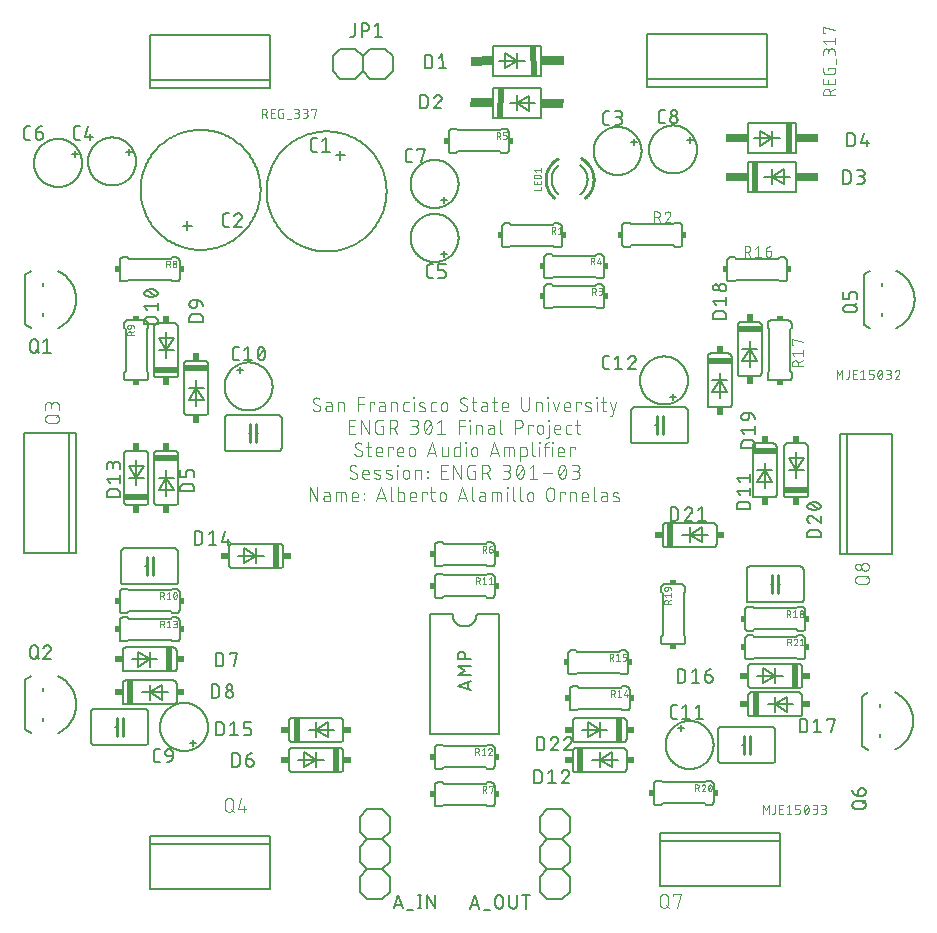
<source format=gbr>
G04 EAGLE Gerber RS-274X export*
G75*
%MOMM*%
%FSLAX34Y34*%
%LPD*%
%INSilkscreen Top*%
%IPPOS*%
%AMOC8*
5,1,8,0,0,1.08239X$1,22.5*%
G01*
%ADD10C,0.101600*%
%ADD11C,0.076200*%
%ADD12C,0.152400*%
%ADD13R,0.508000X2.540000*%
%ADD14R,1.905000X0.762000*%
%ADD15C,0.127000*%
%ADD16R,0.381000X0.508000*%
%ADD17C,0.050800*%
%ADD18C,0.203200*%
%ADD19C,0.254000*%
%ADD20R,2.032000X0.508000*%
%ADD21R,0.508000X0.635000*%
%ADD22R,0.508000X2.032000*%
%ADD23R,0.635000X0.508000*%
%ADD24R,0.508000X0.381000*%


D10*
X256244Y425958D02*
X256343Y425960D01*
X256443Y425966D01*
X256542Y425975D01*
X256640Y425988D01*
X256738Y426005D01*
X256836Y426026D01*
X256932Y426051D01*
X257027Y426079D01*
X257121Y426111D01*
X257214Y426146D01*
X257306Y426185D01*
X257396Y426228D01*
X257484Y426273D01*
X257571Y426323D01*
X257655Y426375D01*
X257738Y426431D01*
X257818Y426489D01*
X257896Y426551D01*
X257971Y426616D01*
X258044Y426684D01*
X258114Y426754D01*
X258182Y426827D01*
X258247Y426902D01*
X258309Y426980D01*
X258367Y427060D01*
X258423Y427143D01*
X258475Y427227D01*
X258525Y427314D01*
X258570Y427402D01*
X258613Y427492D01*
X258652Y427584D01*
X258687Y427677D01*
X258719Y427771D01*
X258747Y427866D01*
X258772Y427962D01*
X258793Y428060D01*
X258810Y428158D01*
X258823Y428256D01*
X258832Y428355D01*
X258838Y428455D01*
X258840Y428554D01*
X256244Y425958D02*
X256100Y425960D01*
X255955Y425966D01*
X255811Y425975D01*
X255668Y425988D01*
X255524Y426005D01*
X255381Y426026D01*
X255239Y426051D01*
X255098Y426079D01*
X254957Y426111D01*
X254817Y426147D01*
X254678Y426186D01*
X254540Y426229D01*
X254404Y426276D01*
X254268Y426326D01*
X254134Y426380D01*
X254002Y426437D01*
X253871Y426498D01*
X253742Y426562D01*
X253614Y426630D01*
X253488Y426700D01*
X253364Y426775D01*
X253243Y426852D01*
X253123Y426933D01*
X253005Y427016D01*
X252890Y427103D01*
X252777Y427193D01*
X252666Y427286D01*
X252558Y427381D01*
X252452Y427480D01*
X252349Y427581D01*
X252674Y435046D02*
X252676Y435145D01*
X252682Y435245D01*
X252691Y435344D01*
X252704Y435442D01*
X252721Y435540D01*
X252742Y435638D01*
X252767Y435734D01*
X252795Y435829D01*
X252827Y435923D01*
X252862Y436016D01*
X252901Y436108D01*
X252944Y436198D01*
X252989Y436286D01*
X253039Y436373D01*
X253091Y436457D01*
X253147Y436540D01*
X253205Y436620D01*
X253267Y436698D01*
X253332Y436773D01*
X253400Y436846D01*
X253470Y436916D01*
X253543Y436984D01*
X253618Y437049D01*
X253696Y437111D01*
X253776Y437169D01*
X253859Y437225D01*
X253943Y437277D01*
X254030Y437327D01*
X254118Y437372D01*
X254208Y437415D01*
X254300Y437454D01*
X254393Y437489D01*
X254487Y437521D01*
X254582Y437549D01*
X254679Y437574D01*
X254776Y437595D01*
X254874Y437612D01*
X254972Y437625D01*
X255071Y437634D01*
X255171Y437640D01*
X255270Y437642D01*
X255406Y437640D01*
X255542Y437634D01*
X255678Y437625D01*
X255814Y437612D01*
X255949Y437594D01*
X256083Y437574D01*
X256217Y437549D01*
X256351Y437521D01*
X256483Y437488D01*
X256614Y437453D01*
X256745Y437413D01*
X256874Y437370D01*
X257002Y437324D01*
X257128Y437273D01*
X257254Y437220D01*
X257377Y437162D01*
X257499Y437102D01*
X257619Y437038D01*
X257738Y436970D01*
X257854Y436900D01*
X257968Y436826D01*
X258081Y436749D01*
X258191Y436668D01*
X253972Y432774D02*
X253886Y432827D01*
X253802Y432884D01*
X253720Y432943D01*
X253640Y433006D01*
X253563Y433072D01*
X253488Y433140D01*
X253416Y433212D01*
X253347Y433286D01*
X253281Y433363D01*
X253218Y433442D01*
X253158Y433524D01*
X253101Y433608D01*
X253047Y433694D01*
X252997Y433782D01*
X252950Y433872D01*
X252906Y433963D01*
X252867Y434057D01*
X252830Y434151D01*
X252798Y434247D01*
X252769Y434345D01*
X252744Y434443D01*
X252723Y434542D01*
X252705Y434642D01*
X252692Y434742D01*
X252682Y434843D01*
X252676Y434945D01*
X252674Y435046D01*
X257542Y430826D02*
X257628Y430773D01*
X257712Y430716D01*
X257794Y430657D01*
X257874Y430594D01*
X257951Y430528D01*
X258026Y430460D01*
X258098Y430388D01*
X258167Y430314D01*
X258233Y430237D01*
X258296Y430158D01*
X258356Y430076D01*
X258413Y429992D01*
X258467Y429906D01*
X258517Y429818D01*
X258564Y429728D01*
X258608Y429637D01*
X258647Y429543D01*
X258684Y429449D01*
X258716Y429353D01*
X258745Y429255D01*
X258770Y429157D01*
X258791Y429058D01*
X258809Y428958D01*
X258822Y428858D01*
X258832Y428757D01*
X258838Y428655D01*
X258840Y428554D01*
X257542Y430826D02*
X253972Y432774D01*
X265498Y430502D02*
X268419Y430502D01*
X265498Y430502D02*
X265404Y430500D01*
X265310Y430494D01*
X265217Y430485D01*
X265124Y430471D01*
X265032Y430454D01*
X264940Y430432D01*
X264850Y430408D01*
X264760Y430379D01*
X264672Y430347D01*
X264585Y430311D01*
X264500Y430271D01*
X264417Y430228D01*
X264335Y430182D01*
X264255Y430132D01*
X264178Y430079D01*
X264103Y430023D01*
X264030Y429964D01*
X263959Y429902D01*
X263891Y429837D01*
X263826Y429769D01*
X263764Y429698D01*
X263705Y429625D01*
X263649Y429550D01*
X263596Y429473D01*
X263546Y429393D01*
X263500Y429311D01*
X263457Y429228D01*
X263417Y429143D01*
X263381Y429056D01*
X263349Y428968D01*
X263320Y428878D01*
X263296Y428788D01*
X263274Y428696D01*
X263257Y428604D01*
X263243Y428511D01*
X263234Y428418D01*
X263228Y428324D01*
X263226Y428230D01*
X263228Y428136D01*
X263234Y428042D01*
X263243Y427949D01*
X263257Y427856D01*
X263274Y427764D01*
X263296Y427672D01*
X263320Y427582D01*
X263349Y427492D01*
X263381Y427404D01*
X263417Y427317D01*
X263457Y427232D01*
X263500Y427149D01*
X263546Y427067D01*
X263596Y426987D01*
X263649Y426910D01*
X263705Y426835D01*
X263764Y426762D01*
X263826Y426691D01*
X263891Y426623D01*
X263959Y426558D01*
X264030Y426496D01*
X264103Y426437D01*
X264178Y426381D01*
X264255Y426328D01*
X264335Y426278D01*
X264417Y426232D01*
X264500Y426189D01*
X264585Y426149D01*
X264672Y426113D01*
X264760Y426081D01*
X264850Y426052D01*
X264940Y426028D01*
X265032Y426006D01*
X265124Y425989D01*
X265217Y425975D01*
X265310Y425966D01*
X265404Y425960D01*
X265498Y425958D01*
X268419Y425958D01*
X268419Y431800D01*
X268417Y431887D01*
X268411Y431975D01*
X268401Y432061D01*
X268388Y432148D01*
X268370Y432233D01*
X268349Y432318D01*
X268324Y432402D01*
X268295Y432484D01*
X268262Y432565D01*
X268226Y432645D01*
X268187Y432723D01*
X268143Y432799D01*
X268097Y432873D01*
X268047Y432944D01*
X267994Y433014D01*
X267938Y433081D01*
X267879Y433145D01*
X267817Y433207D01*
X267753Y433266D01*
X267686Y433322D01*
X267616Y433375D01*
X267545Y433425D01*
X267471Y433471D01*
X267395Y433515D01*
X267317Y433554D01*
X267237Y433590D01*
X267156Y433623D01*
X267074Y433652D01*
X266990Y433677D01*
X266905Y433698D01*
X266820Y433716D01*
X266733Y433729D01*
X266647Y433739D01*
X266559Y433745D01*
X266472Y433747D01*
X263876Y433747D01*
X273953Y433747D02*
X273953Y425958D01*
X273953Y433747D02*
X277199Y433747D01*
X277286Y433745D01*
X277374Y433739D01*
X277460Y433729D01*
X277547Y433716D01*
X277632Y433698D01*
X277717Y433677D01*
X277801Y433652D01*
X277883Y433623D01*
X277964Y433590D01*
X278044Y433554D01*
X278122Y433515D01*
X278198Y433471D01*
X278272Y433425D01*
X278343Y433375D01*
X278413Y433322D01*
X278480Y433266D01*
X278544Y433207D01*
X278606Y433146D01*
X278665Y433081D01*
X278721Y433014D01*
X278774Y432944D01*
X278824Y432873D01*
X278870Y432799D01*
X278914Y432723D01*
X278953Y432645D01*
X278989Y432565D01*
X279022Y432484D01*
X279051Y432402D01*
X279076Y432318D01*
X279097Y432233D01*
X279115Y432148D01*
X279128Y432061D01*
X279138Y431975D01*
X279144Y431887D01*
X279146Y431800D01*
X279146Y425958D01*
X290853Y425958D02*
X290853Y437642D01*
X296046Y437642D01*
X296046Y432449D02*
X290853Y432449D01*
X300690Y433747D02*
X300690Y425958D01*
X300690Y433747D02*
X304584Y433747D01*
X304584Y432449D01*
X310456Y430502D02*
X313377Y430502D01*
X310456Y430502D02*
X310362Y430500D01*
X310268Y430494D01*
X310175Y430485D01*
X310082Y430471D01*
X309990Y430454D01*
X309898Y430432D01*
X309808Y430408D01*
X309718Y430379D01*
X309630Y430347D01*
X309543Y430311D01*
X309458Y430271D01*
X309375Y430228D01*
X309293Y430182D01*
X309213Y430132D01*
X309136Y430079D01*
X309061Y430023D01*
X308988Y429964D01*
X308917Y429902D01*
X308849Y429837D01*
X308784Y429769D01*
X308722Y429698D01*
X308663Y429625D01*
X308607Y429550D01*
X308554Y429473D01*
X308504Y429393D01*
X308458Y429311D01*
X308415Y429228D01*
X308375Y429143D01*
X308339Y429056D01*
X308307Y428968D01*
X308278Y428878D01*
X308254Y428788D01*
X308232Y428696D01*
X308215Y428604D01*
X308201Y428511D01*
X308192Y428418D01*
X308186Y428324D01*
X308184Y428230D01*
X308186Y428136D01*
X308192Y428042D01*
X308201Y427949D01*
X308215Y427856D01*
X308232Y427764D01*
X308254Y427672D01*
X308278Y427582D01*
X308307Y427492D01*
X308339Y427404D01*
X308375Y427317D01*
X308415Y427232D01*
X308458Y427149D01*
X308504Y427067D01*
X308554Y426987D01*
X308607Y426910D01*
X308663Y426835D01*
X308722Y426762D01*
X308784Y426691D01*
X308849Y426623D01*
X308917Y426558D01*
X308988Y426496D01*
X309061Y426437D01*
X309136Y426381D01*
X309213Y426328D01*
X309293Y426278D01*
X309375Y426232D01*
X309458Y426189D01*
X309543Y426149D01*
X309630Y426113D01*
X309718Y426081D01*
X309808Y426052D01*
X309898Y426028D01*
X309990Y426006D01*
X310082Y425989D01*
X310175Y425975D01*
X310268Y425966D01*
X310362Y425960D01*
X310456Y425958D01*
X313377Y425958D01*
X313377Y431800D01*
X313375Y431887D01*
X313369Y431975D01*
X313359Y432061D01*
X313346Y432148D01*
X313328Y432233D01*
X313307Y432318D01*
X313282Y432402D01*
X313253Y432484D01*
X313220Y432565D01*
X313184Y432645D01*
X313145Y432723D01*
X313101Y432799D01*
X313055Y432873D01*
X313005Y432944D01*
X312952Y433014D01*
X312896Y433081D01*
X312837Y433145D01*
X312775Y433207D01*
X312711Y433266D01*
X312644Y433322D01*
X312574Y433375D01*
X312503Y433425D01*
X312429Y433471D01*
X312353Y433515D01*
X312275Y433554D01*
X312195Y433590D01*
X312114Y433623D01*
X312032Y433652D01*
X311948Y433677D01*
X311863Y433698D01*
X311778Y433716D01*
X311691Y433729D01*
X311605Y433739D01*
X311517Y433745D01*
X311430Y433747D01*
X308833Y433747D01*
X318911Y433747D02*
X318911Y425958D01*
X318911Y433747D02*
X322157Y433747D01*
X322244Y433745D01*
X322332Y433739D01*
X322418Y433729D01*
X322505Y433716D01*
X322590Y433698D01*
X322675Y433677D01*
X322759Y433652D01*
X322841Y433623D01*
X322922Y433590D01*
X323002Y433554D01*
X323080Y433515D01*
X323156Y433471D01*
X323230Y433425D01*
X323301Y433375D01*
X323371Y433322D01*
X323438Y433266D01*
X323502Y433207D01*
X323564Y433146D01*
X323623Y433081D01*
X323679Y433014D01*
X323732Y432944D01*
X323782Y432873D01*
X323828Y432799D01*
X323872Y432723D01*
X323911Y432645D01*
X323947Y432565D01*
X323980Y432484D01*
X324009Y432402D01*
X324034Y432318D01*
X324055Y432233D01*
X324073Y432148D01*
X324086Y432061D01*
X324096Y431975D01*
X324102Y431887D01*
X324104Y431800D01*
X324104Y425958D01*
X331159Y425958D02*
X333755Y425958D01*
X331159Y425958D02*
X331072Y425960D01*
X330984Y425966D01*
X330898Y425976D01*
X330811Y425989D01*
X330726Y426007D01*
X330641Y426028D01*
X330557Y426053D01*
X330475Y426082D01*
X330394Y426115D01*
X330314Y426151D01*
X330236Y426190D01*
X330160Y426234D01*
X330086Y426280D01*
X330015Y426330D01*
X329945Y426383D01*
X329878Y426439D01*
X329814Y426498D01*
X329752Y426560D01*
X329693Y426624D01*
X329637Y426691D01*
X329584Y426761D01*
X329534Y426832D01*
X329488Y426906D01*
X329444Y426982D01*
X329405Y427060D01*
X329369Y427140D01*
X329336Y427221D01*
X329307Y427303D01*
X329282Y427387D01*
X329261Y427472D01*
X329243Y427557D01*
X329230Y427644D01*
X329220Y427730D01*
X329214Y427818D01*
X329212Y427905D01*
X329212Y431800D01*
X329214Y431887D01*
X329220Y431975D01*
X329230Y432061D01*
X329243Y432148D01*
X329261Y432233D01*
X329282Y432318D01*
X329307Y432402D01*
X329336Y432484D01*
X329369Y432565D01*
X329405Y432645D01*
X329444Y432723D01*
X329488Y432799D01*
X329534Y432873D01*
X329584Y432944D01*
X329637Y433014D01*
X329693Y433081D01*
X329752Y433145D01*
X329814Y433207D01*
X329878Y433266D01*
X329945Y433322D01*
X330015Y433375D01*
X330086Y433425D01*
X330160Y433471D01*
X330236Y433515D01*
X330314Y433554D01*
X330394Y433590D01*
X330475Y433623D01*
X330557Y433652D01*
X330641Y433677D01*
X330726Y433698D01*
X330811Y433716D01*
X330898Y433729D01*
X330984Y433739D01*
X331072Y433745D01*
X331159Y433747D01*
X333755Y433747D01*
X337891Y433747D02*
X337891Y425958D01*
X337566Y436993D02*
X337566Y437642D01*
X338215Y437642D01*
X338215Y436993D01*
X337566Y436993D01*
X343507Y430502D02*
X346752Y429204D01*
X343507Y430501D02*
X343432Y430534D01*
X343358Y430570D01*
X343286Y430609D01*
X343216Y430652D01*
X343149Y430698D01*
X343083Y430748D01*
X343021Y430800D01*
X342960Y430856D01*
X342903Y430914D01*
X342848Y430975D01*
X342797Y431039D01*
X342749Y431105D01*
X342704Y431174D01*
X342662Y431244D01*
X342624Y431317D01*
X342589Y431391D01*
X342558Y431467D01*
X342531Y431544D01*
X342508Y431623D01*
X342488Y431702D01*
X342473Y431783D01*
X342461Y431864D01*
X342453Y431946D01*
X342449Y432027D01*
X342450Y432109D01*
X342454Y432191D01*
X342462Y432273D01*
X342474Y432354D01*
X342490Y432434D01*
X342510Y432514D01*
X342534Y432592D01*
X342562Y432669D01*
X342593Y432745D01*
X342628Y432819D01*
X342666Y432891D01*
X342708Y432962D01*
X342754Y433030D01*
X342802Y433096D01*
X342854Y433159D01*
X342909Y433220D01*
X342967Y433278D01*
X343027Y433334D01*
X343090Y433386D01*
X343156Y433435D01*
X343224Y433481D01*
X343294Y433523D01*
X343366Y433563D01*
X343440Y433598D01*
X343515Y433630D01*
X343592Y433658D01*
X343670Y433682D01*
X343750Y433703D01*
X343830Y433720D01*
X343911Y433732D01*
X343992Y433741D01*
X344074Y433746D01*
X344156Y433747D01*
X344333Y433743D01*
X344510Y433734D01*
X344687Y433720D01*
X344864Y433703D01*
X345039Y433681D01*
X345215Y433656D01*
X345389Y433625D01*
X345563Y433591D01*
X345736Y433553D01*
X345908Y433510D01*
X346079Y433463D01*
X346249Y433413D01*
X346418Y433358D01*
X346585Y433299D01*
X346750Y433236D01*
X346915Y433169D01*
X347077Y433098D01*
X346752Y429204D02*
X346827Y429171D01*
X346901Y429135D01*
X346973Y429096D01*
X347043Y429053D01*
X347110Y429007D01*
X347176Y428957D01*
X347238Y428905D01*
X347299Y428849D01*
X347356Y428791D01*
X347411Y428730D01*
X347462Y428666D01*
X347510Y428600D01*
X347555Y428531D01*
X347597Y428461D01*
X347635Y428388D01*
X347670Y428314D01*
X347701Y428238D01*
X347728Y428161D01*
X347751Y428082D01*
X347771Y428003D01*
X347786Y427922D01*
X347798Y427841D01*
X347806Y427759D01*
X347810Y427678D01*
X347809Y427596D01*
X347805Y427514D01*
X347797Y427432D01*
X347785Y427351D01*
X347769Y427271D01*
X347749Y427191D01*
X347725Y427113D01*
X347697Y427036D01*
X347666Y426960D01*
X347631Y426886D01*
X347593Y426814D01*
X347551Y426743D01*
X347505Y426675D01*
X347457Y426609D01*
X347405Y426546D01*
X347350Y426485D01*
X347292Y426427D01*
X347232Y426371D01*
X347169Y426319D01*
X347103Y426270D01*
X347035Y426224D01*
X346965Y426182D01*
X346893Y426142D01*
X346819Y426107D01*
X346744Y426075D01*
X346667Y426047D01*
X346589Y426023D01*
X346509Y426002D01*
X346429Y425985D01*
X346348Y425973D01*
X346267Y425964D01*
X346185Y425959D01*
X346103Y425958D01*
X345843Y425965D01*
X345583Y425978D01*
X345323Y425997D01*
X345064Y426022D01*
X344805Y426054D01*
X344548Y426091D01*
X344291Y426135D01*
X344035Y426184D01*
X343781Y426240D01*
X343528Y426301D01*
X343277Y426369D01*
X343027Y426443D01*
X342779Y426522D01*
X342533Y426607D01*
X354400Y425958D02*
X356996Y425958D01*
X354400Y425958D02*
X354313Y425960D01*
X354225Y425966D01*
X354139Y425976D01*
X354052Y425989D01*
X353967Y426007D01*
X353882Y426028D01*
X353798Y426053D01*
X353716Y426082D01*
X353635Y426115D01*
X353555Y426151D01*
X353477Y426190D01*
X353401Y426234D01*
X353327Y426280D01*
X353256Y426330D01*
X353186Y426383D01*
X353119Y426439D01*
X353055Y426498D01*
X352993Y426560D01*
X352934Y426624D01*
X352878Y426691D01*
X352825Y426761D01*
X352775Y426832D01*
X352729Y426906D01*
X352685Y426982D01*
X352646Y427060D01*
X352610Y427140D01*
X352577Y427221D01*
X352548Y427303D01*
X352523Y427387D01*
X352502Y427472D01*
X352484Y427557D01*
X352471Y427644D01*
X352461Y427730D01*
X352455Y427818D01*
X352453Y427905D01*
X352452Y427905D02*
X352452Y431800D01*
X352453Y431800D02*
X352455Y431887D01*
X352461Y431975D01*
X352471Y432061D01*
X352484Y432148D01*
X352502Y432233D01*
X352523Y432318D01*
X352548Y432402D01*
X352577Y432484D01*
X352610Y432565D01*
X352646Y432645D01*
X352685Y432723D01*
X352729Y432799D01*
X352775Y432873D01*
X352825Y432944D01*
X352878Y433014D01*
X352934Y433081D01*
X352993Y433145D01*
X353055Y433207D01*
X353119Y433266D01*
X353186Y433322D01*
X353256Y433375D01*
X353327Y433425D01*
X353401Y433471D01*
X353477Y433515D01*
X353555Y433554D01*
X353635Y433590D01*
X353716Y433623D01*
X353798Y433652D01*
X353882Y433677D01*
X353967Y433698D01*
X354052Y433716D01*
X354139Y433729D01*
X354225Y433739D01*
X354313Y433745D01*
X354400Y433747D01*
X356996Y433747D01*
X361202Y431151D02*
X361202Y428554D01*
X361203Y431151D02*
X361205Y431252D01*
X361211Y431352D01*
X361221Y431452D01*
X361234Y431552D01*
X361252Y431651D01*
X361273Y431750D01*
X361298Y431847D01*
X361327Y431944D01*
X361360Y432039D01*
X361396Y432133D01*
X361436Y432225D01*
X361479Y432316D01*
X361526Y432405D01*
X361576Y432492D01*
X361630Y432578D01*
X361687Y432661D01*
X361747Y432741D01*
X361810Y432820D01*
X361877Y432896D01*
X361946Y432969D01*
X362018Y433039D01*
X362092Y433107D01*
X362169Y433172D01*
X362249Y433233D01*
X362331Y433292D01*
X362415Y433347D01*
X362501Y433399D01*
X362589Y433448D01*
X362679Y433493D01*
X362771Y433535D01*
X362864Y433573D01*
X362959Y433607D01*
X363054Y433638D01*
X363151Y433665D01*
X363249Y433688D01*
X363348Y433708D01*
X363448Y433723D01*
X363548Y433735D01*
X363648Y433743D01*
X363749Y433747D01*
X363849Y433747D01*
X363950Y433743D01*
X364050Y433735D01*
X364150Y433723D01*
X364250Y433708D01*
X364349Y433688D01*
X364447Y433665D01*
X364544Y433638D01*
X364639Y433607D01*
X364734Y433573D01*
X364827Y433535D01*
X364919Y433493D01*
X365009Y433448D01*
X365097Y433399D01*
X365183Y433347D01*
X365267Y433292D01*
X365349Y433233D01*
X365429Y433172D01*
X365506Y433107D01*
X365580Y433039D01*
X365652Y432969D01*
X365721Y432896D01*
X365788Y432820D01*
X365851Y432741D01*
X365911Y432661D01*
X365968Y432578D01*
X366022Y432492D01*
X366072Y432405D01*
X366119Y432316D01*
X366162Y432225D01*
X366202Y432133D01*
X366238Y432039D01*
X366271Y431944D01*
X366300Y431847D01*
X366325Y431750D01*
X366346Y431651D01*
X366364Y431552D01*
X366377Y431452D01*
X366387Y431352D01*
X366393Y431252D01*
X366395Y431151D01*
X366395Y428554D01*
X366393Y428453D01*
X366387Y428353D01*
X366377Y428253D01*
X366364Y428153D01*
X366346Y428054D01*
X366325Y427955D01*
X366300Y427858D01*
X366271Y427761D01*
X366238Y427666D01*
X366202Y427572D01*
X366162Y427480D01*
X366119Y427389D01*
X366072Y427300D01*
X366022Y427213D01*
X365968Y427127D01*
X365911Y427044D01*
X365851Y426964D01*
X365788Y426885D01*
X365721Y426809D01*
X365652Y426736D01*
X365580Y426666D01*
X365506Y426598D01*
X365429Y426533D01*
X365349Y426472D01*
X365267Y426413D01*
X365183Y426358D01*
X365097Y426306D01*
X365009Y426257D01*
X364919Y426212D01*
X364827Y426170D01*
X364734Y426132D01*
X364639Y426098D01*
X364544Y426067D01*
X364447Y426040D01*
X364349Y426017D01*
X364250Y425997D01*
X364150Y425982D01*
X364050Y425970D01*
X363950Y425962D01*
X363849Y425958D01*
X363749Y425958D01*
X363648Y425962D01*
X363548Y425970D01*
X363448Y425982D01*
X363348Y425997D01*
X363249Y426017D01*
X363151Y426040D01*
X363054Y426067D01*
X362959Y426098D01*
X362864Y426132D01*
X362771Y426170D01*
X362679Y426212D01*
X362589Y426257D01*
X362501Y426306D01*
X362415Y426358D01*
X362331Y426413D01*
X362249Y426472D01*
X362169Y426533D01*
X362092Y426598D01*
X362018Y426666D01*
X361946Y426736D01*
X361877Y426809D01*
X361810Y426885D01*
X361747Y426964D01*
X361687Y427044D01*
X361630Y427127D01*
X361576Y427213D01*
X361526Y427300D01*
X361479Y427389D01*
X361436Y427480D01*
X361396Y427572D01*
X361360Y427666D01*
X361327Y427761D01*
X361298Y427858D01*
X361273Y427955D01*
X361252Y428054D01*
X361234Y428153D01*
X361221Y428253D01*
X361211Y428353D01*
X361205Y428453D01*
X361203Y428554D01*
X380831Y425958D02*
X380930Y425960D01*
X381030Y425966D01*
X381129Y425975D01*
X381227Y425988D01*
X381325Y426005D01*
X381423Y426026D01*
X381519Y426051D01*
X381614Y426079D01*
X381708Y426111D01*
X381801Y426146D01*
X381893Y426185D01*
X381983Y426228D01*
X382071Y426273D01*
X382158Y426323D01*
X382242Y426375D01*
X382325Y426431D01*
X382405Y426489D01*
X382483Y426551D01*
X382558Y426616D01*
X382631Y426684D01*
X382701Y426754D01*
X382769Y426827D01*
X382834Y426902D01*
X382896Y426980D01*
X382954Y427060D01*
X383010Y427143D01*
X383062Y427227D01*
X383112Y427314D01*
X383157Y427402D01*
X383200Y427492D01*
X383239Y427584D01*
X383274Y427677D01*
X383306Y427771D01*
X383334Y427866D01*
X383359Y427962D01*
X383380Y428060D01*
X383397Y428158D01*
X383410Y428256D01*
X383419Y428355D01*
X383425Y428455D01*
X383427Y428554D01*
X380831Y425958D02*
X380687Y425960D01*
X380542Y425966D01*
X380398Y425975D01*
X380255Y425988D01*
X380111Y426005D01*
X379968Y426026D01*
X379826Y426051D01*
X379685Y426079D01*
X379544Y426111D01*
X379404Y426147D01*
X379265Y426186D01*
X379127Y426229D01*
X378991Y426276D01*
X378855Y426326D01*
X378721Y426380D01*
X378589Y426437D01*
X378458Y426498D01*
X378329Y426562D01*
X378201Y426630D01*
X378075Y426700D01*
X377951Y426775D01*
X377830Y426852D01*
X377710Y426933D01*
X377592Y427016D01*
X377477Y427103D01*
X377364Y427193D01*
X377253Y427286D01*
X377145Y427381D01*
X377039Y427480D01*
X376936Y427581D01*
X377261Y435046D02*
X377263Y435145D01*
X377269Y435245D01*
X377278Y435344D01*
X377291Y435442D01*
X377308Y435540D01*
X377329Y435638D01*
X377354Y435734D01*
X377382Y435829D01*
X377414Y435923D01*
X377449Y436016D01*
X377488Y436108D01*
X377531Y436198D01*
X377576Y436286D01*
X377626Y436373D01*
X377678Y436457D01*
X377734Y436540D01*
X377792Y436620D01*
X377854Y436698D01*
X377919Y436773D01*
X377987Y436846D01*
X378057Y436916D01*
X378130Y436984D01*
X378205Y437049D01*
X378283Y437111D01*
X378363Y437169D01*
X378446Y437225D01*
X378530Y437277D01*
X378617Y437327D01*
X378705Y437372D01*
X378795Y437415D01*
X378887Y437454D01*
X378980Y437489D01*
X379074Y437521D01*
X379169Y437549D01*
X379266Y437574D01*
X379363Y437595D01*
X379461Y437612D01*
X379559Y437625D01*
X379658Y437634D01*
X379758Y437640D01*
X379857Y437642D01*
X379993Y437640D01*
X380129Y437634D01*
X380265Y437625D01*
X380401Y437612D01*
X380536Y437594D01*
X380670Y437574D01*
X380804Y437549D01*
X380938Y437521D01*
X381070Y437488D01*
X381201Y437453D01*
X381332Y437413D01*
X381461Y437370D01*
X381589Y437324D01*
X381715Y437273D01*
X381841Y437220D01*
X381964Y437162D01*
X382086Y437102D01*
X382206Y437038D01*
X382325Y436970D01*
X382441Y436900D01*
X382555Y436826D01*
X382668Y436749D01*
X382778Y436668D01*
X378559Y432774D02*
X378473Y432827D01*
X378389Y432884D01*
X378307Y432943D01*
X378227Y433006D01*
X378150Y433072D01*
X378075Y433140D01*
X378003Y433212D01*
X377934Y433286D01*
X377868Y433363D01*
X377805Y433442D01*
X377745Y433524D01*
X377688Y433608D01*
X377634Y433694D01*
X377584Y433782D01*
X377537Y433872D01*
X377493Y433963D01*
X377454Y434057D01*
X377417Y434151D01*
X377385Y434247D01*
X377356Y434345D01*
X377331Y434443D01*
X377310Y434542D01*
X377292Y434642D01*
X377279Y434742D01*
X377269Y434843D01*
X377263Y434945D01*
X377261Y435046D01*
X382129Y430826D02*
X382215Y430773D01*
X382299Y430716D01*
X382381Y430657D01*
X382461Y430594D01*
X382538Y430528D01*
X382613Y430460D01*
X382685Y430388D01*
X382754Y430314D01*
X382820Y430237D01*
X382883Y430158D01*
X382943Y430076D01*
X383000Y429992D01*
X383054Y429906D01*
X383104Y429818D01*
X383151Y429728D01*
X383195Y429637D01*
X383234Y429543D01*
X383271Y429449D01*
X383303Y429353D01*
X383332Y429255D01*
X383357Y429157D01*
X383378Y429058D01*
X383396Y428958D01*
X383409Y428858D01*
X383419Y428757D01*
X383425Y428655D01*
X383427Y428554D01*
X382129Y430826D02*
X378559Y432774D01*
X386905Y433747D02*
X390800Y433747D01*
X388203Y437642D02*
X388203Y427905D01*
X388205Y427818D01*
X388211Y427730D01*
X388221Y427644D01*
X388234Y427557D01*
X388252Y427472D01*
X388273Y427387D01*
X388298Y427303D01*
X388327Y427221D01*
X388360Y427140D01*
X388396Y427060D01*
X388435Y426982D01*
X388479Y426906D01*
X388525Y426832D01*
X388575Y426761D01*
X388628Y426691D01*
X388684Y426624D01*
X388743Y426560D01*
X388805Y426498D01*
X388869Y426439D01*
X388936Y426383D01*
X389006Y426330D01*
X389077Y426280D01*
X389151Y426234D01*
X389227Y426190D01*
X389305Y426151D01*
X389385Y426115D01*
X389466Y426082D01*
X389548Y426053D01*
X389632Y426028D01*
X389717Y426007D01*
X389802Y425989D01*
X389889Y425976D01*
X389975Y425966D01*
X390063Y425960D01*
X390150Y425958D01*
X390800Y425958D01*
X397324Y430502D02*
X400245Y430502D01*
X397324Y430502D02*
X397230Y430500D01*
X397136Y430494D01*
X397043Y430485D01*
X396950Y430471D01*
X396858Y430454D01*
X396766Y430432D01*
X396676Y430408D01*
X396586Y430379D01*
X396498Y430347D01*
X396411Y430311D01*
X396326Y430271D01*
X396243Y430228D01*
X396161Y430182D01*
X396081Y430132D01*
X396004Y430079D01*
X395929Y430023D01*
X395856Y429964D01*
X395785Y429902D01*
X395717Y429837D01*
X395652Y429769D01*
X395590Y429698D01*
X395531Y429625D01*
X395475Y429550D01*
X395422Y429473D01*
X395372Y429393D01*
X395326Y429311D01*
X395283Y429228D01*
X395243Y429143D01*
X395207Y429056D01*
X395175Y428968D01*
X395146Y428878D01*
X395122Y428788D01*
X395100Y428696D01*
X395083Y428604D01*
X395069Y428511D01*
X395060Y428418D01*
X395054Y428324D01*
X395052Y428230D01*
X395054Y428136D01*
X395060Y428042D01*
X395069Y427949D01*
X395083Y427856D01*
X395100Y427764D01*
X395122Y427672D01*
X395146Y427582D01*
X395175Y427492D01*
X395207Y427404D01*
X395243Y427317D01*
X395283Y427232D01*
X395326Y427149D01*
X395372Y427067D01*
X395422Y426987D01*
X395475Y426910D01*
X395531Y426835D01*
X395590Y426762D01*
X395652Y426691D01*
X395717Y426623D01*
X395785Y426558D01*
X395856Y426496D01*
X395929Y426437D01*
X396004Y426381D01*
X396081Y426328D01*
X396161Y426278D01*
X396243Y426232D01*
X396326Y426189D01*
X396411Y426149D01*
X396498Y426113D01*
X396586Y426081D01*
X396676Y426052D01*
X396766Y426028D01*
X396858Y426006D01*
X396950Y425989D01*
X397043Y425975D01*
X397136Y425966D01*
X397230Y425960D01*
X397324Y425958D01*
X400245Y425958D01*
X400245Y431800D01*
X400243Y431887D01*
X400237Y431975D01*
X400227Y432061D01*
X400214Y432148D01*
X400196Y432233D01*
X400175Y432318D01*
X400150Y432402D01*
X400121Y432484D01*
X400088Y432565D01*
X400052Y432645D01*
X400013Y432723D01*
X399969Y432799D01*
X399923Y432873D01*
X399873Y432944D01*
X399820Y433014D01*
X399764Y433081D01*
X399705Y433145D01*
X399643Y433207D01*
X399579Y433266D01*
X399512Y433322D01*
X399442Y433375D01*
X399371Y433425D01*
X399297Y433471D01*
X399221Y433515D01*
X399143Y433554D01*
X399063Y433590D01*
X398982Y433623D01*
X398900Y433652D01*
X398816Y433677D01*
X398731Y433698D01*
X398646Y433716D01*
X398559Y433729D01*
X398473Y433739D01*
X398385Y433745D01*
X398298Y433747D01*
X395701Y433747D01*
X404431Y433747D02*
X408325Y433747D01*
X405729Y437642D02*
X405729Y427905D01*
X405731Y427818D01*
X405737Y427730D01*
X405747Y427644D01*
X405760Y427557D01*
X405778Y427472D01*
X405799Y427387D01*
X405824Y427303D01*
X405853Y427221D01*
X405886Y427140D01*
X405922Y427060D01*
X405961Y426982D01*
X406005Y426906D01*
X406051Y426832D01*
X406101Y426761D01*
X406154Y426691D01*
X406210Y426624D01*
X406269Y426560D01*
X406331Y426498D01*
X406395Y426439D01*
X406462Y426383D01*
X406532Y426330D01*
X406603Y426280D01*
X406677Y426234D01*
X406753Y426190D01*
X406831Y426151D01*
X406911Y426115D01*
X406992Y426082D01*
X407074Y426053D01*
X407158Y426028D01*
X407243Y426007D01*
X407328Y425989D01*
X407415Y425976D01*
X407501Y425966D01*
X407589Y425960D01*
X407676Y425958D01*
X408325Y425958D01*
X414584Y425958D02*
X417830Y425958D01*
X414584Y425958D02*
X414497Y425960D01*
X414409Y425966D01*
X414323Y425976D01*
X414236Y425989D01*
X414151Y426007D01*
X414066Y426028D01*
X413982Y426053D01*
X413900Y426082D01*
X413819Y426115D01*
X413739Y426151D01*
X413661Y426190D01*
X413585Y426234D01*
X413511Y426280D01*
X413440Y426330D01*
X413370Y426383D01*
X413303Y426439D01*
X413239Y426498D01*
X413177Y426560D01*
X413118Y426624D01*
X413062Y426691D01*
X413009Y426761D01*
X412959Y426832D01*
X412913Y426906D01*
X412869Y426982D01*
X412830Y427060D01*
X412794Y427140D01*
X412761Y427221D01*
X412732Y427303D01*
X412707Y427387D01*
X412686Y427472D01*
X412668Y427557D01*
X412655Y427644D01*
X412645Y427730D01*
X412639Y427818D01*
X412637Y427905D01*
X412637Y431151D01*
X412639Y431252D01*
X412645Y431352D01*
X412655Y431452D01*
X412668Y431552D01*
X412686Y431651D01*
X412707Y431750D01*
X412732Y431847D01*
X412761Y431944D01*
X412794Y432039D01*
X412830Y432133D01*
X412870Y432225D01*
X412913Y432316D01*
X412960Y432405D01*
X413010Y432492D01*
X413064Y432578D01*
X413121Y432661D01*
X413181Y432741D01*
X413244Y432820D01*
X413311Y432896D01*
X413380Y432969D01*
X413452Y433039D01*
X413526Y433107D01*
X413603Y433172D01*
X413683Y433233D01*
X413765Y433292D01*
X413849Y433347D01*
X413935Y433399D01*
X414023Y433448D01*
X414113Y433493D01*
X414205Y433535D01*
X414298Y433573D01*
X414393Y433607D01*
X414488Y433638D01*
X414585Y433665D01*
X414683Y433688D01*
X414782Y433708D01*
X414882Y433723D01*
X414982Y433735D01*
X415082Y433743D01*
X415183Y433747D01*
X415283Y433747D01*
X415384Y433743D01*
X415484Y433735D01*
X415584Y433723D01*
X415684Y433708D01*
X415783Y433688D01*
X415881Y433665D01*
X415978Y433638D01*
X416073Y433607D01*
X416168Y433573D01*
X416261Y433535D01*
X416353Y433493D01*
X416443Y433448D01*
X416531Y433399D01*
X416617Y433347D01*
X416701Y433292D01*
X416783Y433233D01*
X416863Y433172D01*
X416940Y433107D01*
X417014Y433039D01*
X417086Y432969D01*
X417155Y432896D01*
X417222Y432820D01*
X417285Y432741D01*
X417345Y432661D01*
X417402Y432578D01*
X417456Y432492D01*
X417506Y432405D01*
X417553Y432316D01*
X417596Y432225D01*
X417636Y432133D01*
X417672Y432039D01*
X417705Y431944D01*
X417734Y431847D01*
X417759Y431750D01*
X417780Y431651D01*
X417798Y431552D01*
X417811Y431452D01*
X417821Y431352D01*
X417827Y431252D01*
X417829Y431151D01*
X417830Y431151D02*
X417830Y429853D01*
X412637Y429853D01*
X429133Y429204D02*
X429133Y437642D01*
X429132Y429204D02*
X429134Y429091D01*
X429140Y428978D01*
X429150Y428865D01*
X429164Y428752D01*
X429181Y428640D01*
X429203Y428529D01*
X429228Y428419D01*
X429258Y428309D01*
X429291Y428201D01*
X429328Y428094D01*
X429368Y427988D01*
X429413Y427884D01*
X429461Y427781D01*
X429512Y427680D01*
X429567Y427581D01*
X429625Y427484D01*
X429687Y427389D01*
X429752Y427296D01*
X429820Y427206D01*
X429891Y427118D01*
X429966Y427032D01*
X430043Y426949D01*
X430123Y426869D01*
X430206Y426792D01*
X430292Y426717D01*
X430380Y426646D01*
X430470Y426578D01*
X430563Y426513D01*
X430658Y426451D01*
X430755Y426393D01*
X430854Y426338D01*
X430955Y426287D01*
X431058Y426239D01*
X431162Y426194D01*
X431268Y426154D01*
X431375Y426117D01*
X431483Y426084D01*
X431593Y426054D01*
X431703Y426029D01*
X431814Y426007D01*
X431926Y425990D01*
X432039Y425976D01*
X432152Y425966D01*
X432265Y425960D01*
X432378Y425958D01*
X432491Y425960D01*
X432604Y425966D01*
X432717Y425976D01*
X432830Y425990D01*
X432942Y426007D01*
X433053Y426029D01*
X433163Y426054D01*
X433273Y426084D01*
X433381Y426117D01*
X433488Y426154D01*
X433594Y426194D01*
X433698Y426239D01*
X433801Y426287D01*
X433902Y426338D01*
X434001Y426393D01*
X434098Y426451D01*
X434193Y426513D01*
X434286Y426578D01*
X434376Y426646D01*
X434464Y426717D01*
X434550Y426792D01*
X434633Y426869D01*
X434713Y426949D01*
X434790Y427032D01*
X434865Y427118D01*
X434936Y427206D01*
X435004Y427296D01*
X435069Y427389D01*
X435131Y427484D01*
X435189Y427581D01*
X435244Y427680D01*
X435295Y427781D01*
X435343Y427884D01*
X435388Y427988D01*
X435428Y428094D01*
X435465Y428201D01*
X435498Y428309D01*
X435528Y428419D01*
X435553Y428529D01*
X435575Y428640D01*
X435592Y428752D01*
X435606Y428865D01*
X435616Y428978D01*
X435622Y429091D01*
X435624Y429204D01*
X435624Y437642D01*
X441212Y433747D02*
X441212Y425958D01*
X441212Y433747D02*
X444458Y433747D01*
X444545Y433745D01*
X444633Y433739D01*
X444719Y433729D01*
X444806Y433716D01*
X444891Y433698D01*
X444976Y433677D01*
X445060Y433652D01*
X445142Y433623D01*
X445223Y433590D01*
X445303Y433554D01*
X445381Y433515D01*
X445457Y433471D01*
X445531Y433425D01*
X445602Y433375D01*
X445672Y433322D01*
X445739Y433266D01*
X445803Y433207D01*
X445865Y433146D01*
X445924Y433081D01*
X445980Y433014D01*
X446033Y432944D01*
X446083Y432873D01*
X446129Y432799D01*
X446173Y432723D01*
X446212Y432645D01*
X446248Y432565D01*
X446281Y432484D01*
X446310Y432402D01*
X446335Y432318D01*
X446356Y432233D01*
X446374Y432148D01*
X446387Y432061D01*
X446397Y431975D01*
X446403Y431887D01*
X446405Y431800D01*
X446405Y425958D01*
X451428Y425958D02*
X451428Y433747D01*
X451104Y436993D02*
X451104Y437642D01*
X451753Y437642D01*
X451753Y436993D01*
X451104Y436993D01*
X455690Y433747D02*
X458286Y425958D01*
X460883Y433747D01*
X467162Y425958D02*
X470408Y425958D01*
X467162Y425958D02*
X467075Y425960D01*
X466987Y425966D01*
X466901Y425976D01*
X466814Y425989D01*
X466729Y426007D01*
X466644Y426028D01*
X466560Y426053D01*
X466478Y426082D01*
X466397Y426115D01*
X466317Y426151D01*
X466239Y426190D01*
X466163Y426234D01*
X466089Y426280D01*
X466018Y426330D01*
X465948Y426383D01*
X465881Y426439D01*
X465817Y426498D01*
X465755Y426560D01*
X465696Y426624D01*
X465640Y426691D01*
X465587Y426761D01*
X465537Y426832D01*
X465491Y426906D01*
X465447Y426982D01*
X465408Y427060D01*
X465372Y427140D01*
X465339Y427221D01*
X465310Y427303D01*
X465285Y427387D01*
X465264Y427472D01*
X465246Y427557D01*
X465233Y427644D01*
X465223Y427730D01*
X465217Y427818D01*
X465215Y427905D01*
X465215Y431151D01*
X465217Y431252D01*
X465223Y431352D01*
X465233Y431452D01*
X465246Y431552D01*
X465264Y431651D01*
X465285Y431750D01*
X465310Y431847D01*
X465339Y431944D01*
X465372Y432039D01*
X465408Y432133D01*
X465448Y432225D01*
X465491Y432316D01*
X465538Y432405D01*
X465588Y432492D01*
X465642Y432578D01*
X465699Y432661D01*
X465759Y432741D01*
X465822Y432820D01*
X465889Y432896D01*
X465958Y432969D01*
X466030Y433039D01*
X466104Y433107D01*
X466181Y433172D01*
X466261Y433233D01*
X466343Y433292D01*
X466427Y433347D01*
X466513Y433399D01*
X466601Y433448D01*
X466691Y433493D01*
X466783Y433535D01*
X466876Y433573D01*
X466971Y433607D01*
X467066Y433638D01*
X467163Y433665D01*
X467261Y433688D01*
X467360Y433708D01*
X467460Y433723D01*
X467560Y433735D01*
X467660Y433743D01*
X467761Y433747D01*
X467861Y433747D01*
X467962Y433743D01*
X468062Y433735D01*
X468162Y433723D01*
X468262Y433708D01*
X468361Y433688D01*
X468459Y433665D01*
X468556Y433638D01*
X468651Y433607D01*
X468746Y433573D01*
X468839Y433535D01*
X468931Y433493D01*
X469021Y433448D01*
X469109Y433399D01*
X469195Y433347D01*
X469279Y433292D01*
X469361Y433233D01*
X469441Y433172D01*
X469518Y433107D01*
X469592Y433039D01*
X469664Y432969D01*
X469733Y432896D01*
X469800Y432820D01*
X469863Y432741D01*
X469923Y432661D01*
X469980Y432578D01*
X470034Y432492D01*
X470084Y432405D01*
X470131Y432316D01*
X470174Y432225D01*
X470214Y432133D01*
X470250Y432039D01*
X470283Y431944D01*
X470312Y431847D01*
X470337Y431750D01*
X470358Y431651D01*
X470376Y431552D01*
X470389Y431452D01*
X470399Y431352D01*
X470405Y431252D01*
X470407Y431151D01*
X470408Y431151D02*
X470408Y429853D01*
X465215Y429853D01*
X475568Y425958D02*
X475568Y433747D01*
X479463Y433747D01*
X479463Y432449D01*
X484096Y430502D02*
X487341Y429204D01*
X484096Y430501D02*
X484021Y430534D01*
X483947Y430570D01*
X483875Y430609D01*
X483805Y430652D01*
X483738Y430698D01*
X483672Y430748D01*
X483610Y430800D01*
X483549Y430856D01*
X483492Y430914D01*
X483437Y430975D01*
X483386Y431039D01*
X483338Y431105D01*
X483293Y431174D01*
X483251Y431244D01*
X483213Y431317D01*
X483178Y431391D01*
X483147Y431467D01*
X483120Y431544D01*
X483097Y431623D01*
X483077Y431702D01*
X483062Y431783D01*
X483050Y431864D01*
X483042Y431946D01*
X483038Y432027D01*
X483039Y432109D01*
X483043Y432191D01*
X483051Y432273D01*
X483063Y432354D01*
X483079Y432434D01*
X483099Y432514D01*
X483123Y432592D01*
X483151Y432669D01*
X483182Y432745D01*
X483217Y432819D01*
X483255Y432891D01*
X483297Y432962D01*
X483343Y433030D01*
X483391Y433096D01*
X483443Y433159D01*
X483498Y433220D01*
X483556Y433278D01*
X483616Y433334D01*
X483679Y433386D01*
X483745Y433435D01*
X483813Y433481D01*
X483883Y433523D01*
X483955Y433563D01*
X484029Y433598D01*
X484104Y433630D01*
X484181Y433658D01*
X484259Y433682D01*
X484339Y433703D01*
X484419Y433720D01*
X484500Y433732D01*
X484581Y433741D01*
X484663Y433746D01*
X484745Y433747D01*
X484744Y433747D02*
X484921Y433743D01*
X485098Y433734D01*
X485275Y433720D01*
X485452Y433703D01*
X485627Y433681D01*
X485803Y433656D01*
X485977Y433625D01*
X486151Y433591D01*
X486324Y433553D01*
X486496Y433510D01*
X486667Y433463D01*
X486837Y433413D01*
X487006Y433358D01*
X487173Y433299D01*
X487338Y433236D01*
X487503Y433169D01*
X487665Y433098D01*
X487341Y429204D02*
X487416Y429171D01*
X487490Y429135D01*
X487562Y429096D01*
X487632Y429053D01*
X487699Y429007D01*
X487765Y428957D01*
X487827Y428905D01*
X487888Y428849D01*
X487945Y428791D01*
X488000Y428730D01*
X488051Y428666D01*
X488099Y428600D01*
X488144Y428531D01*
X488186Y428461D01*
X488224Y428388D01*
X488259Y428314D01*
X488290Y428238D01*
X488317Y428161D01*
X488340Y428082D01*
X488360Y428003D01*
X488375Y427922D01*
X488387Y427841D01*
X488395Y427759D01*
X488399Y427678D01*
X488398Y427596D01*
X488394Y427514D01*
X488386Y427432D01*
X488374Y427351D01*
X488358Y427271D01*
X488338Y427191D01*
X488314Y427113D01*
X488286Y427036D01*
X488255Y426960D01*
X488220Y426886D01*
X488182Y426814D01*
X488140Y426743D01*
X488094Y426675D01*
X488046Y426609D01*
X487994Y426546D01*
X487939Y426485D01*
X487881Y426427D01*
X487821Y426371D01*
X487758Y426319D01*
X487692Y426270D01*
X487624Y426224D01*
X487554Y426182D01*
X487482Y426142D01*
X487408Y426107D01*
X487333Y426075D01*
X487256Y426047D01*
X487178Y426023D01*
X487098Y426002D01*
X487018Y425985D01*
X486937Y425973D01*
X486856Y425964D01*
X486774Y425959D01*
X486692Y425958D01*
X486432Y425965D01*
X486172Y425978D01*
X485912Y425997D01*
X485653Y426022D01*
X485394Y426054D01*
X485137Y426091D01*
X484880Y426135D01*
X484624Y426184D01*
X484370Y426240D01*
X484117Y426301D01*
X483866Y426369D01*
X483616Y426443D01*
X483368Y426522D01*
X483122Y426607D01*
X492957Y425958D02*
X492957Y433747D01*
X492633Y436993D02*
X492633Y437642D01*
X493282Y437642D01*
X493282Y436993D01*
X492633Y436993D01*
X496633Y433747D02*
X500527Y433747D01*
X497931Y437642D02*
X497931Y427905D01*
X497933Y427818D01*
X497939Y427730D01*
X497949Y427644D01*
X497962Y427557D01*
X497980Y427472D01*
X498001Y427387D01*
X498026Y427303D01*
X498055Y427221D01*
X498088Y427140D01*
X498124Y427060D01*
X498163Y426982D01*
X498207Y426906D01*
X498253Y426832D01*
X498303Y426761D01*
X498356Y426691D01*
X498412Y426624D01*
X498471Y426560D01*
X498533Y426498D01*
X498597Y426439D01*
X498664Y426383D01*
X498734Y426330D01*
X498805Y426280D01*
X498879Y426234D01*
X498955Y426190D01*
X499033Y426151D01*
X499113Y426115D01*
X499194Y426082D01*
X499276Y426053D01*
X499360Y426028D01*
X499445Y426007D01*
X499530Y425989D01*
X499617Y425976D01*
X499703Y425966D01*
X499791Y425960D01*
X499878Y425958D01*
X500527Y425958D01*
X504458Y422063D02*
X505756Y422063D01*
X509651Y433747D01*
X504458Y433747D02*
X507054Y425958D01*
X288595Y406908D02*
X283402Y406908D01*
X283402Y418592D01*
X288595Y418592D01*
X287296Y413399D02*
X283402Y413399D01*
X293285Y418592D02*
X293285Y406908D01*
X299776Y406908D02*
X293285Y418592D01*
X299776Y418592D02*
X299776Y406908D01*
X310021Y413399D02*
X311968Y413399D01*
X311968Y406908D01*
X308074Y406908D01*
X307975Y406910D01*
X307875Y406916D01*
X307776Y406925D01*
X307678Y406938D01*
X307580Y406955D01*
X307482Y406976D01*
X307386Y407001D01*
X307291Y407029D01*
X307197Y407061D01*
X307104Y407096D01*
X307012Y407135D01*
X306922Y407178D01*
X306834Y407223D01*
X306747Y407273D01*
X306663Y407325D01*
X306580Y407381D01*
X306500Y407439D01*
X306422Y407501D01*
X306347Y407566D01*
X306274Y407634D01*
X306204Y407704D01*
X306136Y407777D01*
X306071Y407852D01*
X306009Y407930D01*
X305951Y408010D01*
X305895Y408093D01*
X305843Y408177D01*
X305793Y408264D01*
X305748Y408352D01*
X305705Y408442D01*
X305666Y408534D01*
X305631Y408627D01*
X305599Y408721D01*
X305571Y408816D01*
X305546Y408912D01*
X305525Y409010D01*
X305508Y409108D01*
X305495Y409206D01*
X305486Y409305D01*
X305480Y409405D01*
X305478Y409504D01*
X305477Y409504D02*
X305477Y415996D01*
X305478Y415996D02*
X305480Y416095D01*
X305486Y416195D01*
X305495Y416294D01*
X305508Y416392D01*
X305525Y416490D01*
X305546Y416588D01*
X305571Y416684D01*
X305599Y416779D01*
X305631Y416873D01*
X305666Y416966D01*
X305705Y417058D01*
X305748Y417148D01*
X305793Y417236D01*
X305843Y417323D01*
X305895Y417407D01*
X305951Y417490D01*
X306009Y417570D01*
X306071Y417648D01*
X306136Y417723D01*
X306204Y417796D01*
X306274Y417866D01*
X306347Y417934D01*
X306422Y417999D01*
X306500Y418061D01*
X306580Y418119D01*
X306663Y418175D01*
X306747Y418227D01*
X306834Y418277D01*
X306922Y418322D01*
X307012Y418365D01*
X307104Y418404D01*
X307196Y418439D01*
X307291Y418471D01*
X307386Y418499D01*
X307482Y418524D01*
X307580Y418545D01*
X307678Y418562D01*
X307776Y418575D01*
X307875Y418584D01*
X307975Y418590D01*
X308074Y418592D01*
X311968Y418592D01*
X317743Y418592D02*
X317743Y406908D01*
X317743Y418592D02*
X320988Y418592D01*
X321101Y418590D01*
X321214Y418584D01*
X321327Y418574D01*
X321440Y418560D01*
X321552Y418543D01*
X321663Y418521D01*
X321773Y418496D01*
X321883Y418466D01*
X321991Y418433D01*
X322098Y418396D01*
X322204Y418356D01*
X322308Y418311D01*
X322411Y418263D01*
X322512Y418212D01*
X322611Y418157D01*
X322708Y418099D01*
X322803Y418037D01*
X322896Y417972D01*
X322986Y417904D01*
X323074Y417833D01*
X323160Y417758D01*
X323243Y417681D01*
X323323Y417601D01*
X323400Y417518D01*
X323475Y417432D01*
X323546Y417344D01*
X323614Y417254D01*
X323679Y417161D01*
X323741Y417066D01*
X323799Y416969D01*
X323854Y416870D01*
X323905Y416769D01*
X323953Y416666D01*
X323998Y416562D01*
X324038Y416456D01*
X324075Y416349D01*
X324108Y416241D01*
X324138Y416131D01*
X324163Y416021D01*
X324185Y415910D01*
X324202Y415798D01*
X324216Y415685D01*
X324226Y415572D01*
X324232Y415459D01*
X324234Y415346D01*
X324232Y415233D01*
X324226Y415120D01*
X324216Y415007D01*
X324202Y414894D01*
X324185Y414782D01*
X324163Y414671D01*
X324138Y414561D01*
X324108Y414451D01*
X324075Y414343D01*
X324038Y414236D01*
X323998Y414130D01*
X323953Y414026D01*
X323905Y413923D01*
X323854Y413822D01*
X323799Y413723D01*
X323741Y413626D01*
X323679Y413531D01*
X323614Y413438D01*
X323546Y413348D01*
X323475Y413260D01*
X323400Y413174D01*
X323323Y413091D01*
X323243Y413011D01*
X323160Y412934D01*
X323074Y412859D01*
X322986Y412788D01*
X322896Y412720D01*
X322803Y412655D01*
X322708Y412593D01*
X322611Y412535D01*
X322512Y412480D01*
X322411Y412429D01*
X322308Y412381D01*
X322204Y412336D01*
X322098Y412296D01*
X321991Y412259D01*
X321883Y412226D01*
X321773Y412196D01*
X321663Y412171D01*
X321552Y412149D01*
X321440Y412132D01*
X321327Y412118D01*
X321214Y412108D01*
X321101Y412102D01*
X320988Y412100D01*
X320988Y412101D02*
X317743Y412101D01*
X321637Y412101D02*
X324234Y406908D01*
X335195Y406908D02*
X338441Y406908D01*
X338554Y406910D01*
X338667Y406916D01*
X338780Y406926D01*
X338893Y406940D01*
X339005Y406957D01*
X339116Y406979D01*
X339226Y407004D01*
X339336Y407034D01*
X339444Y407067D01*
X339551Y407104D01*
X339657Y407144D01*
X339761Y407189D01*
X339864Y407237D01*
X339965Y407288D01*
X340064Y407343D01*
X340161Y407401D01*
X340256Y407463D01*
X340349Y407528D01*
X340439Y407596D01*
X340527Y407667D01*
X340613Y407742D01*
X340696Y407819D01*
X340776Y407899D01*
X340853Y407982D01*
X340928Y408068D01*
X340999Y408156D01*
X341067Y408246D01*
X341132Y408339D01*
X341194Y408434D01*
X341252Y408531D01*
X341307Y408630D01*
X341358Y408731D01*
X341406Y408834D01*
X341451Y408938D01*
X341491Y409044D01*
X341528Y409151D01*
X341561Y409259D01*
X341591Y409369D01*
X341616Y409479D01*
X341638Y409590D01*
X341655Y409702D01*
X341669Y409815D01*
X341679Y409928D01*
X341685Y410041D01*
X341687Y410154D01*
X341685Y410267D01*
X341679Y410380D01*
X341669Y410493D01*
X341655Y410606D01*
X341638Y410718D01*
X341616Y410829D01*
X341591Y410939D01*
X341561Y411049D01*
X341528Y411157D01*
X341491Y411264D01*
X341451Y411370D01*
X341406Y411474D01*
X341358Y411577D01*
X341307Y411678D01*
X341252Y411777D01*
X341194Y411874D01*
X341132Y411969D01*
X341067Y412062D01*
X340999Y412152D01*
X340928Y412240D01*
X340853Y412326D01*
X340776Y412409D01*
X340696Y412489D01*
X340613Y412566D01*
X340527Y412641D01*
X340439Y412712D01*
X340349Y412780D01*
X340256Y412845D01*
X340161Y412907D01*
X340064Y412965D01*
X339965Y413020D01*
X339864Y413071D01*
X339761Y413119D01*
X339657Y413164D01*
X339551Y413204D01*
X339444Y413241D01*
X339336Y413274D01*
X339226Y413304D01*
X339116Y413329D01*
X339005Y413351D01*
X338893Y413368D01*
X338780Y413382D01*
X338667Y413392D01*
X338554Y413398D01*
X338441Y413400D01*
X339090Y418592D02*
X335195Y418592D01*
X339090Y418592D02*
X339191Y418590D01*
X339291Y418584D01*
X339391Y418574D01*
X339491Y418561D01*
X339590Y418543D01*
X339689Y418522D01*
X339786Y418497D01*
X339883Y418468D01*
X339978Y418435D01*
X340072Y418399D01*
X340164Y418359D01*
X340255Y418316D01*
X340344Y418269D01*
X340431Y418219D01*
X340517Y418165D01*
X340600Y418108D01*
X340680Y418048D01*
X340759Y417985D01*
X340835Y417918D01*
X340908Y417849D01*
X340978Y417777D01*
X341046Y417703D01*
X341111Y417626D01*
X341172Y417546D01*
X341231Y417464D01*
X341286Y417380D01*
X341338Y417294D01*
X341387Y417206D01*
X341432Y417116D01*
X341474Y417024D01*
X341512Y416931D01*
X341546Y416836D01*
X341577Y416741D01*
X341604Y416644D01*
X341627Y416546D01*
X341647Y416447D01*
X341662Y416347D01*
X341674Y416247D01*
X341682Y416147D01*
X341686Y416046D01*
X341686Y415946D01*
X341682Y415845D01*
X341674Y415745D01*
X341662Y415645D01*
X341647Y415545D01*
X341627Y415446D01*
X341604Y415348D01*
X341577Y415251D01*
X341546Y415156D01*
X341512Y415061D01*
X341474Y414968D01*
X341432Y414876D01*
X341387Y414786D01*
X341338Y414698D01*
X341286Y414612D01*
X341231Y414528D01*
X341172Y414446D01*
X341111Y414366D01*
X341046Y414289D01*
X340978Y414215D01*
X340908Y414143D01*
X340835Y414074D01*
X340759Y414007D01*
X340680Y413944D01*
X340600Y413884D01*
X340517Y413827D01*
X340431Y413773D01*
X340344Y413723D01*
X340255Y413676D01*
X340164Y413633D01*
X340072Y413593D01*
X339978Y413557D01*
X339883Y413524D01*
X339786Y413495D01*
X339689Y413470D01*
X339590Y413449D01*
X339491Y413431D01*
X339391Y413418D01*
X339291Y413408D01*
X339191Y413402D01*
X339090Y413400D01*
X339090Y413399D02*
X336493Y413399D01*
X346625Y412750D02*
X346628Y412980D01*
X346636Y413210D01*
X346650Y413439D01*
X346669Y413668D01*
X346694Y413897D01*
X346724Y414124D01*
X346759Y414352D01*
X346800Y414578D01*
X346846Y414803D01*
X346898Y415027D01*
X346955Y415249D01*
X347017Y415471D01*
X347085Y415690D01*
X347158Y415908D01*
X347236Y416125D01*
X347319Y416339D01*
X347407Y416551D01*
X347500Y416761D01*
X347599Y416969D01*
X347632Y417059D01*
X347668Y417148D01*
X347708Y417236D01*
X347752Y417321D01*
X347799Y417405D01*
X347849Y417487D01*
X347903Y417567D01*
X347959Y417644D01*
X348019Y417720D01*
X348082Y417793D01*
X348147Y417863D01*
X348216Y417931D01*
X348287Y417995D01*
X348360Y418057D01*
X348436Y418116D01*
X348514Y418172D01*
X348595Y418225D01*
X348677Y418274D01*
X348761Y418320D01*
X348848Y418363D01*
X348935Y418402D01*
X349025Y418438D01*
X349115Y418470D01*
X349207Y418498D01*
X349300Y418523D01*
X349394Y418544D01*
X349488Y418561D01*
X349583Y418575D01*
X349679Y418584D01*
X349775Y418590D01*
X349871Y418592D01*
X349967Y418590D01*
X350063Y418584D01*
X350159Y418575D01*
X350254Y418561D01*
X350348Y418544D01*
X350442Y418523D01*
X350535Y418498D01*
X350627Y418470D01*
X350717Y418438D01*
X350807Y418402D01*
X350894Y418363D01*
X350981Y418320D01*
X351065Y418274D01*
X351147Y418225D01*
X351228Y418172D01*
X351306Y418116D01*
X351382Y418057D01*
X351455Y417995D01*
X351526Y417931D01*
X351595Y417863D01*
X351660Y417793D01*
X351723Y417720D01*
X351783Y417644D01*
X351839Y417567D01*
X351893Y417487D01*
X351943Y417405D01*
X351990Y417321D01*
X352034Y417236D01*
X352074Y417148D01*
X352110Y417059D01*
X352143Y416969D01*
X352242Y416762D01*
X352335Y416552D01*
X352423Y416339D01*
X352506Y416125D01*
X352584Y415909D01*
X352657Y415691D01*
X352725Y415471D01*
X352787Y415250D01*
X352844Y415027D01*
X352896Y414803D01*
X352942Y414578D01*
X352983Y414352D01*
X353018Y414125D01*
X353048Y413897D01*
X353073Y413668D01*
X353092Y413439D01*
X353106Y413210D01*
X353114Y412980D01*
X353117Y412750D01*
X346625Y412750D02*
X346628Y412520D01*
X346636Y412290D01*
X346650Y412061D01*
X346669Y411832D01*
X346694Y411603D01*
X346724Y411375D01*
X346759Y411148D01*
X346800Y410922D01*
X346846Y410697D01*
X346898Y410473D01*
X346955Y410250D01*
X347017Y410029D01*
X347085Y409809D01*
X347158Y409591D01*
X347236Y409375D01*
X347319Y409161D01*
X347407Y408949D01*
X347500Y408738D01*
X347599Y408531D01*
X347632Y408441D01*
X347668Y408352D01*
X347709Y408264D01*
X347752Y408179D01*
X347799Y408095D01*
X347849Y408013D01*
X347903Y407933D01*
X347959Y407856D01*
X348019Y407780D01*
X348082Y407707D01*
X348147Y407637D01*
X348216Y407569D01*
X348287Y407505D01*
X348360Y407443D01*
X348436Y407384D01*
X348514Y407328D01*
X348595Y407275D01*
X348677Y407226D01*
X348761Y407180D01*
X348848Y407137D01*
X348935Y407098D01*
X349025Y407062D01*
X349115Y407030D01*
X349207Y407002D01*
X349300Y406977D01*
X349394Y406956D01*
X349488Y406939D01*
X349583Y406925D01*
X349679Y406916D01*
X349775Y406910D01*
X349871Y406908D01*
X352142Y408531D02*
X352241Y408738D01*
X352334Y408949D01*
X352422Y409161D01*
X352505Y409375D01*
X352583Y409591D01*
X352656Y409809D01*
X352724Y410029D01*
X352786Y410250D01*
X352843Y410473D01*
X352895Y410697D01*
X352941Y410922D01*
X352982Y411148D01*
X353017Y411375D01*
X353047Y411603D01*
X353072Y411832D01*
X353091Y412061D01*
X353105Y412290D01*
X353113Y412520D01*
X353116Y412750D01*
X352143Y408531D02*
X352110Y408441D01*
X352074Y408352D01*
X352034Y408264D01*
X351990Y408179D01*
X351943Y408095D01*
X351893Y408013D01*
X351839Y407933D01*
X351783Y407856D01*
X351723Y407780D01*
X351660Y407707D01*
X351595Y407637D01*
X351526Y407569D01*
X351455Y407505D01*
X351382Y407443D01*
X351306Y407384D01*
X351228Y407328D01*
X351147Y407275D01*
X351065Y407226D01*
X350981Y407180D01*
X350894Y407137D01*
X350807Y407098D01*
X350717Y407062D01*
X350627Y407030D01*
X350535Y407002D01*
X350442Y406977D01*
X350348Y406956D01*
X350254Y406939D01*
X350159Y406925D01*
X350063Y406916D01*
X349967Y406910D01*
X349871Y406908D01*
X347274Y409504D02*
X352467Y415996D01*
X358055Y415996D02*
X361301Y418592D01*
X361301Y406908D01*
X364546Y406908D02*
X358055Y406908D01*
X375985Y406908D02*
X375985Y418592D01*
X381177Y418592D01*
X381177Y413399D02*
X375985Y413399D01*
X385303Y414697D02*
X385303Y406908D01*
X384979Y417943D02*
X384979Y418592D01*
X385628Y418592D01*
X385628Y417943D01*
X384979Y417943D01*
X390327Y414697D02*
X390327Y406908D01*
X390327Y414697D02*
X393573Y414697D01*
X393660Y414695D01*
X393748Y414689D01*
X393834Y414679D01*
X393921Y414666D01*
X394006Y414648D01*
X394091Y414627D01*
X394175Y414602D01*
X394257Y414573D01*
X394338Y414540D01*
X394418Y414504D01*
X394496Y414465D01*
X394572Y414421D01*
X394646Y414375D01*
X394717Y414325D01*
X394787Y414272D01*
X394854Y414216D01*
X394918Y414157D01*
X394980Y414096D01*
X395039Y414031D01*
X395095Y413964D01*
X395148Y413894D01*
X395198Y413823D01*
X395244Y413749D01*
X395288Y413673D01*
X395327Y413595D01*
X395363Y413515D01*
X395396Y413434D01*
X395425Y413352D01*
X395450Y413268D01*
X395471Y413183D01*
X395489Y413098D01*
X395502Y413011D01*
X395512Y412925D01*
X395518Y412837D01*
X395520Y412750D01*
X395520Y406908D01*
X402827Y411452D02*
X405748Y411452D01*
X402827Y411452D02*
X402733Y411450D01*
X402639Y411444D01*
X402546Y411435D01*
X402453Y411421D01*
X402361Y411404D01*
X402269Y411382D01*
X402179Y411358D01*
X402089Y411329D01*
X402001Y411297D01*
X401914Y411261D01*
X401829Y411221D01*
X401746Y411178D01*
X401664Y411132D01*
X401584Y411082D01*
X401507Y411029D01*
X401432Y410973D01*
X401359Y410914D01*
X401288Y410852D01*
X401220Y410787D01*
X401155Y410719D01*
X401093Y410648D01*
X401034Y410575D01*
X400978Y410500D01*
X400925Y410423D01*
X400875Y410343D01*
X400829Y410261D01*
X400786Y410178D01*
X400746Y410093D01*
X400710Y410006D01*
X400678Y409918D01*
X400649Y409828D01*
X400625Y409738D01*
X400603Y409646D01*
X400586Y409554D01*
X400572Y409461D01*
X400563Y409368D01*
X400557Y409274D01*
X400555Y409180D01*
X400557Y409086D01*
X400563Y408992D01*
X400572Y408899D01*
X400586Y408806D01*
X400603Y408714D01*
X400625Y408622D01*
X400649Y408532D01*
X400678Y408442D01*
X400710Y408354D01*
X400746Y408267D01*
X400786Y408182D01*
X400829Y408099D01*
X400875Y408017D01*
X400925Y407937D01*
X400978Y407860D01*
X401034Y407785D01*
X401093Y407712D01*
X401155Y407641D01*
X401220Y407573D01*
X401288Y407508D01*
X401359Y407446D01*
X401432Y407387D01*
X401507Y407331D01*
X401584Y407278D01*
X401664Y407228D01*
X401746Y407182D01*
X401829Y407139D01*
X401914Y407099D01*
X402001Y407063D01*
X402089Y407031D01*
X402179Y407002D01*
X402269Y406978D01*
X402361Y406956D01*
X402453Y406939D01*
X402546Y406925D01*
X402639Y406916D01*
X402733Y406910D01*
X402827Y406908D01*
X405748Y406908D01*
X405748Y412750D01*
X405746Y412837D01*
X405740Y412925D01*
X405730Y413011D01*
X405717Y413098D01*
X405699Y413183D01*
X405678Y413268D01*
X405653Y413352D01*
X405624Y413434D01*
X405591Y413515D01*
X405555Y413595D01*
X405516Y413673D01*
X405472Y413749D01*
X405426Y413823D01*
X405376Y413894D01*
X405323Y413964D01*
X405267Y414031D01*
X405208Y414095D01*
X405146Y414157D01*
X405082Y414216D01*
X405015Y414272D01*
X404945Y414325D01*
X404874Y414375D01*
X404800Y414421D01*
X404724Y414465D01*
X404646Y414504D01*
X404566Y414540D01*
X404485Y414573D01*
X404403Y414602D01*
X404319Y414627D01*
X404234Y414648D01*
X404149Y414666D01*
X404062Y414679D01*
X403976Y414689D01*
X403888Y414695D01*
X403801Y414697D01*
X401204Y414697D01*
X411051Y418592D02*
X411051Y408855D01*
X411053Y408768D01*
X411059Y408680D01*
X411069Y408594D01*
X411082Y408507D01*
X411100Y408422D01*
X411121Y408337D01*
X411146Y408253D01*
X411175Y408171D01*
X411208Y408090D01*
X411244Y408010D01*
X411283Y407932D01*
X411327Y407856D01*
X411373Y407782D01*
X411423Y407711D01*
X411476Y407641D01*
X411532Y407574D01*
X411591Y407510D01*
X411653Y407448D01*
X411717Y407389D01*
X411784Y407333D01*
X411854Y407280D01*
X411925Y407230D01*
X411999Y407184D01*
X412075Y407140D01*
X412153Y407101D01*
X412233Y407065D01*
X412314Y407032D01*
X412396Y407003D01*
X412480Y406978D01*
X412565Y406957D01*
X412650Y406939D01*
X412737Y406926D01*
X412823Y406916D01*
X412911Y406910D01*
X412998Y406908D01*
X423756Y406908D02*
X423756Y418592D01*
X427002Y418592D01*
X427115Y418590D01*
X427228Y418584D01*
X427341Y418574D01*
X427454Y418560D01*
X427566Y418543D01*
X427677Y418521D01*
X427787Y418496D01*
X427897Y418466D01*
X428005Y418433D01*
X428112Y418396D01*
X428218Y418356D01*
X428322Y418311D01*
X428425Y418263D01*
X428526Y418212D01*
X428625Y418157D01*
X428722Y418099D01*
X428817Y418037D01*
X428910Y417972D01*
X429000Y417904D01*
X429088Y417833D01*
X429174Y417758D01*
X429257Y417681D01*
X429337Y417601D01*
X429414Y417518D01*
X429489Y417432D01*
X429560Y417344D01*
X429628Y417254D01*
X429693Y417161D01*
X429755Y417066D01*
X429813Y416969D01*
X429868Y416870D01*
X429919Y416769D01*
X429967Y416666D01*
X430012Y416562D01*
X430052Y416456D01*
X430089Y416349D01*
X430122Y416241D01*
X430152Y416131D01*
X430177Y416021D01*
X430199Y415910D01*
X430216Y415798D01*
X430230Y415685D01*
X430240Y415572D01*
X430246Y415459D01*
X430248Y415346D01*
X430246Y415233D01*
X430240Y415120D01*
X430230Y415007D01*
X430216Y414894D01*
X430199Y414782D01*
X430177Y414671D01*
X430152Y414561D01*
X430122Y414451D01*
X430089Y414343D01*
X430052Y414236D01*
X430012Y414130D01*
X429967Y414026D01*
X429919Y413923D01*
X429868Y413822D01*
X429813Y413723D01*
X429755Y413626D01*
X429693Y413531D01*
X429628Y413438D01*
X429560Y413348D01*
X429489Y413260D01*
X429414Y413174D01*
X429337Y413091D01*
X429257Y413011D01*
X429174Y412934D01*
X429088Y412859D01*
X429000Y412788D01*
X428910Y412720D01*
X428817Y412655D01*
X428722Y412593D01*
X428625Y412535D01*
X428526Y412480D01*
X428425Y412429D01*
X428322Y412381D01*
X428218Y412336D01*
X428112Y412296D01*
X428005Y412259D01*
X427897Y412226D01*
X427787Y412196D01*
X427677Y412171D01*
X427566Y412149D01*
X427454Y412132D01*
X427341Y412118D01*
X427228Y412108D01*
X427115Y412102D01*
X427002Y412100D01*
X427002Y412101D02*
X423756Y412101D01*
X434970Y414697D02*
X434970Y406908D01*
X434970Y414697D02*
X438865Y414697D01*
X438865Y413399D01*
X442524Y412101D02*
X442524Y409504D01*
X442524Y412101D02*
X442526Y412202D01*
X442532Y412302D01*
X442542Y412402D01*
X442555Y412502D01*
X442573Y412601D01*
X442594Y412700D01*
X442619Y412797D01*
X442648Y412894D01*
X442681Y412989D01*
X442717Y413083D01*
X442757Y413175D01*
X442800Y413266D01*
X442847Y413355D01*
X442897Y413442D01*
X442951Y413528D01*
X443008Y413611D01*
X443068Y413691D01*
X443131Y413770D01*
X443198Y413846D01*
X443267Y413919D01*
X443339Y413989D01*
X443413Y414057D01*
X443490Y414122D01*
X443570Y414183D01*
X443652Y414242D01*
X443736Y414297D01*
X443822Y414349D01*
X443910Y414398D01*
X444000Y414443D01*
X444092Y414485D01*
X444185Y414523D01*
X444280Y414557D01*
X444375Y414588D01*
X444472Y414615D01*
X444570Y414638D01*
X444669Y414658D01*
X444769Y414673D01*
X444869Y414685D01*
X444969Y414693D01*
X445070Y414697D01*
X445170Y414697D01*
X445271Y414693D01*
X445371Y414685D01*
X445471Y414673D01*
X445571Y414658D01*
X445670Y414638D01*
X445768Y414615D01*
X445865Y414588D01*
X445960Y414557D01*
X446055Y414523D01*
X446148Y414485D01*
X446240Y414443D01*
X446330Y414398D01*
X446418Y414349D01*
X446504Y414297D01*
X446588Y414242D01*
X446670Y414183D01*
X446750Y414122D01*
X446827Y414057D01*
X446901Y413989D01*
X446973Y413919D01*
X447042Y413846D01*
X447109Y413770D01*
X447172Y413691D01*
X447232Y413611D01*
X447289Y413528D01*
X447343Y413442D01*
X447393Y413355D01*
X447440Y413266D01*
X447483Y413175D01*
X447523Y413083D01*
X447559Y412989D01*
X447592Y412894D01*
X447621Y412797D01*
X447646Y412700D01*
X447667Y412601D01*
X447685Y412502D01*
X447698Y412402D01*
X447708Y412302D01*
X447714Y412202D01*
X447716Y412101D01*
X447717Y412101D02*
X447717Y409504D01*
X447716Y409504D02*
X447714Y409403D01*
X447708Y409303D01*
X447698Y409203D01*
X447685Y409103D01*
X447667Y409004D01*
X447646Y408905D01*
X447621Y408808D01*
X447592Y408711D01*
X447559Y408616D01*
X447523Y408522D01*
X447483Y408430D01*
X447440Y408339D01*
X447393Y408250D01*
X447343Y408163D01*
X447289Y408077D01*
X447232Y407994D01*
X447172Y407914D01*
X447109Y407835D01*
X447042Y407759D01*
X446973Y407686D01*
X446901Y407616D01*
X446827Y407548D01*
X446750Y407483D01*
X446670Y407422D01*
X446588Y407363D01*
X446504Y407308D01*
X446418Y407256D01*
X446330Y407207D01*
X446240Y407162D01*
X446148Y407120D01*
X446055Y407082D01*
X445960Y407048D01*
X445865Y407017D01*
X445768Y406990D01*
X445670Y406967D01*
X445571Y406947D01*
X445471Y406932D01*
X445371Y406920D01*
X445271Y406912D01*
X445170Y406908D01*
X445070Y406908D01*
X444969Y406912D01*
X444869Y406920D01*
X444769Y406932D01*
X444669Y406947D01*
X444570Y406967D01*
X444472Y406990D01*
X444375Y407017D01*
X444280Y407048D01*
X444185Y407082D01*
X444092Y407120D01*
X444000Y407162D01*
X443910Y407207D01*
X443822Y407256D01*
X443736Y407308D01*
X443652Y407363D01*
X443570Y407422D01*
X443490Y407483D01*
X443413Y407548D01*
X443339Y407616D01*
X443267Y407686D01*
X443198Y407759D01*
X443131Y407835D01*
X443068Y407914D01*
X443008Y407994D01*
X442951Y408077D01*
X442897Y408163D01*
X442847Y408250D01*
X442800Y408339D01*
X442757Y408430D01*
X442717Y408522D01*
X442681Y408616D01*
X442648Y408711D01*
X442619Y408808D01*
X442594Y408905D01*
X442573Y409004D01*
X442555Y409103D01*
X442542Y409203D01*
X442532Y409303D01*
X442526Y409403D01*
X442524Y409504D01*
X452162Y404961D02*
X452162Y414697D01*
X452161Y404961D02*
X452159Y404874D01*
X452153Y404786D01*
X452143Y404700D01*
X452130Y404613D01*
X452112Y404528D01*
X452091Y404443D01*
X452066Y404359D01*
X452037Y404277D01*
X452004Y404196D01*
X451968Y404116D01*
X451929Y404038D01*
X451885Y403962D01*
X451839Y403888D01*
X451789Y403817D01*
X451736Y403747D01*
X451680Y403680D01*
X451621Y403616D01*
X451560Y403554D01*
X451495Y403495D01*
X451428Y403439D01*
X451358Y403386D01*
X451287Y403336D01*
X451213Y403290D01*
X451137Y403246D01*
X451059Y403207D01*
X450979Y403171D01*
X450898Y403138D01*
X450816Y403109D01*
X450732Y403084D01*
X450647Y403063D01*
X450562Y403045D01*
X450475Y403032D01*
X450389Y403022D01*
X450301Y403016D01*
X450214Y403014D01*
X450214Y403013D02*
X449565Y403013D01*
X451837Y417943D02*
X451837Y418592D01*
X452486Y418592D01*
X452486Y417943D01*
X451837Y417943D01*
X458949Y406908D02*
X462195Y406908D01*
X458949Y406908D02*
X458862Y406910D01*
X458774Y406916D01*
X458688Y406926D01*
X458601Y406939D01*
X458516Y406957D01*
X458431Y406978D01*
X458347Y407003D01*
X458265Y407032D01*
X458184Y407065D01*
X458104Y407101D01*
X458026Y407140D01*
X457950Y407184D01*
X457876Y407230D01*
X457805Y407280D01*
X457735Y407333D01*
X457668Y407389D01*
X457604Y407448D01*
X457542Y407510D01*
X457483Y407574D01*
X457427Y407641D01*
X457374Y407711D01*
X457324Y407782D01*
X457278Y407856D01*
X457234Y407932D01*
X457195Y408010D01*
X457159Y408090D01*
X457126Y408171D01*
X457097Y408253D01*
X457072Y408337D01*
X457051Y408422D01*
X457033Y408507D01*
X457020Y408594D01*
X457010Y408680D01*
X457004Y408768D01*
X457002Y408855D01*
X457002Y412101D01*
X457004Y412202D01*
X457010Y412302D01*
X457020Y412402D01*
X457033Y412502D01*
X457051Y412601D01*
X457072Y412700D01*
X457097Y412797D01*
X457126Y412894D01*
X457159Y412989D01*
X457195Y413083D01*
X457235Y413175D01*
X457278Y413266D01*
X457325Y413355D01*
X457375Y413442D01*
X457429Y413528D01*
X457486Y413611D01*
X457546Y413691D01*
X457609Y413770D01*
X457676Y413846D01*
X457745Y413919D01*
X457817Y413989D01*
X457891Y414057D01*
X457968Y414122D01*
X458048Y414183D01*
X458130Y414242D01*
X458214Y414297D01*
X458300Y414349D01*
X458388Y414398D01*
X458478Y414443D01*
X458570Y414485D01*
X458663Y414523D01*
X458758Y414557D01*
X458853Y414588D01*
X458950Y414615D01*
X459048Y414638D01*
X459147Y414658D01*
X459247Y414673D01*
X459347Y414685D01*
X459447Y414693D01*
X459548Y414697D01*
X459648Y414697D01*
X459749Y414693D01*
X459849Y414685D01*
X459949Y414673D01*
X460049Y414658D01*
X460148Y414638D01*
X460246Y414615D01*
X460343Y414588D01*
X460438Y414557D01*
X460533Y414523D01*
X460626Y414485D01*
X460718Y414443D01*
X460808Y414398D01*
X460896Y414349D01*
X460982Y414297D01*
X461066Y414242D01*
X461148Y414183D01*
X461228Y414122D01*
X461305Y414057D01*
X461379Y413989D01*
X461451Y413919D01*
X461520Y413846D01*
X461587Y413770D01*
X461650Y413691D01*
X461710Y413611D01*
X461767Y413528D01*
X461821Y413442D01*
X461871Y413355D01*
X461918Y413266D01*
X461961Y413175D01*
X462001Y413083D01*
X462037Y412989D01*
X462070Y412894D01*
X462099Y412797D01*
X462124Y412700D01*
X462145Y412601D01*
X462163Y412502D01*
X462176Y412402D01*
X462186Y412302D01*
X462192Y412202D01*
X462194Y412101D01*
X462195Y412101D02*
X462195Y410803D01*
X457002Y410803D01*
X468869Y406908D02*
X471465Y406908D01*
X468869Y406908D02*
X468782Y406910D01*
X468694Y406916D01*
X468608Y406926D01*
X468521Y406939D01*
X468436Y406957D01*
X468351Y406978D01*
X468267Y407003D01*
X468185Y407032D01*
X468104Y407065D01*
X468024Y407101D01*
X467946Y407140D01*
X467870Y407184D01*
X467796Y407230D01*
X467725Y407280D01*
X467655Y407333D01*
X467588Y407389D01*
X467524Y407448D01*
X467462Y407510D01*
X467403Y407574D01*
X467347Y407641D01*
X467294Y407711D01*
X467244Y407782D01*
X467198Y407856D01*
X467154Y407932D01*
X467115Y408010D01*
X467079Y408090D01*
X467046Y408171D01*
X467017Y408253D01*
X466992Y408337D01*
X466971Y408422D01*
X466953Y408507D01*
X466940Y408594D01*
X466930Y408680D01*
X466924Y408768D01*
X466922Y408855D01*
X466921Y408855D02*
X466921Y412750D01*
X466922Y412750D02*
X466924Y412837D01*
X466930Y412925D01*
X466940Y413011D01*
X466953Y413098D01*
X466971Y413183D01*
X466992Y413268D01*
X467017Y413352D01*
X467046Y413434D01*
X467079Y413515D01*
X467115Y413595D01*
X467154Y413673D01*
X467198Y413749D01*
X467244Y413823D01*
X467294Y413894D01*
X467347Y413964D01*
X467403Y414031D01*
X467462Y414095D01*
X467524Y414157D01*
X467588Y414216D01*
X467655Y414272D01*
X467725Y414325D01*
X467796Y414375D01*
X467870Y414421D01*
X467946Y414465D01*
X468024Y414504D01*
X468104Y414540D01*
X468185Y414573D01*
X468267Y414602D01*
X468351Y414627D01*
X468436Y414648D01*
X468521Y414666D01*
X468608Y414679D01*
X468694Y414689D01*
X468782Y414695D01*
X468869Y414697D01*
X471465Y414697D01*
X474704Y414697D02*
X478598Y414697D01*
X476002Y418592D02*
X476002Y408855D01*
X476004Y408768D01*
X476010Y408680D01*
X476020Y408594D01*
X476033Y408507D01*
X476051Y408422D01*
X476072Y408337D01*
X476097Y408253D01*
X476126Y408171D01*
X476159Y408090D01*
X476195Y408010D01*
X476234Y407932D01*
X476278Y407856D01*
X476324Y407782D01*
X476374Y407711D01*
X476427Y407641D01*
X476483Y407574D01*
X476542Y407510D01*
X476604Y407448D01*
X476668Y407389D01*
X476735Y407333D01*
X476805Y407280D01*
X476876Y407230D01*
X476950Y407184D01*
X477026Y407140D01*
X477104Y407101D01*
X477184Y407065D01*
X477265Y407032D01*
X477347Y407003D01*
X477431Y406978D01*
X477516Y406957D01*
X477601Y406939D01*
X477688Y406926D01*
X477774Y406916D01*
X477862Y406910D01*
X477949Y406908D01*
X478598Y406908D01*
X294317Y390454D02*
X294315Y390355D01*
X294309Y390255D01*
X294300Y390156D01*
X294287Y390058D01*
X294270Y389960D01*
X294249Y389862D01*
X294224Y389766D01*
X294196Y389671D01*
X294164Y389577D01*
X294129Y389484D01*
X294090Y389392D01*
X294047Y389302D01*
X294002Y389214D01*
X293952Y389127D01*
X293900Y389043D01*
X293844Y388960D01*
X293786Y388880D01*
X293724Y388802D01*
X293659Y388727D01*
X293591Y388654D01*
X293521Y388584D01*
X293448Y388516D01*
X293373Y388451D01*
X293295Y388389D01*
X293215Y388331D01*
X293132Y388275D01*
X293048Y388223D01*
X292961Y388173D01*
X292873Y388128D01*
X292783Y388085D01*
X292691Y388046D01*
X292598Y388011D01*
X292504Y387979D01*
X292409Y387951D01*
X292313Y387926D01*
X292215Y387905D01*
X292117Y387888D01*
X292019Y387875D01*
X291920Y387866D01*
X291820Y387860D01*
X291721Y387858D01*
X291577Y387860D01*
X291432Y387866D01*
X291288Y387875D01*
X291145Y387888D01*
X291001Y387905D01*
X290858Y387926D01*
X290716Y387951D01*
X290575Y387979D01*
X290434Y388011D01*
X290294Y388047D01*
X290155Y388086D01*
X290017Y388129D01*
X289881Y388176D01*
X289745Y388226D01*
X289611Y388280D01*
X289479Y388337D01*
X289348Y388398D01*
X289219Y388462D01*
X289091Y388530D01*
X288965Y388600D01*
X288841Y388675D01*
X288720Y388752D01*
X288600Y388833D01*
X288482Y388916D01*
X288367Y389003D01*
X288254Y389093D01*
X288143Y389186D01*
X288035Y389281D01*
X287929Y389380D01*
X287826Y389481D01*
X288152Y396946D02*
X288154Y397045D01*
X288160Y397145D01*
X288169Y397244D01*
X288182Y397342D01*
X288199Y397440D01*
X288220Y397538D01*
X288245Y397634D01*
X288273Y397729D01*
X288305Y397823D01*
X288340Y397916D01*
X288379Y398008D01*
X288422Y398098D01*
X288467Y398186D01*
X288517Y398273D01*
X288569Y398357D01*
X288625Y398440D01*
X288683Y398520D01*
X288745Y398598D01*
X288810Y398673D01*
X288878Y398746D01*
X288948Y398816D01*
X289021Y398884D01*
X289096Y398949D01*
X289174Y399011D01*
X289254Y399069D01*
X289337Y399125D01*
X289421Y399177D01*
X289508Y399227D01*
X289596Y399272D01*
X289686Y399315D01*
X289778Y399354D01*
X289871Y399389D01*
X289965Y399421D01*
X290060Y399449D01*
X290157Y399474D01*
X290254Y399495D01*
X290352Y399512D01*
X290450Y399525D01*
X290549Y399534D01*
X290649Y399540D01*
X290748Y399542D01*
X290747Y399542D02*
X290883Y399540D01*
X291019Y399534D01*
X291155Y399525D01*
X291291Y399512D01*
X291426Y399494D01*
X291560Y399474D01*
X291694Y399449D01*
X291828Y399421D01*
X291960Y399388D01*
X292091Y399353D01*
X292222Y399313D01*
X292351Y399270D01*
X292479Y399224D01*
X292605Y399173D01*
X292731Y399120D01*
X292854Y399062D01*
X292976Y399002D01*
X293096Y398938D01*
X293215Y398870D01*
X293331Y398800D01*
X293445Y398726D01*
X293558Y398649D01*
X293668Y398568D01*
X289449Y394674D02*
X289363Y394727D01*
X289279Y394784D01*
X289197Y394843D01*
X289117Y394906D01*
X289040Y394972D01*
X288965Y395040D01*
X288893Y395112D01*
X288824Y395186D01*
X288758Y395263D01*
X288695Y395342D01*
X288635Y395424D01*
X288578Y395508D01*
X288524Y395594D01*
X288474Y395682D01*
X288427Y395772D01*
X288383Y395863D01*
X288344Y395957D01*
X288307Y396051D01*
X288275Y396147D01*
X288246Y396245D01*
X288221Y396343D01*
X288200Y396442D01*
X288182Y396542D01*
X288169Y396642D01*
X288159Y396743D01*
X288153Y396845D01*
X288151Y396946D01*
X293020Y392726D02*
X293106Y392673D01*
X293190Y392616D01*
X293272Y392557D01*
X293352Y392494D01*
X293429Y392428D01*
X293504Y392360D01*
X293576Y392288D01*
X293645Y392214D01*
X293711Y392137D01*
X293774Y392058D01*
X293834Y391976D01*
X293891Y391892D01*
X293945Y391806D01*
X293995Y391718D01*
X294042Y391628D01*
X294086Y391537D01*
X294125Y391443D01*
X294162Y391349D01*
X294194Y391253D01*
X294223Y391155D01*
X294248Y391057D01*
X294269Y390958D01*
X294287Y390858D01*
X294300Y390758D01*
X294310Y390657D01*
X294316Y390555D01*
X294318Y390454D01*
X293019Y392726D02*
X289449Y394674D01*
X297795Y395647D02*
X301690Y395647D01*
X299094Y399542D02*
X299094Y389805D01*
X299096Y389718D01*
X299102Y389630D01*
X299112Y389544D01*
X299125Y389457D01*
X299143Y389372D01*
X299164Y389287D01*
X299189Y389203D01*
X299218Y389121D01*
X299251Y389040D01*
X299287Y388960D01*
X299326Y388882D01*
X299370Y388806D01*
X299416Y388732D01*
X299466Y388661D01*
X299519Y388591D01*
X299575Y388524D01*
X299634Y388460D01*
X299696Y388398D01*
X299760Y388339D01*
X299827Y388283D01*
X299897Y388230D01*
X299968Y388180D01*
X300042Y388134D01*
X300118Y388090D01*
X300196Y388051D01*
X300276Y388015D01*
X300357Y387982D01*
X300439Y387953D01*
X300523Y387928D01*
X300608Y387907D01*
X300693Y387889D01*
X300780Y387876D01*
X300866Y387866D01*
X300954Y387860D01*
X301041Y387858D01*
X301690Y387858D01*
X307949Y387858D02*
X311194Y387858D01*
X307949Y387858D02*
X307862Y387860D01*
X307774Y387866D01*
X307688Y387876D01*
X307601Y387889D01*
X307516Y387907D01*
X307431Y387928D01*
X307347Y387953D01*
X307265Y387982D01*
X307184Y388015D01*
X307104Y388051D01*
X307026Y388090D01*
X306950Y388134D01*
X306876Y388180D01*
X306805Y388230D01*
X306735Y388283D01*
X306668Y388339D01*
X306604Y388398D01*
X306542Y388460D01*
X306483Y388524D01*
X306427Y388591D01*
X306374Y388661D01*
X306324Y388732D01*
X306278Y388806D01*
X306234Y388882D01*
X306195Y388960D01*
X306159Y389040D01*
X306126Y389121D01*
X306097Y389203D01*
X306072Y389287D01*
X306051Y389372D01*
X306033Y389457D01*
X306020Y389544D01*
X306010Y389630D01*
X306004Y389718D01*
X306002Y389805D01*
X306002Y393051D01*
X306004Y393152D01*
X306010Y393252D01*
X306020Y393352D01*
X306033Y393452D01*
X306051Y393551D01*
X306072Y393650D01*
X306097Y393747D01*
X306126Y393844D01*
X306159Y393939D01*
X306195Y394033D01*
X306235Y394125D01*
X306278Y394216D01*
X306325Y394305D01*
X306375Y394392D01*
X306429Y394478D01*
X306486Y394561D01*
X306546Y394641D01*
X306609Y394720D01*
X306676Y394796D01*
X306745Y394869D01*
X306817Y394939D01*
X306891Y395007D01*
X306968Y395072D01*
X307048Y395133D01*
X307130Y395192D01*
X307214Y395247D01*
X307300Y395299D01*
X307388Y395348D01*
X307478Y395393D01*
X307570Y395435D01*
X307663Y395473D01*
X307758Y395507D01*
X307853Y395538D01*
X307950Y395565D01*
X308048Y395588D01*
X308147Y395608D01*
X308247Y395623D01*
X308347Y395635D01*
X308447Y395643D01*
X308548Y395647D01*
X308648Y395647D01*
X308749Y395643D01*
X308849Y395635D01*
X308949Y395623D01*
X309049Y395608D01*
X309148Y395588D01*
X309246Y395565D01*
X309343Y395538D01*
X309438Y395507D01*
X309533Y395473D01*
X309626Y395435D01*
X309718Y395393D01*
X309808Y395348D01*
X309896Y395299D01*
X309982Y395247D01*
X310066Y395192D01*
X310148Y395133D01*
X310228Y395072D01*
X310305Y395007D01*
X310379Y394939D01*
X310451Y394869D01*
X310520Y394796D01*
X310587Y394720D01*
X310650Y394641D01*
X310710Y394561D01*
X310767Y394478D01*
X310821Y394392D01*
X310871Y394305D01*
X310918Y394216D01*
X310961Y394125D01*
X311001Y394033D01*
X311037Y393939D01*
X311070Y393844D01*
X311099Y393747D01*
X311124Y393650D01*
X311145Y393551D01*
X311163Y393452D01*
X311176Y393352D01*
X311186Y393252D01*
X311192Y393152D01*
X311194Y393051D01*
X311194Y391753D01*
X306002Y391753D01*
X316355Y387858D02*
X316355Y395647D01*
X320250Y395647D01*
X320250Y394349D01*
X325856Y387858D02*
X329101Y387858D01*
X325856Y387858D02*
X325769Y387860D01*
X325681Y387866D01*
X325595Y387876D01*
X325508Y387889D01*
X325423Y387907D01*
X325338Y387928D01*
X325254Y387953D01*
X325172Y387982D01*
X325091Y388015D01*
X325011Y388051D01*
X324933Y388090D01*
X324857Y388134D01*
X324783Y388180D01*
X324712Y388230D01*
X324642Y388283D01*
X324575Y388339D01*
X324511Y388398D01*
X324449Y388460D01*
X324390Y388524D01*
X324334Y388591D01*
X324281Y388661D01*
X324231Y388732D01*
X324185Y388806D01*
X324141Y388882D01*
X324102Y388960D01*
X324066Y389040D01*
X324033Y389121D01*
X324004Y389203D01*
X323979Y389287D01*
X323958Y389372D01*
X323940Y389457D01*
X323927Y389544D01*
X323917Y389630D01*
X323911Y389718D01*
X323909Y389805D01*
X323909Y393051D01*
X323911Y393152D01*
X323917Y393252D01*
X323927Y393352D01*
X323940Y393452D01*
X323958Y393551D01*
X323979Y393650D01*
X324004Y393747D01*
X324033Y393844D01*
X324066Y393939D01*
X324102Y394033D01*
X324142Y394125D01*
X324185Y394216D01*
X324232Y394305D01*
X324282Y394392D01*
X324336Y394478D01*
X324393Y394561D01*
X324453Y394641D01*
X324516Y394720D01*
X324583Y394796D01*
X324652Y394869D01*
X324724Y394939D01*
X324798Y395007D01*
X324875Y395072D01*
X324955Y395133D01*
X325037Y395192D01*
X325121Y395247D01*
X325207Y395299D01*
X325295Y395348D01*
X325385Y395393D01*
X325477Y395435D01*
X325570Y395473D01*
X325665Y395507D01*
X325760Y395538D01*
X325857Y395565D01*
X325955Y395588D01*
X326054Y395608D01*
X326154Y395623D01*
X326254Y395635D01*
X326354Y395643D01*
X326455Y395647D01*
X326555Y395647D01*
X326656Y395643D01*
X326756Y395635D01*
X326856Y395623D01*
X326956Y395608D01*
X327055Y395588D01*
X327153Y395565D01*
X327250Y395538D01*
X327345Y395507D01*
X327440Y395473D01*
X327533Y395435D01*
X327625Y395393D01*
X327715Y395348D01*
X327803Y395299D01*
X327889Y395247D01*
X327973Y395192D01*
X328055Y395133D01*
X328135Y395072D01*
X328212Y395007D01*
X328286Y394939D01*
X328358Y394869D01*
X328427Y394796D01*
X328494Y394720D01*
X328557Y394641D01*
X328617Y394561D01*
X328674Y394478D01*
X328728Y394392D01*
X328778Y394305D01*
X328825Y394216D01*
X328868Y394125D01*
X328908Y394033D01*
X328944Y393939D01*
X328977Y393844D01*
X329006Y393747D01*
X329031Y393650D01*
X329052Y393551D01*
X329070Y393452D01*
X329083Y393352D01*
X329093Y393252D01*
X329099Y393152D01*
X329101Y393051D01*
X329101Y391753D01*
X323909Y391753D01*
X333815Y390454D02*
X333815Y393051D01*
X333817Y393152D01*
X333823Y393252D01*
X333833Y393352D01*
X333846Y393452D01*
X333864Y393551D01*
X333885Y393650D01*
X333910Y393747D01*
X333939Y393844D01*
X333972Y393939D01*
X334008Y394033D01*
X334048Y394125D01*
X334091Y394216D01*
X334138Y394305D01*
X334188Y394392D01*
X334242Y394478D01*
X334299Y394561D01*
X334359Y394641D01*
X334422Y394720D01*
X334489Y394796D01*
X334558Y394869D01*
X334630Y394939D01*
X334704Y395007D01*
X334781Y395072D01*
X334861Y395133D01*
X334943Y395192D01*
X335027Y395247D01*
X335113Y395299D01*
X335201Y395348D01*
X335291Y395393D01*
X335383Y395435D01*
X335476Y395473D01*
X335571Y395507D01*
X335666Y395538D01*
X335763Y395565D01*
X335861Y395588D01*
X335960Y395608D01*
X336060Y395623D01*
X336160Y395635D01*
X336260Y395643D01*
X336361Y395647D01*
X336461Y395647D01*
X336562Y395643D01*
X336662Y395635D01*
X336762Y395623D01*
X336862Y395608D01*
X336961Y395588D01*
X337059Y395565D01*
X337156Y395538D01*
X337251Y395507D01*
X337346Y395473D01*
X337439Y395435D01*
X337531Y395393D01*
X337621Y395348D01*
X337709Y395299D01*
X337795Y395247D01*
X337879Y395192D01*
X337961Y395133D01*
X338041Y395072D01*
X338118Y395007D01*
X338192Y394939D01*
X338264Y394869D01*
X338333Y394796D01*
X338400Y394720D01*
X338463Y394641D01*
X338523Y394561D01*
X338580Y394478D01*
X338634Y394392D01*
X338684Y394305D01*
X338731Y394216D01*
X338774Y394125D01*
X338814Y394033D01*
X338850Y393939D01*
X338883Y393844D01*
X338912Y393747D01*
X338937Y393650D01*
X338958Y393551D01*
X338976Y393452D01*
X338989Y393352D01*
X338999Y393252D01*
X339005Y393152D01*
X339007Y393051D01*
X339007Y390454D01*
X339005Y390353D01*
X338999Y390253D01*
X338989Y390153D01*
X338976Y390053D01*
X338958Y389954D01*
X338937Y389855D01*
X338912Y389758D01*
X338883Y389661D01*
X338850Y389566D01*
X338814Y389472D01*
X338774Y389380D01*
X338731Y389289D01*
X338684Y389200D01*
X338634Y389113D01*
X338580Y389027D01*
X338523Y388944D01*
X338463Y388864D01*
X338400Y388785D01*
X338333Y388709D01*
X338264Y388636D01*
X338192Y388566D01*
X338118Y388498D01*
X338041Y388433D01*
X337961Y388372D01*
X337879Y388313D01*
X337795Y388258D01*
X337709Y388206D01*
X337621Y388157D01*
X337531Y388112D01*
X337439Y388070D01*
X337346Y388032D01*
X337251Y387998D01*
X337156Y387967D01*
X337059Y387940D01*
X336961Y387917D01*
X336862Y387897D01*
X336762Y387882D01*
X336662Y387870D01*
X336562Y387862D01*
X336461Y387858D01*
X336361Y387858D01*
X336260Y387862D01*
X336160Y387870D01*
X336060Y387882D01*
X335960Y387897D01*
X335861Y387917D01*
X335763Y387940D01*
X335666Y387967D01*
X335571Y387998D01*
X335476Y388032D01*
X335383Y388070D01*
X335291Y388112D01*
X335201Y388157D01*
X335113Y388206D01*
X335027Y388258D01*
X334943Y388313D01*
X334861Y388372D01*
X334781Y388433D01*
X334704Y388498D01*
X334630Y388566D01*
X334558Y388636D01*
X334489Y388709D01*
X334422Y388785D01*
X334359Y388864D01*
X334299Y388944D01*
X334242Y389027D01*
X334188Y389113D01*
X334138Y389200D01*
X334091Y389289D01*
X334048Y389380D01*
X334008Y389472D01*
X333972Y389566D01*
X333939Y389661D01*
X333910Y389758D01*
X333885Y389855D01*
X333864Y389954D01*
X333846Y390053D01*
X333833Y390153D01*
X333823Y390253D01*
X333817Y390353D01*
X333815Y390454D01*
X349280Y387858D02*
X353175Y399542D01*
X357070Y387858D01*
X356096Y390779D02*
X350254Y390779D01*
X361628Y389805D02*
X361628Y395647D01*
X361628Y389805D02*
X361630Y389718D01*
X361636Y389630D01*
X361646Y389544D01*
X361659Y389457D01*
X361677Y389372D01*
X361698Y389287D01*
X361723Y389203D01*
X361752Y389121D01*
X361785Y389040D01*
X361821Y388960D01*
X361860Y388882D01*
X361904Y388806D01*
X361950Y388732D01*
X362000Y388661D01*
X362053Y388591D01*
X362109Y388524D01*
X362168Y388460D01*
X362230Y388398D01*
X362294Y388339D01*
X362361Y388283D01*
X362431Y388230D01*
X362502Y388180D01*
X362576Y388134D01*
X362652Y388090D01*
X362730Y388051D01*
X362810Y388015D01*
X362891Y387982D01*
X362973Y387953D01*
X363057Y387928D01*
X363142Y387907D01*
X363227Y387889D01*
X363314Y387876D01*
X363400Y387866D01*
X363488Y387860D01*
X363575Y387858D01*
X366820Y387858D01*
X366820Y395647D01*
X377049Y399542D02*
X377049Y387858D01*
X373803Y387858D01*
X373716Y387860D01*
X373628Y387866D01*
X373542Y387876D01*
X373455Y387889D01*
X373370Y387907D01*
X373285Y387928D01*
X373201Y387953D01*
X373119Y387982D01*
X373038Y388015D01*
X372958Y388051D01*
X372880Y388090D01*
X372804Y388134D01*
X372730Y388180D01*
X372659Y388230D01*
X372589Y388283D01*
X372522Y388339D01*
X372458Y388398D01*
X372396Y388460D01*
X372337Y388524D01*
X372281Y388591D01*
X372228Y388661D01*
X372178Y388732D01*
X372132Y388806D01*
X372088Y388882D01*
X372049Y388960D01*
X372013Y389040D01*
X371980Y389121D01*
X371951Y389203D01*
X371926Y389287D01*
X371905Y389372D01*
X371887Y389457D01*
X371874Y389544D01*
X371864Y389630D01*
X371858Y389718D01*
X371856Y389805D01*
X371856Y393700D01*
X371858Y393787D01*
X371864Y393875D01*
X371874Y393961D01*
X371887Y394048D01*
X371905Y394133D01*
X371926Y394218D01*
X371951Y394302D01*
X371980Y394384D01*
X372013Y394465D01*
X372049Y394545D01*
X372088Y394623D01*
X372132Y394699D01*
X372178Y394773D01*
X372228Y394844D01*
X372281Y394914D01*
X372337Y394981D01*
X372396Y395045D01*
X372458Y395107D01*
X372522Y395166D01*
X372589Y395222D01*
X372659Y395275D01*
X372730Y395325D01*
X372804Y395371D01*
X372880Y395415D01*
X372958Y395454D01*
X373038Y395490D01*
X373119Y395523D01*
X373201Y395552D01*
X373285Y395577D01*
X373370Y395598D01*
X373455Y395616D01*
X373542Y395629D01*
X373628Y395639D01*
X373716Y395645D01*
X373803Y395647D01*
X377049Y395647D01*
X382131Y395647D02*
X382131Y387858D01*
X381806Y398893D02*
X381806Y399542D01*
X382456Y399542D01*
X382456Y398893D01*
X381806Y398893D01*
X386774Y393051D02*
X386774Y390454D01*
X386774Y393051D02*
X386776Y393152D01*
X386782Y393252D01*
X386792Y393352D01*
X386805Y393452D01*
X386823Y393551D01*
X386844Y393650D01*
X386869Y393747D01*
X386898Y393844D01*
X386931Y393939D01*
X386967Y394033D01*
X387007Y394125D01*
X387050Y394216D01*
X387097Y394305D01*
X387147Y394392D01*
X387201Y394478D01*
X387258Y394561D01*
X387318Y394641D01*
X387381Y394720D01*
X387448Y394796D01*
X387517Y394869D01*
X387589Y394939D01*
X387663Y395007D01*
X387740Y395072D01*
X387820Y395133D01*
X387902Y395192D01*
X387986Y395247D01*
X388072Y395299D01*
X388160Y395348D01*
X388250Y395393D01*
X388342Y395435D01*
X388435Y395473D01*
X388530Y395507D01*
X388625Y395538D01*
X388722Y395565D01*
X388820Y395588D01*
X388919Y395608D01*
X389019Y395623D01*
X389119Y395635D01*
X389219Y395643D01*
X389320Y395647D01*
X389420Y395647D01*
X389521Y395643D01*
X389621Y395635D01*
X389721Y395623D01*
X389821Y395608D01*
X389920Y395588D01*
X390018Y395565D01*
X390115Y395538D01*
X390210Y395507D01*
X390305Y395473D01*
X390398Y395435D01*
X390490Y395393D01*
X390580Y395348D01*
X390668Y395299D01*
X390754Y395247D01*
X390838Y395192D01*
X390920Y395133D01*
X391000Y395072D01*
X391077Y395007D01*
X391151Y394939D01*
X391223Y394869D01*
X391292Y394796D01*
X391359Y394720D01*
X391422Y394641D01*
X391482Y394561D01*
X391539Y394478D01*
X391593Y394392D01*
X391643Y394305D01*
X391690Y394216D01*
X391733Y394125D01*
X391773Y394033D01*
X391809Y393939D01*
X391842Y393844D01*
X391871Y393747D01*
X391896Y393650D01*
X391917Y393551D01*
X391935Y393452D01*
X391948Y393352D01*
X391958Y393252D01*
X391964Y393152D01*
X391966Y393051D01*
X391966Y390454D01*
X391964Y390353D01*
X391958Y390253D01*
X391948Y390153D01*
X391935Y390053D01*
X391917Y389954D01*
X391896Y389855D01*
X391871Y389758D01*
X391842Y389661D01*
X391809Y389566D01*
X391773Y389472D01*
X391733Y389380D01*
X391690Y389289D01*
X391643Y389200D01*
X391593Y389113D01*
X391539Y389027D01*
X391482Y388944D01*
X391422Y388864D01*
X391359Y388785D01*
X391292Y388709D01*
X391223Y388636D01*
X391151Y388566D01*
X391077Y388498D01*
X391000Y388433D01*
X390920Y388372D01*
X390838Y388313D01*
X390754Y388258D01*
X390668Y388206D01*
X390580Y388157D01*
X390490Y388112D01*
X390398Y388070D01*
X390305Y388032D01*
X390210Y387998D01*
X390115Y387967D01*
X390018Y387940D01*
X389920Y387917D01*
X389821Y387897D01*
X389721Y387882D01*
X389621Y387870D01*
X389521Y387862D01*
X389420Y387858D01*
X389320Y387858D01*
X389219Y387862D01*
X389119Y387870D01*
X389019Y387882D01*
X388919Y387897D01*
X388820Y387917D01*
X388722Y387940D01*
X388625Y387967D01*
X388530Y387998D01*
X388435Y388032D01*
X388342Y388070D01*
X388250Y388112D01*
X388160Y388157D01*
X388072Y388206D01*
X387986Y388258D01*
X387902Y388313D01*
X387820Y388372D01*
X387740Y388433D01*
X387663Y388498D01*
X387589Y388566D01*
X387517Y388636D01*
X387448Y388709D01*
X387381Y388785D01*
X387318Y388864D01*
X387258Y388944D01*
X387201Y389027D01*
X387147Y389113D01*
X387097Y389200D01*
X387050Y389289D01*
X387007Y389380D01*
X386967Y389472D01*
X386931Y389566D01*
X386898Y389661D01*
X386869Y389758D01*
X386844Y389855D01*
X386823Y389954D01*
X386805Y390053D01*
X386792Y390153D01*
X386782Y390253D01*
X386776Y390353D01*
X386774Y390454D01*
X402239Y387858D02*
X406134Y399542D01*
X410029Y387858D01*
X409055Y390779D02*
X403213Y390779D01*
X414812Y387858D02*
X414812Y395647D01*
X420654Y395647D01*
X420741Y395645D01*
X420829Y395639D01*
X420915Y395629D01*
X421002Y395616D01*
X421087Y395598D01*
X421172Y395577D01*
X421256Y395552D01*
X421338Y395523D01*
X421419Y395490D01*
X421499Y395454D01*
X421577Y395415D01*
X421653Y395371D01*
X421727Y395325D01*
X421798Y395275D01*
X421868Y395222D01*
X421935Y395166D01*
X421999Y395107D01*
X422061Y395045D01*
X422120Y394981D01*
X422176Y394914D01*
X422229Y394844D01*
X422279Y394773D01*
X422325Y394699D01*
X422369Y394623D01*
X422408Y394545D01*
X422444Y394465D01*
X422477Y394384D01*
X422506Y394302D01*
X422531Y394218D01*
X422552Y394133D01*
X422570Y394048D01*
X422583Y393961D01*
X422593Y393875D01*
X422599Y393787D01*
X422601Y393700D01*
X422602Y393700D02*
X422602Y387858D01*
X418707Y387858D02*
X418707Y395647D01*
X428361Y395647D02*
X428361Y383963D01*
X428361Y395647D02*
X431607Y395647D01*
X431694Y395645D01*
X431782Y395639D01*
X431868Y395629D01*
X431955Y395616D01*
X432040Y395598D01*
X432125Y395577D01*
X432209Y395552D01*
X432291Y395523D01*
X432372Y395490D01*
X432452Y395454D01*
X432530Y395415D01*
X432606Y395371D01*
X432680Y395325D01*
X432751Y395275D01*
X432821Y395222D01*
X432888Y395166D01*
X432952Y395107D01*
X433014Y395046D01*
X433073Y394981D01*
X433129Y394914D01*
X433182Y394844D01*
X433232Y394773D01*
X433278Y394699D01*
X433322Y394623D01*
X433361Y394545D01*
X433397Y394465D01*
X433430Y394384D01*
X433459Y394302D01*
X433484Y394218D01*
X433505Y394133D01*
X433523Y394048D01*
X433536Y393961D01*
X433546Y393875D01*
X433552Y393787D01*
X433554Y393700D01*
X433554Y389805D01*
X433552Y389718D01*
X433546Y389630D01*
X433536Y389544D01*
X433523Y389457D01*
X433505Y389372D01*
X433484Y389287D01*
X433459Y389203D01*
X433430Y389121D01*
X433397Y389040D01*
X433361Y388960D01*
X433322Y388882D01*
X433278Y388806D01*
X433232Y388732D01*
X433182Y388661D01*
X433129Y388591D01*
X433073Y388524D01*
X433014Y388460D01*
X432952Y388398D01*
X432888Y388339D01*
X432821Y388283D01*
X432751Y388230D01*
X432680Y388180D01*
X432606Y388134D01*
X432530Y388090D01*
X432452Y388051D01*
X432372Y388015D01*
X432291Y387982D01*
X432209Y387953D01*
X432125Y387928D01*
X432040Y387907D01*
X431955Y387889D01*
X431868Y387876D01*
X431782Y387866D01*
X431694Y387860D01*
X431607Y387858D01*
X428361Y387858D01*
X438358Y389805D02*
X438358Y399542D01*
X438358Y389805D02*
X438360Y389718D01*
X438366Y389630D01*
X438376Y389544D01*
X438389Y389457D01*
X438407Y389372D01*
X438428Y389287D01*
X438453Y389203D01*
X438482Y389121D01*
X438515Y389040D01*
X438551Y388960D01*
X438590Y388882D01*
X438634Y388806D01*
X438680Y388732D01*
X438730Y388661D01*
X438783Y388591D01*
X438839Y388524D01*
X438898Y388460D01*
X438960Y388398D01*
X439024Y388339D01*
X439091Y388283D01*
X439161Y388230D01*
X439232Y388180D01*
X439306Y388134D01*
X439382Y388090D01*
X439460Y388051D01*
X439540Y388015D01*
X439621Y387982D01*
X439703Y387953D01*
X439787Y387928D01*
X439872Y387907D01*
X439957Y387889D01*
X440044Y387876D01*
X440130Y387866D01*
X440218Y387860D01*
X440305Y387858D01*
X444234Y387858D02*
X444234Y395647D01*
X443909Y398893D02*
X443909Y399542D01*
X444558Y399542D01*
X444558Y398893D01*
X443909Y398893D01*
X449503Y397595D02*
X449503Y387858D01*
X449503Y397595D02*
X449505Y397682D01*
X449511Y397770D01*
X449521Y397856D01*
X449534Y397943D01*
X449552Y398028D01*
X449573Y398113D01*
X449598Y398197D01*
X449627Y398279D01*
X449660Y398360D01*
X449696Y398440D01*
X449735Y398518D01*
X449779Y398594D01*
X449825Y398668D01*
X449875Y398739D01*
X449928Y398809D01*
X449984Y398876D01*
X450043Y398940D01*
X450104Y399002D01*
X450169Y399061D01*
X450236Y399117D01*
X450306Y399170D01*
X450377Y399220D01*
X450451Y399266D01*
X450527Y399310D01*
X450605Y399349D01*
X450685Y399385D01*
X450766Y399418D01*
X450848Y399447D01*
X450932Y399472D01*
X451017Y399493D01*
X451102Y399511D01*
X451189Y399524D01*
X451275Y399534D01*
X451363Y399540D01*
X451450Y399542D01*
X452099Y399542D01*
X452099Y395647D02*
X448205Y395647D01*
X455283Y395647D02*
X455283Y387858D01*
X454958Y398893D02*
X454958Y399542D01*
X455607Y399542D01*
X455607Y398893D01*
X454958Y398893D01*
X461873Y387858D02*
X465118Y387858D01*
X461873Y387858D02*
X461786Y387860D01*
X461698Y387866D01*
X461612Y387876D01*
X461525Y387889D01*
X461440Y387907D01*
X461355Y387928D01*
X461271Y387953D01*
X461189Y387982D01*
X461108Y388015D01*
X461028Y388051D01*
X460950Y388090D01*
X460874Y388134D01*
X460800Y388180D01*
X460729Y388230D01*
X460659Y388283D01*
X460592Y388339D01*
X460528Y388398D01*
X460466Y388460D01*
X460407Y388524D01*
X460351Y388591D01*
X460298Y388661D01*
X460248Y388732D01*
X460202Y388806D01*
X460158Y388882D01*
X460119Y388960D01*
X460083Y389040D01*
X460050Y389121D01*
X460021Y389203D01*
X459996Y389287D01*
X459975Y389372D01*
X459957Y389457D01*
X459944Y389544D01*
X459934Y389630D01*
X459928Y389718D01*
X459926Y389805D01*
X459925Y389805D02*
X459925Y393051D01*
X459926Y393051D02*
X459928Y393152D01*
X459934Y393252D01*
X459944Y393352D01*
X459957Y393452D01*
X459975Y393551D01*
X459996Y393650D01*
X460021Y393747D01*
X460050Y393844D01*
X460083Y393939D01*
X460119Y394033D01*
X460159Y394125D01*
X460202Y394216D01*
X460249Y394305D01*
X460299Y394392D01*
X460353Y394478D01*
X460410Y394561D01*
X460470Y394641D01*
X460533Y394720D01*
X460600Y394796D01*
X460669Y394869D01*
X460741Y394939D01*
X460815Y395007D01*
X460892Y395072D01*
X460972Y395133D01*
X461054Y395192D01*
X461138Y395247D01*
X461224Y395299D01*
X461312Y395348D01*
X461402Y395393D01*
X461494Y395435D01*
X461587Y395473D01*
X461682Y395507D01*
X461777Y395538D01*
X461874Y395565D01*
X461972Y395588D01*
X462071Y395608D01*
X462171Y395623D01*
X462271Y395635D01*
X462371Y395643D01*
X462472Y395647D01*
X462572Y395647D01*
X462673Y395643D01*
X462773Y395635D01*
X462873Y395623D01*
X462973Y395608D01*
X463072Y395588D01*
X463170Y395565D01*
X463267Y395538D01*
X463362Y395507D01*
X463457Y395473D01*
X463550Y395435D01*
X463642Y395393D01*
X463732Y395348D01*
X463820Y395299D01*
X463906Y395247D01*
X463990Y395192D01*
X464072Y395133D01*
X464152Y395072D01*
X464229Y395007D01*
X464303Y394939D01*
X464375Y394869D01*
X464444Y394796D01*
X464511Y394720D01*
X464574Y394641D01*
X464634Y394561D01*
X464691Y394478D01*
X464745Y394392D01*
X464795Y394305D01*
X464842Y394216D01*
X464885Y394125D01*
X464925Y394033D01*
X464961Y393939D01*
X464994Y393844D01*
X465023Y393747D01*
X465048Y393650D01*
X465069Y393551D01*
X465087Y393452D01*
X465100Y393352D01*
X465110Y393252D01*
X465116Y393152D01*
X465118Y393051D01*
X465118Y391753D01*
X459925Y391753D01*
X470279Y387858D02*
X470279Y395647D01*
X474173Y395647D01*
X474173Y394349D01*
X290138Y371404D02*
X290136Y371305D01*
X290130Y371205D01*
X290121Y371106D01*
X290108Y371008D01*
X290091Y370910D01*
X290070Y370812D01*
X290045Y370716D01*
X290017Y370621D01*
X289985Y370527D01*
X289950Y370434D01*
X289911Y370342D01*
X289868Y370252D01*
X289823Y370164D01*
X289773Y370077D01*
X289721Y369993D01*
X289665Y369910D01*
X289607Y369830D01*
X289545Y369752D01*
X289480Y369677D01*
X289412Y369604D01*
X289342Y369534D01*
X289269Y369466D01*
X289194Y369401D01*
X289116Y369339D01*
X289036Y369281D01*
X288953Y369225D01*
X288869Y369173D01*
X288782Y369123D01*
X288694Y369078D01*
X288604Y369035D01*
X288512Y368996D01*
X288419Y368961D01*
X288325Y368929D01*
X288230Y368901D01*
X288134Y368876D01*
X288036Y368855D01*
X287938Y368838D01*
X287840Y368825D01*
X287741Y368816D01*
X287641Y368810D01*
X287542Y368808D01*
X287398Y368810D01*
X287253Y368816D01*
X287109Y368825D01*
X286966Y368838D01*
X286822Y368855D01*
X286679Y368876D01*
X286537Y368901D01*
X286396Y368929D01*
X286255Y368961D01*
X286115Y368997D01*
X285976Y369036D01*
X285838Y369079D01*
X285702Y369126D01*
X285566Y369176D01*
X285432Y369230D01*
X285300Y369287D01*
X285169Y369348D01*
X285040Y369412D01*
X284912Y369480D01*
X284786Y369550D01*
X284662Y369625D01*
X284541Y369702D01*
X284421Y369783D01*
X284303Y369866D01*
X284188Y369953D01*
X284075Y370043D01*
X283964Y370136D01*
X283856Y370231D01*
X283750Y370330D01*
X283647Y370431D01*
X283973Y377896D02*
X283975Y377995D01*
X283981Y378095D01*
X283990Y378194D01*
X284003Y378292D01*
X284020Y378390D01*
X284041Y378488D01*
X284066Y378584D01*
X284094Y378679D01*
X284126Y378773D01*
X284161Y378866D01*
X284200Y378958D01*
X284243Y379048D01*
X284288Y379136D01*
X284338Y379223D01*
X284390Y379307D01*
X284446Y379390D01*
X284504Y379470D01*
X284566Y379548D01*
X284631Y379623D01*
X284699Y379696D01*
X284769Y379766D01*
X284842Y379834D01*
X284917Y379899D01*
X284995Y379961D01*
X285075Y380019D01*
X285158Y380075D01*
X285242Y380127D01*
X285329Y380177D01*
X285417Y380222D01*
X285507Y380265D01*
X285599Y380304D01*
X285692Y380339D01*
X285786Y380371D01*
X285881Y380399D01*
X285978Y380424D01*
X286075Y380445D01*
X286173Y380462D01*
X286271Y380475D01*
X286370Y380484D01*
X286470Y380490D01*
X286569Y380492D01*
X286705Y380490D01*
X286841Y380484D01*
X286977Y380475D01*
X287113Y380462D01*
X287248Y380444D01*
X287382Y380424D01*
X287516Y380399D01*
X287650Y380371D01*
X287782Y380338D01*
X287913Y380303D01*
X288044Y380263D01*
X288173Y380220D01*
X288301Y380174D01*
X288427Y380123D01*
X288553Y380070D01*
X288676Y380012D01*
X288798Y379952D01*
X288918Y379888D01*
X289037Y379820D01*
X289153Y379750D01*
X289267Y379676D01*
X289380Y379599D01*
X289490Y379518D01*
X285270Y375624D02*
X285184Y375677D01*
X285100Y375734D01*
X285018Y375793D01*
X284938Y375856D01*
X284861Y375922D01*
X284786Y375990D01*
X284714Y376062D01*
X284645Y376136D01*
X284579Y376213D01*
X284516Y376292D01*
X284456Y376374D01*
X284399Y376458D01*
X284345Y376544D01*
X284295Y376632D01*
X284248Y376722D01*
X284204Y376813D01*
X284165Y376907D01*
X284128Y377001D01*
X284096Y377097D01*
X284067Y377195D01*
X284042Y377293D01*
X284021Y377392D01*
X284003Y377492D01*
X283990Y377592D01*
X283980Y377693D01*
X283974Y377795D01*
X283972Y377896D01*
X288841Y373676D02*
X288927Y373623D01*
X289011Y373566D01*
X289093Y373507D01*
X289173Y373444D01*
X289250Y373378D01*
X289325Y373310D01*
X289397Y373238D01*
X289466Y373164D01*
X289532Y373087D01*
X289595Y373008D01*
X289655Y372926D01*
X289712Y372842D01*
X289766Y372756D01*
X289816Y372668D01*
X289863Y372578D01*
X289907Y372487D01*
X289946Y372393D01*
X289983Y372299D01*
X290015Y372203D01*
X290044Y372105D01*
X290069Y372007D01*
X290090Y371908D01*
X290108Y371808D01*
X290121Y371708D01*
X290131Y371607D01*
X290137Y371505D01*
X290139Y371404D01*
X288840Y373676D02*
X285270Y375624D01*
X296531Y368808D02*
X299777Y368808D01*
X296531Y368808D02*
X296444Y368810D01*
X296356Y368816D01*
X296270Y368826D01*
X296183Y368839D01*
X296098Y368857D01*
X296013Y368878D01*
X295929Y368903D01*
X295847Y368932D01*
X295766Y368965D01*
X295686Y369001D01*
X295608Y369040D01*
X295532Y369084D01*
X295458Y369130D01*
X295387Y369180D01*
X295317Y369233D01*
X295250Y369289D01*
X295186Y369348D01*
X295124Y369410D01*
X295065Y369474D01*
X295009Y369541D01*
X294956Y369611D01*
X294906Y369682D01*
X294860Y369756D01*
X294816Y369832D01*
X294777Y369910D01*
X294741Y369990D01*
X294708Y370071D01*
X294679Y370153D01*
X294654Y370237D01*
X294633Y370322D01*
X294615Y370407D01*
X294602Y370494D01*
X294592Y370580D01*
X294586Y370668D01*
X294584Y370755D01*
X294584Y374001D01*
X294586Y374102D01*
X294592Y374202D01*
X294602Y374302D01*
X294615Y374402D01*
X294633Y374501D01*
X294654Y374600D01*
X294679Y374697D01*
X294708Y374794D01*
X294741Y374889D01*
X294777Y374983D01*
X294817Y375075D01*
X294860Y375166D01*
X294907Y375255D01*
X294957Y375342D01*
X295011Y375428D01*
X295068Y375511D01*
X295128Y375591D01*
X295191Y375670D01*
X295258Y375746D01*
X295327Y375819D01*
X295399Y375889D01*
X295473Y375957D01*
X295550Y376022D01*
X295630Y376083D01*
X295712Y376142D01*
X295796Y376197D01*
X295882Y376249D01*
X295970Y376298D01*
X296060Y376343D01*
X296152Y376385D01*
X296245Y376423D01*
X296340Y376457D01*
X296435Y376488D01*
X296532Y376515D01*
X296630Y376538D01*
X296729Y376558D01*
X296829Y376573D01*
X296929Y376585D01*
X297029Y376593D01*
X297130Y376597D01*
X297230Y376597D01*
X297331Y376593D01*
X297431Y376585D01*
X297531Y376573D01*
X297631Y376558D01*
X297730Y376538D01*
X297828Y376515D01*
X297925Y376488D01*
X298020Y376457D01*
X298115Y376423D01*
X298208Y376385D01*
X298300Y376343D01*
X298390Y376298D01*
X298478Y376249D01*
X298564Y376197D01*
X298648Y376142D01*
X298730Y376083D01*
X298810Y376022D01*
X298887Y375957D01*
X298961Y375889D01*
X299033Y375819D01*
X299102Y375746D01*
X299169Y375670D01*
X299232Y375591D01*
X299292Y375511D01*
X299349Y375428D01*
X299403Y375342D01*
X299453Y375255D01*
X299500Y375166D01*
X299543Y375075D01*
X299583Y374983D01*
X299619Y374889D01*
X299652Y374794D01*
X299681Y374697D01*
X299706Y374600D01*
X299727Y374501D01*
X299745Y374402D01*
X299758Y374302D01*
X299768Y374202D01*
X299774Y374102D01*
X299776Y374001D01*
X299777Y374001D02*
X299777Y372703D01*
X294584Y372703D01*
X305463Y373352D02*
X308709Y372054D01*
X305463Y373351D02*
X305388Y373384D01*
X305314Y373420D01*
X305242Y373459D01*
X305172Y373502D01*
X305105Y373548D01*
X305039Y373598D01*
X304977Y373650D01*
X304916Y373706D01*
X304859Y373764D01*
X304804Y373825D01*
X304753Y373889D01*
X304705Y373955D01*
X304660Y374024D01*
X304618Y374094D01*
X304580Y374167D01*
X304545Y374241D01*
X304514Y374317D01*
X304487Y374394D01*
X304464Y374473D01*
X304444Y374552D01*
X304429Y374633D01*
X304417Y374714D01*
X304409Y374796D01*
X304405Y374877D01*
X304406Y374959D01*
X304410Y375041D01*
X304418Y375123D01*
X304430Y375204D01*
X304446Y375284D01*
X304466Y375364D01*
X304490Y375442D01*
X304518Y375519D01*
X304549Y375595D01*
X304584Y375669D01*
X304622Y375741D01*
X304664Y375812D01*
X304710Y375880D01*
X304758Y375946D01*
X304810Y376009D01*
X304865Y376070D01*
X304923Y376128D01*
X304983Y376184D01*
X305046Y376236D01*
X305112Y376285D01*
X305180Y376331D01*
X305250Y376373D01*
X305322Y376413D01*
X305396Y376448D01*
X305471Y376480D01*
X305548Y376508D01*
X305626Y376532D01*
X305706Y376553D01*
X305786Y376570D01*
X305867Y376582D01*
X305948Y376591D01*
X306030Y376596D01*
X306112Y376597D01*
X306289Y376593D01*
X306466Y376584D01*
X306643Y376570D01*
X306820Y376553D01*
X306995Y376531D01*
X307171Y376506D01*
X307345Y376475D01*
X307519Y376441D01*
X307692Y376403D01*
X307864Y376360D01*
X308035Y376313D01*
X308205Y376263D01*
X308374Y376208D01*
X308541Y376149D01*
X308706Y376086D01*
X308871Y376019D01*
X309033Y375948D01*
X308709Y372054D02*
X308784Y372021D01*
X308858Y371985D01*
X308930Y371946D01*
X309000Y371903D01*
X309067Y371857D01*
X309133Y371807D01*
X309195Y371755D01*
X309256Y371699D01*
X309313Y371641D01*
X309368Y371580D01*
X309419Y371516D01*
X309467Y371450D01*
X309512Y371381D01*
X309554Y371311D01*
X309592Y371238D01*
X309627Y371164D01*
X309658Y371088D01*
X309685Y371011D01*
X309708Y370932D01*
X309728Y370853D01*
X309743Y370772D01*
X309755Y370691D01*
X309763Y370609D01*
X309767Y370528D01*
X309766Y370446D01*
X309762Y370364D01*
X309754Y370282D01*
X309742Y370201D01*
X309726Y370121D01*
X309706Y370041D01*
X309682Y369963D01*
X309654Y369886D01*
X309623Y369810D01*
X309588Y369736D01*
X309550Y369664D01*
X309508Y369593D01*
X309462Y369525D01*
X309414Y369459D01*
X309362Y369396D01*
X309307Y369335D01*
X309249Y369277D01*
X309189Y369221D01*
X309126Y369169D01*
X309060Y369120D01*
X308992Y369074D01*
X308922Y369032D01*
X308850Y368992D01*
X308776Y368957D01*
X308701Y368925D01*
X308624Y368897D01*
X308546Y368873D01*
X308466Y368852D01*
X308386Y368835D01*
X308305Y368823D01*
X308224Y368814D01*
X308142Y368809D01*
X308060Y368808D01*
X307800Y368815D01*
X307540Y368828D01*
X307280Y368847D01*
X307021Y368872D01*
X306762Y368904D01*
X306505Y368941D01*
X306248Y368985D01*
X305992Y369034D01*
X305738Y369090D01*
X305485Y369151D01*
X305234Y369219D01*
X304984Y369293D01*
X304736Y369372D01*
X304490Y369457D01*
X315369Y373352D02*
X318615Y372054D01*
X315369Y373351D02*
X315294Y373384D01*
X315220Y373420D01*
X315148Y373459D01*
X315078Y373502D01*
X315011Y373548D01*
X314945Y373598D01*
X314883Y373650D01*
X314822Y373706D01*
X314765Y373764D01*
X314710Y373825D01*
X314659Y373889D01*
X314611Y373955D01*
X314566Y374024D01*
X314524Y374094D01*
X314486Y374167D01*
X314451Y374241D01*
X314420Y374317D01*
X314393Y374394D01*
X314370Y374473D01*
X314350Y374552D01*
X314335Y374633D01*
X314323Y374714D01*
X314315Y374796D01*
X314311Y374877D01*
X314312Y374959D01*
X314316Y375041D01*
X314324Y375123D01*
X314336Y375204D01*
X314352Y375284D01*
X314372Y375364D01*
X314396Y375442D01*
X314424Y375519D01*
X314455Y375595D01*
X314490Y375669D01*
X314528Y375741D01*
X314570Y375812D01*
X314616Y375880D01*
X314664Y375946D01*
X314716Y376009D01*
X314771Y376070D01*
X314829Y376128D01*
X314889Y376184D01*
X314952Y376236D01*
X315018Y376285D01*
X315086Y376331D01*
X315156Y376373D01*
X315228Y376413D01*
X315302Y376448D01*
X315377Y376480D01*
X315454Y376508D01*
X315532Y376532D01*
X315612Y376553D01*
X315692Y376570D01*
X315773Y376582D01*
X315854Y376591D01*
X315936Y376596D01*
X316018Y376597D01*
X316195Y376593D01*
X316372Y376584D01*
X316549Y376570D01*
X316726Y376553D01*
X316901Y376531D01*
X317077Y376506D01*
X317251Y376475D01*
X317425Y376441D01*
X317598Y376403D01*
X317770Y376360D01*
X317941Y376313D01*
X318111Y376263D01*
X318280Y376208D01*
X318447Y376149D01*
X318612Y376086D01*
X318777Y376019D01*
X318939Y375948D01*
X318615Y372054D02*
X318690Y372021D01*
X318764Y371985D01*
X318836Y371946D01*
X318906Y371903D01*
X318973Y371857D01*
X319039Y371807D01*
X319101Y371755D01*
X319162Y371699D01*
X319219Y371641D01*
X319274Y371580D01*
X319325Y371516D01*
X319373Y371450D01*
X319418Y371381D01*
X319460Y371311D01*
X319498Y371238D01*
X319533Y371164D01*
X319564Y371088D01*
X319591Y371011D01*
X319614Y370932D01*
X319634Y370853D01*
X319649Y370772D01*
X319661Y370691D01*
X319669Y370609D01*
X319673Y370528D01*
X319672Y370446D01*
X319668Y370364D01*
X319660Y370282D01*
X319648Y370201D01*
X319632Y370121D01*
X319612Y370041D01*
X319588Y369963D01*
X319560Y369886D01*
X319529Y369810D01*
X319494Y369736D01*
X319456Y369664D01*
X319414Y369593D01*
X319368Y369525D01*
X319320Y369459D01*
X319268Y369396D01*
X319213Y369335D01*
X319155Y369277D01*
X319095Y369221D01*
X319032Y369169D01*
X318966Y369120D01*
X318898Y369074D01*
X318828Y369032D01*
X318756Y368992D01*
X318682Y368957D01*
X318607Y368925D01*
X318530Y368897D01*
X318452Y368873D01*
X318372Y368852D01*
X318292Y368835D01*
X318211Y368823D01*
X318130Y368814D01*
X318048Y368809D01*
X317966Y368808D01*
X317706Y368815D01*
X317446Y368828D01*
X317186Y368847D01*
X316927Y368872D01*
X316668Y368904D01*
X316411Y368941D01*
X316154Y368985D01*
X315898Y369034D01*
X315644Y369090D01*
X315391Y369151D01*
X315140Y369219D01*
X314890Y369293D01*
X314642Y369372D01*
X314396Y369457D01*
X324231Y368808D02*
X324231Y376597D01*
X323907Y379843D02*
X323907Y380492D01*
X324556Y380492D01*
X324556Y379843D01*
X323907Y379843D01*
X328874Y374001D02*
X328874Y371404D01*
X328874Y374001D02*
X328876Y374102D01*
X328882Y374202D01*
X328892Y374302D01*
X328905Y374402D01*
X328923Y374501D01*
X328944Y374600D01*
X328969Y374697D01*
X328998Y374794D01*
X329031Y374889D01*
X329067Y374983D01*
X329107Y375075D01*
X329150Y375166D01*
X329197Y375255D01*
X329247Y375342D01*
X329301Y375428D01*
X329358Y375511D01*
X329418Y375591D01*
X329481Y375670D01*
X329548Y375746D01*
X329617Y375819D01*
X329689Y375889D01*
X329763Y375957D01*
X329840Y376022D01*
X329920Y376083D01*
X330002Y376142D01*
X330086Y376197D01*
X330172Y376249D01*
X330260Y376298D01*
X330350Y376343D01*
X330442Y376385D01*
X330535Y376423D01*
X330630Y376457D01*
X330725Y376488D01*
X330822Y376515D01*
X330920Y376538D01*
X331019Y376558D01*
X331119Y376573D01*
X331219Y376585D01*
X331319Y376593D01*
X331420Y376597D01*
X331520Y376597D01*
X331621Y376593D01*
X331721Y376585D01*
X331821Y376573D01*
X331921Y376558D01*
X332020Y376538D01*
X332118Y376515D01*
X332215Y376488D01*
X332310Y376457D01*
X332405Y376423D01*
X332498Y376385D01*
X332590Y376343D01*
X332680Y376298D01*
X332768Y376249D01*
X332854Y376197D01*
X332938Y376142D01*
X333020Y376083D01*
X333100Y376022D01*
X333177Y375957D01*
X333251Y375889D01*
X333323Y375819D01*
X333392Y375746D01*
X333459Y375670D01*
X333522Y375591D01*
X333582Y375511D01*
X333639Y375428D01*
X333693Y375342D01*
X333743Y375255D01*
X333790Y375166D01*
X333833Y375075D01*
X333873Y374983D01*
X333909Y374889D01*
X333942Y374794D01*
X333971Y374697D01*
X333996Y374600D01*
X334017Y374501D01*
X334035Y374402D01*
X334048Y374302D01*
X334058Y374202D01*
X334064Y374102D01*
X334066Y374001D01*
X334067Y374001D02*
X334067Y371404D01*
X334066Y371404D02*
X334064Y371303D01*
X334058Y371203D01*
X334048Y371103D01*
X334035Y371003D01*
X334017Y370904D01*
X333996Y370805D01*
X333971Y370708D01*
X333942Y370611D01*
X333909Y370516D01*
X333873Y370422D01*
X333833Y370330D01*
X333790Y370239D01*
X333743Y370150D01*
X333693Y370063D01*
X333639Y369977D01*
X333582Y369894D01*
X333522Y369814D01*
X333459Y369735D01*
X333392Y369659D01*
X333323Y369586D01*
X333251Y369516D01*
X333177Y369448D01*
X333100Y369383D01*
X333020Y369322D01*
X332938Y369263D01*
X332854Y369208D01*
X332768Y369156D01*
X332680Y369107D01*
X332590Y369062D01*
X332498Y369020D01*
X332405Y368982D01*
X332310Y368948D01*
X332215Y368917D01*
X332118Y368890D01*
X332020Y368867D01*
X331921Y368847D01*
X331821Y368832D01*
X331721Y368820D01*
X331621Y368812D01*
X331520Y368808D01*
X331420Y368808D01*
X331319Y368812D01*
X331219Y368820D01*
X331119Y368832D01*
X331019Y368847D01*
X330920Y368867D01*
X330822Y368890D01*
X330725Y368917D01*
X330630Y368948D01*
X330535Y368982D01*
X330442Y369020D01*
X330350Y369062D01*
X330260Y369107D01*
X330172Y369156D01*
X330086Y369208D01*
X330002Y369263D01*
X329920Y369322D01*
X329840Y369383D01*
X329763Y369448D01*
X329689Y369516D01*
X329617Y369586D01*
X329548Y369659D01*
X329481Y369735D01*
X329418Y369814D01*
X329358Y369894D01*
X329301Y369977D01*
X329247Y370063D01*
X329197Y370150D01*
X329150Y370239D01*
X329107Y370330D01*
X329067Y370422D01*
X329031Y370516D01*
X328998Y370611D01*
X328969Y370708D01*
X328944Y370805D01*
X328923Y370904D01*
X328905Y371003D01*
X328892Y371103D01*
X328882Y371203D01*
X328876Y371303D01*
X328874Y371404D01*
X339161Y368808D02*
X339161Y376597D01*
X342406Y376597D01*
X342493Y376595D01*
X342581Y376589D01*
X342667Y376579D01*
X342754Y376566D01*
X342839Y376548D01*
X342924Y376527D01*
X343008Y376502D01*
X343090Y376473D01*
X343171Y376440D01*
X343251Y376404D01*
X343329Y376365D01*
X343405Y376321D01*
X343479Y376275D01*
X343550Y376225D01*
X343620Y376172D01*
X343687Y376116D01*
X343751Y376057D01*
X343813Y375996D01*
X343872Y375931D01*
X343928Y375864D01*
X343981Y375794D01*
X344031Y375723D01*
X344077Y375649D01*
X344121Y375573D01*
X344160Y375495D01*
X344196Y375415D01*
X344229Y375334D01*
X344258Y375252D01*
X344283Y375168D01*
X344304Y375083D01*
X344322Y374998D01*
X344335Y374911D01*
X344345Y374825D01*
X344351Y374737D01*
X344353Y374650D01*
X344354Y374650D02*
X344354Y368808D01*
X349434Y369782D02*
X349434Y370431D01*
X350083Y370431D01*
X350083Y369782D01*
X349434Y369782D01*
X349434Y374975D02*
X349434Y375624D01*
X350083Y375624D01*
X350083Y374975D01*
X349434Y374975D01*
X361394Y368808D02*
X366587Y368808D01*
X361394Y368808D02*
X361394Y380492D01*
X366587Y380492D01*
X365289Y375299D02*
X361394Y375299D01*
X371278Y380492D02*
X371278Y368808D01*
X377769Y368808D02*
X371278Y380492D01*
X377769Y380492D02*
X377769Y368808D01*
X388013Y375299D02*
X389961Y375299D01*
X389961Y368808D01*
X386066Y368808D01*
X385967Y368810D01*
X385867Y368816D01*
X385768Y368825D01*
X385670Y368838D01*
X385572Y368855D01*
X385474Y368876D01*
X385378Y368901D01*
X385283Y368929D01*
X385189Y368961D01*
X385096Y368996D01*
X385004Y369035D01*
X384914Y369078D01*
X384826Y369123D01*
X384739Y369173D01*
X384655Y369225D01*
X384572Y369281D01*
X384492Y369339D01*
X384414Y369401D01*
X384339Y369466D01*
X384266Y369534D01*
X384196Y369604D01*
X384128Y369677D01*
X384063Y369752D01*
X384001Y369830D01*
X383943Y369910D01*
X383887Y369993D01*
X383835Y370077D01*
X383785Y370164D01*
X383740Y370252D01*
X383697Y370342D01*
X383658Y370434D01*
X383623Y370527D01*
X383591Y370621D01*
X383563Y370716D01*
X383538Y370812D01*
X383517Y370910D01*
X383500Y371008D01*
X383487Y371106D01*
X383478Y371205D01*
X383472Y371305D01*
X383470Y371404D01*
X383469Y371404D02*
X383469Y377896D01*
X383470Y377896D02*
X383472Y377995D01*
X383478Y378095D01*
X383487Y378194D01*
X383500Y378292D01*
X383517Y378390D01*
X383538Y378488D01*
X383563Y378584D01*
X383591Y378679D01*
X383623Y378773D01*
X383658Y378866D01*
X383697Y378958D01*
X383740Y379048D01*
X383785Y379136D01*
X383835Y379223D01*
X383887Y379307D01*
X383943Y379390D01*
X384001Y379470D01*
X384063Y379548D01*
X384128Y379623D01*
X384196Y379696D01*
X384266Y379766D01*
X384339Y379834D01*
X384414Y379899D01*
X384492Y379961D01*
X384572Y380019D01*
X384655Y380075D01*
X384739Y380127D01*
X384826Y380177D01*
X384914Y380222D01*
X385004Y380265D01*
X385096Y380304D01*
X385188Y380339D01*
X385283Y380371D01*
X385378Y380399D01*
X385474Y380424D01*
X385572Y380445D01*
X385670Y380462D01*
X385768Y380475D01*
X385867Y380484D01*
X385967Y380490D01*
X386066Y380492D01*
X389961Y380492D01*
X395735Y380492D02*
X395735Y368808D01*
X395735Y380492D02*
X398981Y380492D01*
X399094Y380490D01*
X399207Y380484D01*
X399320Y380474D01*
X399433Y380460D01*
X399545Y380443D01*
X399656Y380421D01*
X399766Y380396D01*
X399876Y380366D01*
X399984Y380333D01*
X400091Y380296D01*
X400197Y380256D01*
X400301Y380211D01*
X400404Y380163D01*
X400505Y380112D01*
X400604Y380057D01*
X400701Y379999D01*
X400796Y379937D01*
X400889Y379872D01*
X400979Y379804D01*
X401067Y379733D01*
X401153Y379658D01*
X401236Y379581D01*
X401316Y379501D01*
X401393Y379418D01*
X401468Y379332D01*
X401539Y379244D01*
X401607Y379154D01*
X401672Y379061D01*
X401734Y378966D01*
X401792Y378869D01*
X401847Y378770D01*
X401898Y378669D01*
X401946Y378566D01*
X401991Y378462D01*
X402031Y378356D01*
X402068Y378249D01*
X402101Y378141D01*
X402131Y378031D01*
X402156Y377921D01*
X402178Y377810D01*
X402195Y377698D01*
X402209Y377585D01*
X402219Y377472D01*
X402225Y377359D01*
X402227Y377246D01*
X402225Y377133D01*
X402219Y377020D01*
X402209Y376907D01*
X402195Y376794D01*
X402178Y376682D01*
X402156Y376571D01*
X402131Y376461D01*
X402101Y376351D01*
X402068Y376243D01*
X402031Y376136D01*
X401991Y376030D01*
X401946Y375926D01*
X401898Y375823D01*
X401847Y375722D01*
X401792Y375623D01*
X401734Y375526D01*
X401672Y375431D01*
X401607Y375338D01*
X401539Y375248D01*
X401468Y375160D01*
X401393Y375074D01*
X401316Y374991D01*
X401236Y374911D01*
X401153Y374834D01*
X401067Y374759D01*
X400979Y374688D01*
X400889Y374620D01*
X400796Y374555D01*
X400701Y374493D01*
X400604Y374435D01*
X400505Y374380D01*
X400404Y374329D01*
X400301Y374281D01*
X400197Y374236D01*
X400091Y374196D01*
X399984Y374159D01*
X399876Y374126D01*
X399766Y374096D01*
X399656Y374071D01*
X399545Y374049D01*
X399433Y374032D01*
X399320Y374018D01*
X399207Y374008D01*
X399094Y374002D01*
X398981Y374000D01*
X398981Y374001D02*
X395735Y374001D01*
X399630Y374001D02*
X402226Y368808D01*
X413187Y368808D02*
X416433Y368808D01*
X416546Y368810D01*
X416659Y368816D01*
X416772Y368826D01*
X416885Y368840D01*
X416997Y368857D01*
X417108Y368879D01*
X417218Y368904D01*
X417328Y368934D01*
X417436Y368967D01*
X417543Y369004D01*
X417649Y369044D01*
X417753Y369089D01*
X417856Y369137D01*
X417957Y369188D01*
X418056Y369243D01*
X418153Y369301D01*
X418248Y369363D01*
X418341Y369428D01*
X418431Y369496D01*
X418519Y369567D01*
X418605Y369642D01*
X418688Y369719D01*
X418768Y369799D01*
X418845Y369882D01*
X418920Y369968D01*
X418991Y370056D01*
X419059Y370146D01*
X419124Y370239D01*
X419186Y370334D01*
X419244Y370431D01*
X419299Y370530D01*
X419350Y370631D01*
X419398Y370734D01*
X419443Y370838D01*
X419483Y370944D01*
X419520Y371051D01*
X419553Y371159D01*
X419583Y371269D01*
X419608Y371379D01*
X419630Y371490D01*
X419647Y371602D01*
X419661Y371715D01*
X419671Y371828D01*
X419677Y371941D01*
X419679Y372054D01*
X419677Y372167D01*
X419671Y372280D01*
X419661Y372393D01*
X419647Y372506D01*
X419630Y372618D01*
X419608Y372729D01*
X419583Y372839D01*
X419553Y372949D01*
X419520Y373057D01*
X419483Y373164D01*
X419443Y373270D01*
X419398Y373374D01*
X419350Y373477D01*
X419299Y373578D01*
X419244Y373677D01*
X419186Y373774D01*
X419124Y373869D01*
X419059Y373962D01*
X418991Y374052D01*
X418920Y374140D01*
X418845Y374226D01*
X418768Y374309D01*
X418688Y374389D01*
X418605Y374466D01*
X418519Y374541D01*
X418431Y374612D01*
X418341Y374680D01*
X418248Y374745D01*
X418153Y374807D01*
X418056Y374865D01*
X417957Y374920D01*
X417856Y374971D01*
X417753Y375019D01*
X417649Y375064D01*
X417543Y375104D01*
X417436Y375141D01*
X417328Y375174D01*
X417218Y375204D01*
X417108Y375229D01*
X416997Y375251D01*
X416885Y375268D01*
X416772Y375282D01*
X416659Y375292D01*
X416546Y375298D01*
X416433Y375300D01*
X417082Y380492D02*
X413187Y380492D01*
X417082Y380492D02*
X417183Y380490D01*
X417283Y380484D01*
X417383Y380474D01*
X417483Y380461D01*
X417582Y380443D01*
X417681Y380422D01*
X417778Y380397D01*
X417875Y380368D01*
X417970Y380335D01*
X418064Y380299D01*
X418156Y380259D01*
X418247Y380216D01*
X418336Y380169D01*
X418423Y380119D01*
X418509Y380065D01*
X418592Y380008D01*
X418672Y379948D01*
X418751Y379885D01*
X418827Y379818D01*
X418900Y379749D01*
X418970Y379677D01*
X419038Y379603D01*
X419103Y379526D01*
X419164Y379446D01*
X419223Y379364D01*
X419278Y379280D01*
X419330Y379194D01*
X419379Y379106D01*
X419424Y379016D01*
X419466Y378924D01*
X419504Y378831D01*
X419538Y378736D01*
X419569Y378641D01*
X419596Y378544D01*
X419619Y378446D01*
X419639Y378347D01*
X419654Y378247D01*
X419666Y378147D01*
X419674Y378047D01*
X419678Y377946D01*
X419678Y377846D01*
X419674Y377745D01*
X419666Y377645D01*
X419654Y377545D01*
X419639Y377445D01*
X419619Y377346D01*
X419596Y377248D01*
X419569Y377151D01*
X419538Y377056D01*
X419504Y376961D01*
X419466Y376868D01*
X419424Y376776D01*
X419379Y376686D01*
X419330Y376598D01*
X419278Y376512D01*
X419223Y376428D01*
X419164Y376346D01*
X419103Y376266D01*
X419038Y376189D01*
X418970Y376115D01*
X418900Y376043D01*
X418827Y375974D01*
X418751Y375907D01*
X418672Y375844D01*
X418592Y375784D01*
X418509Y375727D01*
X418423Y375673D01*
X418336Y375623D01*
X418247Y375576D01*
X418156Y375533D01*
X418064Y375493D01*
X417970Y375457D01*
X417875Y375424D01*
X417778Y375395D01*
X417681Y375370D01*
X417582Y375349D01*
X417483Y375331D01*
X417383Y375318D01*
X417283Y375308D01*
X417183Y375302D01*
X417082Y375300D01*
X417082Y375299D02*
X414486Y375299D01*
X424618Y374650D02*
X424621Y374880D01*
X424629Y375110D01*
X424643Y375339D01*
X424662Y375568D01*
X424687Y375797D01*
X424717Y376024D01*
X424752Y376252D01*
X424793Y376478D01*
X424839Y376703D01*
X424891Y376927D01*
X424948Y377149D01*
X425010Y377371D01*
X425078Y377590D01*
X425151Y377808D01*
X425229Y378025D01*
X425312Y378239D01*
X425400Y378451D01*
X425493Y378661D01*
X425592Y378869D01*
X425591Y378869D02*
X425624Y378959D01*
X425660Y379048D01*
X425700Y379136D01*
X425744Y379221D01*
X425791Y379305D01*
X425841Y379387D01*
X425895Y379467D01*
X425951Y379544D01*
X426011Y379620D01*
X426074Y379693D01*
X426139Y379763D01*
X426208Y379831D01*
X426279Y379895D01*
X426352Y379957D01*
X426428Y380016D01*
X426506Y380072D01*
X426587Y380125D01*
X426669Y380174D01*
X426753Y380220D01*
X426840Y380263D01*
X426927Y380302D01*
X427017Y380338D01*
X427107Y380370D01*
X427199Y380398D01*
X427292Y380423D01*
X427386Y380444D01*
X427480Y380461D01*
X427575Y380475D01*
X427671Y380484D01*
X427767Y380490D01*
X427863Y380492D01*
X427959Y380490D01*
X428055Y380484D01*
X428151Y380475D01*
X428246Y380461D01*
X428340Y380444D01*
X428434Y380423D01*
X428527Y380398D01*
X428619Y380370D01*
X428709Y380338D01*
X428799Y380302D01*
X428886Y380263D01*
X428973Y380220D01*
X429057Y380174D01*
X429139Y380125D01*
X429220Y380072D01*
X429298Y380016D01*
X429374Y379957D01*
X429447Y379895D01*
X429518Y379831D01*
X429587Y379763D01*
X429652Y379693D01*
X429715Y379620D01*
X429775Y379544D01*
X429831Y379467D01*
X429885Y379387D01*
X429935Y379305D01*
X429982Y379221D01*
X430026Y379136D01*
X430066Y379048D01*
X430102Y378959D01*
X430135Y378869D01*
X430234Y378662D01*
X430327Y378452D01*
X430415Y378239D01*
X430498Y378025D01*
X430576Y377809D01*
X430649Y377591D01*
X430717Y377371D01*
X430779Y377150D01*
X430836Y376927D01*
X430888Y376703D01*
X430934Y376478D01*
X430975Y376252D01*
X431010Y376025D01*
X431040Y375797D01*
X431065Y375568D01*
X431084Y375339D01*
X431098Y375110D01*
X431106Y374880D01*
X431109Y374650D01*
X424617Y374650D02*
X424620Y374420D01*
X424628Y374190D01*
X424642Y373961D01*
X424661Y373732D01*
X424686Y373503D01*
X424716Y373275D01*
X424751Y373048D01*
X424792Y372822D01*
X424838Y372597D01*
X424890Y372373D01*
X424947Y372150D01*
X425009Y371929D01*
X425077Y371709D01*
X425150Y371491D01*
X425228Y371275D01*
X425311Y371061D01*
X425399Y370849D01*
X425492Y370638D01*
X425591Y370431D01*
X425624Y370341D01*
X425660Y370252D01*
X425701Y370164D01*
X425744Y370079D01*
X425791Y369995D01*
X425841Y369913D01*
X425895Y369833D01*
X425951Y369756D01*
X426011Y369680D01*
X426074Y369607D01*
X426139Y369537D01*
X426208Y369469D01*
X426279Y369405D01*
X426352Y369343D01*
X426428Y369284D01*
X426506Y369228D01*
X426587Y369175D01*
X426669Y369126D01*
X426753Y369080D01*
X426840Y369037D01*
X426927Y368998D01*
X427017Y368962D01*
X427107Y368930D01*
X427199Y368902D01*
X427292Y368877D01*
X427386Y368856D01*
X427480Y368839D01*
X427575Y368825D01*
X427671Y368816D01*
X427767Y368810D01*
X427863Y368808D01*
X430135Y370431D02*
X430234Y370638D01*
X430327Y370849D01*
X430415Y371061D01*
X430498Y371275D01*
X430576Y371491D01*
X430649Y371709D01*
X430717Y371929D01*
X430779Y372150D01*
X430836Y372373D01*
X430888Y372597D01*
X430934Y372822D01*
X430975Y373048D01*
X431010Y373275D01*
X431040Y373503D01*
X431065Y373732D01*
X431084Y373961D01*
X431098Y374190D01*
X431106Y374420D01*
X431109Y374650D01*
X430135Y370431D02*
X430102Y370341D01*
X430066Y370252D01*
X430026Y370164D01*
X429982Y370079D01*
X429935Y369995D01*
X429885Y369913D01*
X429831Y369833D01*
X429775Y369756D01*
X429715Y369680D01*
X429652Y369607D01*
X429587Y369537D01*
X429518Y369469D01*
X429447Y369405D01*
X429374Y369343D01*
X429298Y369284D01*
X429220Y369228D01*
X429139Y369175D01*
X429057Y369126D01*
X428973Y369080D01*
X428886Y369037D01*
X428799Y368998D01*
X428709Y368962D01*
X428619Y368930D01*
X428527Y368902D01*
X428434Y368877D01*
X428340Y368856D01*
X428246Y368839D01*
X428151Y368825D01*
X428055Y368816D01*
X427959Y368810D01*
X427863Y368808D01*
X425266Y371404D02*
X430459Y377896D01*
X436047Y377896D02*
X439293Y380492D01*
X439293Y368808D01*
X442538Y368808D02*
X436047Y368808D01*
X447590Y373352D02*
X455380Y373352D01*
X460432Y374650D02*
X460435Y374880D01*
X460443Y375110D01*
X460457Y375339D01*
X460476Y375568D01*
X460501Y375797D01*
X460531Y376024D01*
X460566Y376252D01*
X460607Y376478D01*
X460653Y376703D01*
X460705Y376927D01*
X460762Y377149D01*
X460824Y377371D01*
X460892Y377590D01*
X460965Y377808D01*
X461043Y378025D01*
X461126Y378239D01*
X461214Y378451D01*
X461307Y378661D01*
X461406Y378869D01*
X461405Y378869D02*
X461438Y378959D01*
X461474Y379048D01*
X461514Y379136D01*
X461558Y379221D01*
X461605Y379305D01*
X461655Y379387D01*
X461709Y379467D01*
X461765Y379544D01*
X461825Y379620D01*
X461888Y379693D01*
X461953Y379763D01*
X462022Y379831D01*
X462093Y379895D01*
X462166Y379957D01*
X462242Y380016D01*
X462320Y380072D01*
X462401Y380125D01*
X462483Y380174D01*
X462567Y380220D01*
X462654Y380263D01*
X462741Y380302D01*
X462831Y380338D01*
X462921Y380370D01*
X463013Y380398D01*
X463106Y380423D01*
X463200Y380444D01*
X463294Y380461D01*
X463389Y380475D01*
X463485Y380484D01*
X463581Y380490D01*
X463677Y380492D01*
X463773Y380490D01*
X463869Y380484D01*
X463965Y380475D01*
X464060Y380461D01*
X464154Y380444D01*
X464248Y380423D01*
X464341Y380398D01*
X464433Y380370D01*
X464523Y380338D01*
X464613Y380302D01*
X464700Y380263D01*
X464787Y380220D01*
X464871Y380174D01*
X464953Y380125D01*
X465034Y380072D01*
X465112Y380016D01*
X465188Y379957D01*
X465261Y379895D01*
X465332Y379831D01*
X465401Y379763D01*
X465466Y379693D01*
X465529Y379620D01*
X465589Y379544D01*
X465645Y379467D01*
X465699Y379387D01*
X465749Y379305D01*
X465796Y379221D01*
X465840Y379136D01*
X465880Y379048D01*
X465916Y378959D01*
X465949Y378869D01*
X466048Y378662D01*
X466141Y378452D01*
X466229Y378239D01*
X466312Y378025D01*
X466390Y377809D01*
X466463Y377591D01*
X466531Y377371D01*
X466593Y377150D01*
X466650Y376927D01*
X466702Y376703D01*
X466748Y376478D01*
X466789Y376252D01*
X466824Y376025D01*
X466854Y375797D01*
X466879Y375568D01*
X466898Y375339D01*
X466912Y375110D01*
X466920Y374880D01*
X466923Y374650D01*
X460431Y374650D02*
X460434Y374420D01*
X460442Y374190D01*
X460456Y373961D01*
X460475Y373732D01*
X460500Y373503D01*
X460530Y373275D01*
X460565Y373048D01*
X460606Y372822D01*
X460652Y372597D01*
X460704Y372373D01*
X460761Y372150D01*
X460823Y371929D01*
X460891Y371709D01*
X460964Y371491D01*
X461042Y371275D01*
X461125Y371061D01*
X461213Y370849D01*
X461306Y370638D01*
X461405Y370431D01*
X461438Y370341D01*
X461474Y370252D01*
X461515Y370164D01*
X461558Y370079D01*
X461605Y369995D01*
X461655Y369913D01*
X461709Y369833D01*
X461765Y369756D01*
X461825Y369680D01*
X461888Y369607D01*
X461953Y369537D01*
X462022Y369469D01*
X462093Y369405D01*
X462166Y369343D01*
X462242Y369284D01*
X462320Y369228D01*
X462401Y369175D01*
X462483Y369126D01*
X462567Y369080D01*
X462654Y369037D01*
X462741Y368998D01*
X462831Y368962D01*
X462921Y368930D01*
X463013Y368902D01*
X463106Y368877D01*
X463200Y368856D01*
X463294Y368839D01*
X463389Y368825D01*
X463485Y368816D01*
X463581Y368810D01*
X463677Y368808D01*
X465949Y370431D02*
X466048Y370638D01*
X466141Y370849D01*
X466229Y371061D01*
X466312Y371275D01*
X466390Y371491D01*
X466463Y371709D01*
X466531Y371929D01*
X466593Y372150D01*
X466650Y372373D01*
X466702Y372597D01*
X466748Y372822D01*
X466789Y373048D01*
X466824Y373275D01*
X466854Y373503D01*
X466879Y373732D01*
X466898Y373961D01*
X466912Y374190D01*
X466920Y374420D01*
X466923Y374650D01*
X465949Y370431D02*
X465916Y370341D01*
X465880Y370252D01*
X465840Y370164D01*
X465796Y370079D01*
X465749Y369995D01*
X465699Y369913D01*
X465645Y369833D01*
X465589Y369756D01*
X465529Y369680D01*
X465466Y369607D01*
X465401Y369537D01*
X465332Y369469D01*
X465261Y369405D01*
X465188Y369343D01*
X465112Y369284D01*
X465034Y369228D01*
X464953Y369175D01*
X464871Y369126D01*
X464787Y369080D01*
X464700Y369037D01*
X464613Y368998D01*
X464523Y368962D01*
X464433Y368930D01*
X464341Y368902D01*
X464248Y368877D01*
X464154Y368856D01*
X464060Y368839D01*
X463965Y368825D01*
X463869Y368816D01*
X463773Y368810D01*
X463677Y368808D01*
X461080Y371404D02*
X466273Y377896D01*
X471861Y368808D02*
X475107Y368808D01*
X475220Y368810D01*
X475333Y368816D01*
X475446Y368826D01*
X475559Y368840D01*
X475671Y368857D01*
X475782Y368879D01*
X475892Y368904D01*
X476002Y368934D01*
X476110Y368967D01*
X476217Y369004D01*
X476323Y369044D01*
X476427Y369089D01*
X476530Y369137D01*
X476631Y369188D01*
X476730Y369243D01*
X476827Y369301D01*
X476922Y369363D01*
X477015Y369428D01*
X477105Y369496D01*
X477193Y369567D01*
X477279Y369642D01*
X477362Y369719D01*
X477442Y369799D01*
X477519Y369882D01*
X477594Y369968D01*
X477665Y370056D01*
X477733Y370146D01*
X477798Y370239D01*
X477860Y370334D01*
X477918Y370431D01*
X477973Y370530D01*
X478024Y370631D01*
X478072Y370734D01*
X478117Y370838D01*
X478157Y370944D01*
X478194Y371051D01*
X478227Y371159D01*
X478257Y371269D01*
X478282Y371379D01*
X478304Y371490D01*
X478321Y371602D01*
X478335Y371715D01*
X478345Y371828D01*
X478351Y371941D01*
X478353Y372054D01*
X478351Y372167D01*
X478345Y372280D01*
X478335Y372393D01*
X478321Y372506D01*
X478304Y372618D01*
X478282Y372729D01*
X478257Y372839D01*
X478227Y372949D01*
X478194Y373057D01*
X478157Y373164D01*
X478117Y373270D01*
X478072Y373374D01*
X478024Y373477D01*
X477973Y373578D01*
X477918Y373677D01*
X477860Y373774D01*
X477798Y373869D01*
X477733Y373962D01*
X477665Y374052D01*
X477594Y374140D01*
X477519Y374226D01*
X477442Y374309D01*
X477362Y374389D01*
X477279Y374466D01*
X477193Y374541D01*
X477105Y374612D01*
X477015Y374680D01*
X476922Y374745D01*
X476827Y374807D01*
X476730Y374865D01*
X476631Y374920D01*
X476530Y374971D01*
X476427Y375019D01*
X476323Y375064D01*
X476217Y375104D01*
X476110Y375141D01*
X476002Y375174D01*
X475892Y375204D01*
X475782Y375229D01*
X475671Y375251D01*
X475559Y375268D01*
X475446Y375282D01*
X475333Y375292D01*
X475220Y375298D01*
X475107Y375300D01*
X475756Y380492D02*
X471861Y380492D01*
X475756Y380492D02*
X475857Y380490D01*
X475957Y380484D01*
X476057Y380474D01*
X476157Y380461D01*
X476256Y380443D01*
X476355Y380422D01*
X476452Y380397D01*
X476549Y380368D01*
X476644Y380335D01*
X476738Y380299D01*
X476830Y380259D01*
X476921Y380216D01*
X477010Y380169D01*
X477097Y380119D01*
X477183Y380065D01*
X477266Y380008D01*
X477346Y379948D01*
X477425Y379885D01*
X477501Y379818D01*
X477574Y379749D01*
X477644Y379677D01*
X477712Y379603D01*
X477777Y379526D01*
X477838Y379446D01*
X477897Y379364D01*
X477952Y379280D01*
X478004Y379194D01*
X478053Y379106D01*
X478098Y379016D01*
X478140Y378924D01*
X478178Y378831D01*
X478212Y378736D01*
X478243Y378641D01*
X478270Y378544D01*
X478293Y378446D01*
X478313Y378347D01*
X478328Y378247D01*
X478340Y378147D01*
X478348Y378047D01*
X478352Y377946D01*
X478352Y377846D01*
X478348Y377745D01*
X478340Y377645D01*
X478328Y377545D01*
X478313Y377445D01*
X478293Y377346D01*
X478270Y377248D01*
X478243Y377151D01*
X478212Y377056D01*
X478178Y376961D01*
X478140Y376868D01*
X478098Y376776D01*
X478053Y376686D01*
X478004Y376598D01*
X477952Y376512D01*
X477897Y376428D01*
X477838Y376346D01*
X477777Y376266D01*
X477712Y376189D01*
X477644Y376115D01*
X477574Y376043D01*
X477501Y375974D01*
X477425Y375907D01*
X477346Y375844D01*
X477266Y375784D01*
X477183Y375727D01*
X477097Y375673D01*
X477010Y375623D01*
X476921Y375576D01*
X476830Y375533D01*
X476738Y375493D01*
X476644Y375457D01*
X476549Y375424D01*
X476452Y375395D01*
X476355Y375370D01*
X476256Y375349D01*
X476157Y375331D01*
X476057Y375318D01*
X475957Y375308D01*
X475857Y375302D01*
X475756Y375300D01*
X475756Y375299D02*
X473160Y375299D01*
X249901Y361442D02*
X249901Y349758D01*
X256392Y349758D02*
X249901Y361442D01*
X256392Y361442D02*
X256392Y349758D01*
X263812Y354302D02*
X266733Y354302D01*
X263812Y354302D02*
X263718Y354300D01*
X263624Y354294D01*
X263531Y354285D01*
X263438Y354271D01*
X263346Y354254D01*
X263254Y354232D01*
X263164Y354208D01*
X263074Y354179D01*
X262986Y354147D01*
X262899Y354111D01*
X262814Y354071D01*
X262731Y354028D01*
X262649Y353982D01*
X262569Y353932D01*
X262492Y353879D01*
X262417Y353823D01*
X262344Y353764D01*
X262273Y353702D01*
X262205Y353637D01*
X262140Y353569D01*
X262078Y353498D01*
X262019Y353425D01*
X261963Y353350D01*
X261910Y353273D01*
X261860Y353193D01*
X261814Y353111D01*
X261771Y353028D01*
X261731Y352943D01*
X261695Y352856D01*
X261663Y352768D01*
X261634Y352678D01*
X261610Y352588D01*
X261588Y352496D01*
X261571Y352404D01*
X261557Y352311D01*
X261548Y352218D01*
X261542Y352124D01*
X261540Y352030D01*
X261542Y351936D01*
X261548Y351842D01*
X261557Y351749D01*
X261571Y351656D01*
X261588Y351564D01*
X261610Y351472D01*
X261634Y351382D01*
X261663Y351292D01*
X261695Y351204D01*
X261731Y351117D01*
X261771Y351032D01*
X261814Y350949D01*
X261860Y350867D01*
X261910Y350787D01*
X261963Y350710D01*
X262019Y350635D01*
X262078Y350562D01*
X262140Y350491D01*
X262205Y350423D01*
X262273Y350358D01*
X262344Y350296D01*
X262417Y350237D01*
X262492Y350181D01*
X262569Y350128D01*
X262649Y350078D01*
X262731Y350032D01*
X262814Y349989D01*
X262899Y349949D01*
X262986Y349913D01*
X263074Y349881D01*
X263164Y349852D01*
X263254Y349828D01*
X263346Y349806D01*
X263438Y349789D01*
X263531Y349775D01*
X263624Y349766D01*
X263718Y349760D01*
X263812Y349758D01*
X266733Y349758D01*
X266733Y355600D01*
X266731Y355687D01*
X266725Y355775D01*
X266715Y355861D01*
X266702Y355948D01*
X266684Y356033D01*
X266663Y356118D01*
X266638Y356202D01*
X266609Y356284D01*
X266576Y356365D01*
X266540Y356445D01*
X266501Y356523D01*
X266457Y356599D01*
X266411Y356673D01*
X266361Y356744D01*
X266308Y356814D01*
X266252Y356881D01*
X266193Y356945D01*
X266131Y357007D01*
X266067Y357066D01*
X266000Y357122D01*
X265930Y357175D01*
X265859Y357225D01*
X265785Y357271D01*
X265709Y357315D01*
X265631Y357354D01*
X265551Y357390D01*
X265470Y357423D01*
X265388Y357452D01*
X265304Y357477D01*
X265219Y357498D01*
X265134Y357516D01*
X265047Y357529D01*
X264961Y357539D01*
X264873Y357545D01*
X264786Y357547D01*
X262189Y357547D01*
X272493Y357547D02*
X272493Y349758D01*
X272493Y357547D02*
X278335Y357547D01*
X278422Y357545D01*
X278510Y357539D01*
X278596Y357529D01*
X278683Y357516D01*
X278768Y357498D01*
X278853Y357477D01*
X278937Y357452D01*
X279019Y357423D01*
X279100Y357390D01*
X279180Y357354D01*
X279258Y357315D01*
X279334Y357271D01*
X279408Y357225D01*
X279479Y357175D01*
X279549Y357122D01*
X279616Y357066D01*
X279680Y357007D01*
X279742Y356945D01*
X279801Y356881D01*
X279857Y356814D01*
X279910Y356744D01*
X279960Y356673D01*
X280006Y356599D01*
X280050Y356523D01*
X280089Y356445D01*
X280125Y356365D01*
X280158Y356284D01*
X280187Y356202D01*
X280212Y356118D01*
X280233Y356033D01*
X280251Y355948D01*
X280264Y355861D01*
X280274Y355775D01*
X280280Y355687D01*
X280282Y355600D01*
X280282Y349758D01*
X276387Y349758D02*
X276387Y357547D01*
X287549Y349758D02*
X290795Y349758D01*
X287549Y349758D02*
X287462Y349760D01*
X287374Y349766D01*
X287288Y349776D01*
X287201Y349789D01*
X287116Y349807D01*
X287031Y349828D01*
X286947Y349853D01*
X286865Y349882D01*
X286784Y349915D01*
X286704Y349951D01*
X286626Y349990D01*
X286550Y350034D01*
X286476Y350080D01*
X286405Y350130D01*
X286335Y350183D01*
X286268Y350239D01*
X286204Y350298D01*
X286142Y350360D01*
X286083Y350424D01*
X286027Y350491D01*
X285974Y350561D01*
X285924Y350632D01*
X285878Y350706D01*
X285834Y350782D01*
X285795Y350860D01*
X285759Y350940D01*
X285726Y351021D01*
X285697Y351103D01*
X285672Y351187D01*
X285651Y351272D01*
X285633Y351357D01*
X285620Y351444D01*
X285610Y351530D01*
X285604Y351618D01*
X285602Y351705D01*
X285602Y354951D01*
X285604Y355052D01*
X285610Y355152D01*
X285620Y355252D01*
X285633Y355352D01*
X285651Y355451D01*
X285672Y355550D01*
X285697Y355647D01*
X285726Y355744D01*
X285759Y355839D01*
X285795Y355933D01*
X285835Y356025D01*
X285878Y356116D01*
X285925Y356205D01*
X285975Y356292D01*
X286029Y356378D01*
X286086Y356461D01*
X286146Y356541D01*
X286209Y356620D01*
X286276Y356696D01*
X286345Y356769D01*
X286417Y356839D01*
X286491Y356907D01*
X286568Y356972D01*
X286648Y357033D01*
X286730Y357092D01*
X286814Y357147D01*
X286900Y357199D01*
X286988Y357248D01*
X287078Y357293D01*
X287170Y357335D01*
X287263Y357373D01*
X287358Y357407D01*
X287453Y357438D01*
X287550Y357465D01*
X287648Y357488D01*
X287747Y357508D01*
X287847Y357523D01*
X287947Y357535D01*
X288047Y357543D01*
X288148Y357547D01*
X288248Y357547D01*
X288349Y357543D01*
X288449Y357535D01*
X288549Y357523D01*
X288649Y357508D01*
X288748Y357488D01*
X288846Y357465D01*
X288943Y357438D01*
X289038Y357407D01*
X289133Y357373D01*
X289226Y357335D01*
X289318Y357293D01*
X289408Y357248D01*
X289496Y357199D01*
X289582Y357147D01*
X289666Y357092D01*
X289748Y357033D01*
X289828Y356972D01*
X289905Y356907D01*
X289979Y356839D01*
X290051Y356769D01*
X290120Y356696D01*
X290187Y356620D01*
X290250Y356541D01*
X290310Y356461D01*
X290367Y356378D01*
X290421Y356292D01*
X290471Y356205D01*
X290518Y356116D01*
X290561Y356025D01*
X290601Y355933D01*
X290637Y355839D01*
X290670Y355744D01*
X290699Y355647D01*
X290724Y355550D01*
X290745Y355451D01*
X290763Y355352D01*
X290776Y355252D01*
X290786Y355152D01*
X290792Y355052D01*
X290794Y354951D01*
X290795Y354951D02*
X290795Y353653D01*
X285602Y353653D01*
X295494Y351381D02*
X295494Y350732D01*
X295494Y351381D02*
X296143Y351381D01*
X296143Y350732D01*
X295494Y350732D01*
X295494Y355925D02*
X295494Y356574D01*
X296143Y356574D01*
X296143Y355925D01*
X295494Y355925D01*
X306402Y349758D02*
X310296Y361442D01*
X314191Y349758D01*
X313217Y352679D02*
X307375Y352679D01*
X318518Y351705D02*
X318518Y361442D01*
X318518Y351705D02*
X318520Y351618D01*
X318526Y351530D01*
X318536Y351444D01*
X318549Y351357D01*
X318567Y351272D01*
X318588Y351187D01*
X318613Y351103D01*
X318642Y351021D01*
X318675Y350940D01*
X318711Y350860D01*
X318750Y350782D01*
X318794Y350706D01*
X318840Y350632D01*
X318890Y350561D01*
X318943Y350491D01*
X318999Y350424D01*
X319058Y350360D01*
X319120Y350298D01*
X319184Y350239D01*
X319251Y350183D01*
X319321Y350130D01*
X319392Y350080D01*
X319466Y350034D01*
X319542Y349990D01*
X319620Y349951D01*
X319700Y349915D01*
X319781Y349882D01*
X319863Y349853D01*
X319947Y349828D01*
X320032Y349807D01*
X320117Y349789D01*
X320204Y349776D01*
X320290Y349766D01*
X320378Y349760D01*
X320465Y349758D01*
X324904Y349758D02*
X324904Y361442D01*
X324904Y349758D02*
X328149Y349758D01*
X328236Y349760D01*
X328324Y349766D01*
X328410Y349776D01*
X328497Y349789D01*
X328582Y349807D01*
X328667Y349828D01*
X328751Y349853D01*
X328833Y349882D01*
X328914Y349915D01*
X328994Y349951D01*
X329072Y349990D01*
X329148Y350034D01*
X329222Y350080D01*
X329293Y350130D01*
X329363Y350183D01*
X329430Y350239D01*
X329494Y350298D01*
X329556Y350359D01*
X329615Y350424D01*
X329671Y350491D01*
X329724Y350561D01*
X329774Y350632D01*
X329820Y350706D01*
X329864Y350782D01*
X329903Y350860D01*
X329939Y350940D01*
X329972Y351021D01*
X330001Y351103D01*
X330026Y351187D01*
X330047Y351272D01*
X330065Y351357D01*
X330078Y351444D01*
X330088Y351530D01*
X330094Y351618D01*
X330096Y351705D01*
X330097Y351705D02*
X330097Y355600D01*
X330096Y355600D02*
X330094Y355687D01*
X330088Y355775D01*
X330078Y355861D01*
X330065Y355948D01*
X330047Y356033D01*
X330026Y356118D01*
X330001Y356202D01*
X329972Y356284D01*
X329939Y356365D01*
X329903Y356445D01*
X329864Y356523D01*
X329820Y356599D01*
X329774Y356673D01*
X329724Y356744D01*
X329671Y356814D01*
X329615Y356881D01*
X329556Y356945D01*
X329494Y357007D01*
X329430Y357066D01*
X329363Y357122D01*
X329293Y357175D01*
X329222Y357225D01*
X329148Y357271D01*
X329072Y357315D01*
X328994Y357354D01*
X328914Y357390D01*
X328833Y357423D01*
X328751Y357452D01*
X328667Y357477D01*
X328582Y357498D01*
X328497Y357516D01*
X328410Y357529D01*
X328324Y357539D01*
X328236Y357545D01*
X328149Y357547D01*
X324904Y357547D01*
X336698Y349758D02*
X339944Y349758D01*
X336698Y349758D02*
X336611Y349760D01*
X336523Y349766D01*
X336437Y349776D01*
X336350Y349789D01*
X336265Y349807D01*
X336180Y349828D01*
X336096Y349853D01*
X336014Y349882D01*
X335933Y349915D01*
X335853Y349951D01*
X335775Y349990D01*
X335699Y350034D01*
X335625Y350080D01*
X335554Y350130D01*
X335484Y350183D01*
X335417Y350239D01*
X335353Y350298D01*
X335291Y350360D01*
X335232Y350424D01*
X335176Y350491D01*
X335123Y350561D01*
X335073Y350632D01*
X335027Y350706D01*
X334983Y350782D01*
X334944Y350860D01*
X334908Y350940D01*
X334875Y351021D01*
X334846Y351103D01*
X334821Y351187D01*
X334800Y351272D01*
X334782Y351357D01*
X334769Y351444D01*
X334759Y351530D01*
X334753Y351618D01*
X334751Y351705D01*
X334751Y354951D01*
X334753Y355052D01*
X334759Y355152D01*
X334769Y355252D01*
X334782Y355352D01*
X334800Y355451D01*
X334821Y355550D01*
X334846Y355647D01*
X334875Y355744D01*
X334908Y355839D01*
X334944Y355933D01*
X334984Y356025D01*
X335027Y356116D01*
X335074Y356205D01*
X335124Y356292D01*
X335178Y356378D01*
X335235Y356461D01*
X335295Y356541D01*
X335358Y356620D01*
X335425Y356696D01*
X335494Y356769D01*
X335566Y356839D01*
X335640Y356907D01*
X335717Y356972D01*
X335797Y357033D01*
X335879Y357092D01*
X335963Y357147D01*
X336049Y357199D01*
X336137Y357248D01*
X336227Y357293D01*
X336319Y357335D01*
X336412Y357373D01*
X336507Y357407D01*
X336602Y357438D01*
X336699Y357465D01*
X336797Y357488D01*
X336896Y357508D01*
X336996Y357523D01*
X337096Y357535D01*
X337196Y357543D01*
X337297Y357547D01*
X337397Y357547D01*
X337498Y357543D01*
X337598Y357535D01*
X337698Y357523D01*
X337798Y357508D01*
X337897Y357488D01*
X337995Y357465D01*
X338092Y357438D01*
X338187Y357407D01*
X338282Y357373D01*
X338375Y357335D01*
X338467Y357293D01*
X338557Y357248D01*
X338645Y357199D01*
X338731Y357147D01*
X338815Y357092D01*
X338897Y357033D01*
X338977Y356972D01*
X339054Y356907D01*
X339128Y356839D01*
X339200Y356769D01*
X339269Y356696D01*
X339336Y356620D01*
X339399Y356541D01*
X339459Y356461D01*
X339516Y356378D01*
X339570Y356292D01*
X339620Y356205D01*
X339667Y356116D01*
X339710Y356025D01*
X339750Y355933D01*
X339786Y355839D01*
X339819Y355744D01*
X339848Y355647D01*
X339873Y355550D01*
X339894Y355451D01*
X339912Y355352D01*
X339925Y355252D01*
X339935Y355152D01*
X339941Y355052D01*
X339943Y354951D01*
X339944Y354951D02*
X339944Y353653D01*
X334751Y353653D01*
X345104Y349758D02*
X345104Y357547D01*
X348999Y357547D01*
X348999Y356249D01*
X351691Y357547D02*
X355585Y357547D01*
X352989Y361442D02*
X352989Y351705D01*
X352991Y351618D01*
X352997Y351530D01*
X353007Y351444D01*
X353020Y351357D01*
X353038Y351272D01*
X353059Y351187D01*
X353084Y351103D01*
X353113Y351021D01*
X353146Y350940D01*
X353182Y350860D01*
X353221Y350782D01*
X353265Y350706D01*
X353311Y350632D01*
X353361Y350561D01*
X353414Y350491D01*
X353470Y350424D01*
X353529Y350360D01*
X353591Y350298D01*
X353655Y350239D01*
X353722Y350183D01*
X353792Y350130D01*
X353863Y350080D01*
X353937Y350034D01*
X354013Y349990D01*
X354091Y349951D01*
X354171Y349915D01*
X354252Y349882D01*
X354334Y349853D01*
X354418Y349828D01*
X354503Y349807D01*
X354588Y349789D01*
X354675Y349776D01*
X354761Y349766D01*
X354849Y349760D01*
X354936Y349758D01*
X355585Y349758D01*
X359897Y352354D02*
X359897Y354951D01*
X359899Y355052D01*
X359905Y355152D01*
X359915Y355252D01*
X359928Y355352D01*
X359946Y355451D01*
X359967Y355550D01*
X359992Y355647D01*
X360021Y355744D01*
X360054Y355839D01*
X360090Y355933D01*
X360130Y356025D01*
X360173Y356116D01*
X360220Y356205D01*
X360270Y356292D01*
X360324Y356378D01*
X360381Y356461D01*
X360441Y356541D01*
X360504Y356620D01*
X360571Y356696D01*
X360640Y356769D01*
X360712Y356839D01*
X360786Y356907D01*
X360863Y356972D01*
X360943Y357033D01*
X361025Y357092D01*
X361109Y357147D01*
X361195Y357199D01*
X361283Y357248D01*
X361373Y357293D01*
X361465Y357335D01*
X361558Y357373D01*
X361653Y357407D01*
X361748Y357438D01*
X361845Y357465D01*
X361943Y357488D01*
X362042Y357508D01*
X362142Y357523D01*
X362242Y357535D01*
X362342Y357543D01*
X362443Y357547D01*
X362543Y357547D01*
X362644Y357543D01*
X362744Y357535D01*
X362844Y357523D01*
X362944Y357508D01*
X363043Y357488D01*
X363141Y357465D01*
X363238Y357438D01*
X363333Y357407D01*
X363428Y357373D01*
X363521Y357335D01*
X363613Y357293D01*
X363703Y357248D01*
X363791Y357199D01*
X363877Y357147D01*
X363961Y357092D01*
X364043Y357033D01*
X364123Y356972D01*
X364200Y356907D01*
X364274Y356839D01*
X364346Y356769D01*
X364415Y356696D01*
X364482Y356620D01*
X364545Y356541D01*
X364605Y356461D01*
X364662Y356378D01*
X364716Y356292D01*
X364766Y356205D01*
X364813Y356116D01*
X364856Y356025D01*
X364896Y355933D01*
X364932Y355839D01*
X364965Y355744D01*
X364994Y355647D01*
X365019Y355550D01*
X365040Y355451D01*
X365058Y355352D01*
X365071Y355252D01*
X365081Y355152D01*
X365087Y355052D01*
X365089Y354951D01*
X365090Y354951D02*
X365090Y352354D01*
X365089Y352354D02*
X365087Y352253D01*
X365081Y352153D01*
X365071Y352053D01*
X365058Y351953D01*
X365040Y351854D01*
X365019Y351755D01*
X364994Y351658D01*
X364965Y351561D01*
X364932Y351466D01*
X364896Y351372D01*
X364856Y351280D01*
X364813Y351189D01*
X364766Y351100D01*
X364716Y351013D01*
X364662Y350927D01*
X364605Y350844D01*
X364545Y350764D01*
X364482Y350685D01*
X364415Y350609D01*
X364346Y350536D01*
X364274Y350466D01*
X364200Y350398D01*
X364123Y350333D01*
X364043Y350272D01*
X363961Y350213D01*
X363877Y350158D01*
X363791Y350106D01*
X363703Y350057D01*
X363613Y350012D01*
X363521Y349970D01*
X363428Y349932D01*
X363333Y349898D01*
X363238Y349867D01*
X363141Y349840D01*
X363043Y349817D01*
X362944Y349797D01*
X362844Y349782D01*
X362744Y349770D01*
X362644Y349762D01*
X362543Y349758D01*
X362443Y349758D01*
X362342Y349762D01*
X362242Y349770D01*
X362142Y349782D01*
X362042Y349797D01*
X361943Y349817D01*
X361845Y349840D01*
X361748Y349867D01*
X361653Y349898D01*
X361558Y349932D01*
X361465Y349970D01*
X361373Y350012D01*
X361283Y350057D01*
X361195Y350106D01*
X361109Y350158D01*
X361025Y350213D01*
X360943Y350272D01*
X360863Y350333D01*
X360786Y350398D01*
X360712Y350466D01*
X360640Y350536D01*
X360571Y350609D01*
X360504Y350685D01*
X360441Y350764D01*
X360381Y350844D01*
X360324Y350927D01*
X360270Y351013D01*
X360220Y351100D01*
X360173Y351189D01*
X360130Y351280D01*
X360090Y351372D01*
X360054Y351466D01*
X360021Y351561D01*
X359992Y351658D01*
X359967Y351755D01*
X359946Y351854D01*
X359928Y351953D01*
X359915Y352053D01*
X359905Y352153D01*
X359899Y352253D01*
X359897Y352354D01*
X375363Y349758D02*
X379257Y361442D01*
X383152Y349758D01*
X382178Y352679D02*
X376336Y352679D01*
X387478Y351705D02*
X387478Y361442D01*
X387479Y351705D02*
X387481Y351618D01*
X387487Y351530D01*
X387497Y351444D01*
X387510Y351357D01*
X387528Y351272D01*
X387549Y351187D01*
X387574Y351103D01*
X387603Y351021D01*
X387636Y350940D01*
X387672Y350860D01*
X387711Y350782D01*
X387755Y350706D01*
X387801Y350632D01*
X387851Y350561D01*
X387904Y350491D01*
X387960Y350424D01*
X388019Y350360D01*
X388081Y350298D01*
X388145Y350239D01*
X388212Y350183D01*
X388282Y350130D01*
X388353Y350080D01*
X388427Y350034D01*
X388503Y349990D01*
X388581Y349951D01*
X388661Y349915D01*
X388742Y349882D01*
X388824Y349853D01*
X388908Y349828D01*
X388993Y349807D01*
X389078Y349789D01*
X389165Y349776D01*
X389251Y349766D01*
X389339Y349760D01*
X389426Y349758D01*
X395638Y354302D02*
X398559Y354302D01*
X395638Y354302D02*
X395544Y354300D01*
X395450Y354294D01*
X395357Y354285D01*
X395264Y354271D01*
X395172Y354254D01*
X395080Y354232D01*
X394990Y354208D01*
X394900Y354179D01*
X394812Y354147D01*
X394725Y354111D01*
X394640Y354071D01*
X394557Y354028D01*
X394475Y353982D01*
X394395Y353932D01*
X394318Y353879D01*
X394243Y353823D01*
X394170Y353764D01*
X394099Y353702D01*
X394031Y353637D01*
X393966Y353569D01*
X393904Y353498D01*
X393845Y353425D01*
X393789Y353350D01*
X393736Y353273D01*
X393686Y353193D01*
X393640Y353111D01*
X393597Y353028D01*
X393557Y352943D01*
X393521Y352856D01*
X393489Y352768D01*
X393460Y352678D01*
X393436Y352588D01*
X393414Y352496D01*
X393397Y352404D01*
X393383Y352311D01*
X393374Y352218D01*
X393368Y352124D01*
X393366Y352030D01*
X393368Y351936D01*
X393374Y351842D01*
X393383Y351749D01*
X393397Y351656D01*
X393414Y351564D01*
X393436Y351472D01*
X393460Y351382D01*
X393489Y351292D01*
X393521Y351204D01*
X393557Y351117D01*
X393597Y351032D01*
X393640Y350949D01*
X393686Y350867D01*
X393736Y350787D01*
X393789Y350710D01*
X393845Y350635D01*
X393904Y350562D01*
X393966Y350491D01*
X394031Y350423D01*
X394099Y350358D01*
X394170Y350296D01*
X394243Y350237D01*
X394318Y350181D01*
X394395Y350128D01*
X394475Y350078D01*
X394557Y350032D01*
X394640Y349989D01*
X394725Y349949D01*
X394812Y349913D01*
X394900Y349881D01*
X394990Y349852D01*
X395080Y349828D01*
X395172Y349806D01*
X395264Y349789D01*
X395357Y349775D01*
X395450Y349766D01*
X395544Y349760D01*
X395638Y349758D01*
X398559Y349758D01*
X398559Y355600D01*
X398558Y355600D02*
X398556Y355687D01*
X398550Y355775D01*
X398540Y355861D01*
X398527Y355948D01*
X398509Y356033D01*
X398488Y356118D01*
X398463Y356202D01*
X398434Y356284D01*
X398401Y356365D01*
X398365Y356445D01*
X398326Y356523D01*
X398282Y356599D01*
X398236Y356673D01*
X398186Y356744D01*
X398133Y356814D01*
X398077Y356881D01*
X398018Y356945D01*
X397956Y357007D01*
X397892Y357066D01*
X397825Y357122D01*
X397755Y357175D01*
X397684Y357225D01*
X397610Y357271D01*
X397534Y357315D01*
X397456Y357354D01*
X397376Y357390D01*
X397295Y357423D01*
X397213Y357452D01*
X397129Y357477D01*
X397044Y357498D01*
X396959Y357516D01*
X396872Y357529D01*
X396786Y357539D01*
X396698Y357545D01*
X396611Y357547D01*
X394015Y357547D01*
X404319Y357547D02*
X404319Y349758D01*
X404319Y357547D02*
X410161Y357547D01*
X410248Y357545D01*
X410336Y357539D01*
X410422Y357529D01*
X410509Y357516D01*
X410594Y357498D01*
X410679Y357477D01*
X410763Y357452D01*
X410845Y357423D01*
X410926Y357390D01*
X411006Y357354D01*
X411084Y357315D01*
X411160Y357271D01*
X411234Y357225D01*
X411305Y357175D01*
X411375Y357122D01*
X411442Y357066D01*
X411506Y357007D01*
X411568Y356945D01*
X411627Y356881D01*
X411683Y356814D01*
X411736Y356744D01*
X411786Y356673D01*
X411832Y356599D01*
X411876Y356523D01*
X411915Y356445D01*
X411951Y356365D01*
X411984Y356284D01*
X412013Y356202D01*
X412038Y356118D01*
X412059Y356033D01*
X412077Y355948D01*
X412090Y355861D01*
X412100Y355775D01*
X412106Y355687D01*
X412108Y355600D01*
X412108Y349758D01*
X408213Y349758D02*
X408213Y357547D01*
X417357Y357547D02*
X417357Y349758D01*
X417033Y360793D02*
X417033Y361442D01*
X417682Y361442D01*
X417682Y360793D01*
X417033Y360793D01*
X422149Y361442D02*
X422149Y351705D01*
X422150Y351705D02*
X422152Y351618D01*
X422158Y351530D01*
X422168Y351444D01*
X422181Y351357D01*
X422199Y351272D01*
X422220Y351187D01*
X422245Y351103D01*
X422274Y351021D01*
X422307Y350940D01*
X422343Y350860D01*
X422382Y350782D01*
X422426Y350706D01*
X422472Y350632D01*
X422522Y350561D01*
X422575Y350491D01*
X422631Y350424D01*
X422690Y350360D01*
X422752Y350298D01*
X422816Y350239D01*
X422883Y350183D01*
X422953Y350130D01*
X423024Y350080D01*
X423098Y350034D01*
X423174Y349990D01*
X423252Y349951D01*
X423332Y349915D01*
X423413Y349882D01*
X423495Y349853D01*
X423579Y349828D01*
X423664Y349807D01*
X423749Y349789D01*
X423836Y349776D01*
X423922Y349766D01*
X424010Y349760D01*
X424097Y349758D01*
X428245Y351705D02*
X428245Y361442D01*
X428246Y351705D02*
X428248Y351618D01*
X428254Y351530D01*
X428264Y351444D01*
X428277Y351357D01*
X428295Y351272D01*
X428316Y351187D01*
X428341Y351103D01*
X428370Y351021D01*
X428403Y350940D01*
X428439Y350860D01*
X428478Y350782D01*
X428522Y350706D01*
X428568Y350632D01*
X428618Y350561D01*
X428671Y350491D01*
X428727Y350424D01*
X428786Y350360D01*
X428848Y350298D01*
X428912Y350239D01*
X428979Y350183D01*
X429049Y350130D01*
X429120Y350080D01*
X429194Y350034D01*
X429270Y349990D01*
X429348Y349951D01*
X429428Y349915D01*
X429509Y349882D01*
X429591Y349853D01*
X429675Y349828D01*
X429760Y349807D01*
X429845Y349789D01*
X429932Y349776D01*
X430018Y349766D01*
X430106Y349760D01*
X430193Y349758D01*
X434192Y352354D02*
X434192Y354951D01*
X434194Y355052D01*
X434200Y355152D01*
X434210Y355252D01*
X434223Y355352D01*
X434241Y355451D01*
X434262Y355550D01*
X434287Y355647D01*
X434316Y355744D01*
X434349Y355839D01*
X434385Y355933D01*
X434425Y356025D01*
X434468Y356116D01*
X434515Y356205D01*
X434565Y356292D01*
X434619Y356378D01*
X434676Y356461D01*
X434736Y356541D01*
X434799Y356620D01*
X434866Y356696D01*
X434935Y356769D01*
X435007Y356839D01*
X435081Y356907D01*
X435158Y356972D01*
X435238Y357033D01*
X435320Y357092D01*
X435404Y357147D01*
X435490Y357199D01*
X435578Y357248D01*
X435668Y357293D01*
X435760Y357335D01*
X435853Y357373D01*
X435948Y357407D01*
X436043Y357438D01*
X436140Y357465D01*
X436238Y357488D01*
X436337Y357508D01*
X436437Y357523D01*
X436537Y357535D01*
X436637Y357543D01*
X436738Y357547D01*
X436838Y357547D01*
X436939Y357543D01*
X437039Y357535D01*
X437139Y357523D01*
X437239Y357508D01*
X437338Y357488D01*
X437436Y357465D01*
X437533Y357438D01*
X437628Y357407D01*
X437723Y357373D01*
X437816Y357335D01*
X437908Y357293D01*
X437998Y357248D01*
X438086Y357199D01*
X438172Y357147D01*
X438256Y357092D01*
X438338Y357033D01*
X438418Y356972D01*
X438495Y356907D01*
X438569Y356839D01*
X438641Y356769D01*
X438710Y356696D01*
X438777Y356620D01*
X438840Y356541D01*
X438900Y356461D01*
X438957Y356378D01*
X439011Y356292D01*
X439061Y356205D01*
X439108Y356116D01*
X439151Y356025D01*
X439191Y355933D01*
X439227Y355839D01*
X439260Y355744D01*
X439289Y355647D01*
X439314Y355550D01*
X439335Y355451D01*
X439353Y355352D01*
X439366Y355252D01*
X439376Y355152D01*
X439382Y355052D01*
X439384Y354951D01*
X439385Y354951D02*
X439385Y352354D01*
X439384Y352354D02*
X439382Y352253D01*
X439376Y352153D01*
X439366Y352053D01*
X439353Y351953D01*
X439335Y351854D01*
X439314Y351755D01*
X439289Y351658D01*
X439260Y351561D01*
X439227Y351466D01*
X439191Y351372D01*
X439151Y351280D01*
X439108Y351189D01*
X439061Y351100D01*
X439011Y351013D01*
X438957Y350927D01*
X438900Y350844D01*
X438840Y350764D01*
X438777Y350685D01*
X438710Y350609D01*
X438641Y350536D01*
X438569Y350466D01*
X438495Y350398D01*
X438418Y350333D01*
X438338Y350272D01*
X438256Y350213D01*
X438172Y350158D01*
X438086Y350106D01*
X437998Y350057D01*
X437908Y350012D01*
X437816Y349970D01*
X437723Y349932D01*
X437628Y349898D01*
X437533Y349867D01*
X437436Y349840D01*
X437338Y349817D01*
X437239Y349797D01*
X437139Y349782D01*
X437039Y349770D01*
X436939Y349762D01*
X436838Y349758D01*
X436738Y349758D01*
X436637Y349762D01*
X436537Y349770D01*
X436437Y349782D01*
X436337Y349797D01*
X436238Y349817D01*
X436140Y349840D01*
X436043Y349867D01*
X435948Y349898D01*
X435853Y349932D01*
X435760Y349970D01*
X435668Y350012D01*
X435578Y350057D01*
X435490Y350106D01*
X435404Y350158D01*
X435320Y350213D01*
X435238Y350272D01*
X435158Y350333D01*
X435081Y350398D01*
X435007Y350466D01*
X434935Y350536D01*
X434866Y350609D01*
X434799Y350685D01*
X434736Y350764D01*
X434676Y350844D01*
X434619Y350927D01*
X434565Y351013D01*
X434515Y351100D01*
X434468Y351189D01*
X434425Y351280D01*
X434385Y351372D01*
X434349Y351466D01*
X434316Y351561D01*
X434287Y351658D01*
X434262Y351755D01*
X434241Y351854D01*
X434223Y351953D01*
X434210Y352053D01*
X434200Y352153D01*
X434194Y352253D01*
X434192Y352354D01*
X450307Y353004D02*
X450307Y358196D01*
X450306Y358196D02*
X450308Y358309D01*
X450314Y358422D01*
X450324Y358535D01*
X450338Y358648D01*
X450355Y358760D01*
X450377Y358871D01*
X450402Y358981D01*
X450432Y359091D01*
X450465Y359199D01*
X450502Y359306D01*
X450542Y359412D01*
X450587Y359516D01*
X450635Y359619D01*
X450686Y359720D01*
X450741Y359819D01*
X450799Y359916D01*
X450861Y360011D01*
X450926Y360104D01*
X450994Y360194D01*
X451065Y360282D01*
X451140Y360368D01*
X451217Y360451D01*
X451297Y360531D01*
X451380Y360608D01*
X451466Y360683D01*
X451554Y360754D01*
X451644Y360822D01*
X451737Y360887D01*
X451832Y360949D01*
X451929Y361007D01*
X452028Y361062D01*
X452129Y361113D01*
X452232Y361161D01*
X452336Y361206D01*
X452442Y361246D01*
X452549Y361283D01*
X452657Y361316D01*
X452767Y361346D01*
X452877Y361371D01*
X452988Y361393D01*
X453100Y361410D01*
X453213Y361424D01*
X453326Y361434D01*
X453439Y361440D01*
X453552Y361442D01*
X453665Y361440D01*
X453778Y361434D01*
X453891Y361424D01*
X454004Y361410D01*
X454116Y361393D01*
X454227Y361371D01*
X454337Y361346D01*
X454447Y361316D01*
X454555Y361283D01*
X454662Y361246D01*
X454768Y361206D01*
X454872Y361161D01*
X454975Y361113D01*
X455076Y361062D01*
X455175Y361007D01*
X455272Y360949D01*
X455367Y360887D01*
X455460Y360822D01*
X455550Y360754D01*
X455638Y360683D01*
X455724Y360608D01*
X455807Y360531D01*
X455887Y360451D01*
X455964Y360368D01*
X456039Y360282D01*
X456110Y360194D01*
X456178Y360104D01*
X456243Y360011D01*
X456305Y359916D01*
X456363Y359819D01*
X456418Y359720D01*
X456469Y359619D01*
X456517Y359516D01*
X456562Y359412D01*
X456602Y359306D01*
X456639Y359199D01*
X456672Y359091D01*
X456702Y358981D01*
X456727Y358871D01*
X456749Y358760D01*
X456766Y358648D01*
X456780Y358535D01*
X456790Y358422D01*
X456796Y358309D01*
X456798Y358196D01*
X456798Y353004D01*
X456796Y352891D01*
X456790Y352778D01*
X456780Y352665D01*
X456766Y352552D01*
X456749Y352440D01*
X456727Y352329D01*
X456702Y352219D01*
X456672Y352109D01*
X456639Y352001D01*
X456602Y351894D01*
X456562Y351788D01*
X456517Y351684D01*
X456469Y351581D01*
X456418Y351480D01*
X456363Y351381D01*
X456305Y351284D01*
X456243Y351189D01*
X456178Y351096D01*
X456110Y351006D01*
X456039Y350918D01*
X455964Y350832D01*
X455887Y350749D01*
X455807Y350669D01*
X455724Y350592D01*
X455638Y350517D01*
X455550Y350446D01*
X455460Y350378D01*
X455367Y350313D01*
X455272Y350251D01*
X455175Y350193D01*
X455076Y350138D01*
X454975Y350087D01*
X454872Y350039D01*
X454768Y349994D01*
X454662Y349954D01*
X454555Y349917D01*
X454447Y349884D01*
X454337Y349854D01*
X454227Y349829D01*
X454116Y349807D01*
X454004Y349790D01*
X453891Y349776D01*
X453778Y349766D01*
X453665Y349760D01*
X453552Y349758D01*
X453439Y349760D01*
X453326Y349766D01*
X453213Y349776D01*
X453100Y349790D01*
X452988Y349807D01*
X452877Y349829D01*
X452767Y349854D01*
X452657Y349884D01*
X452549Y349917D01*
X452442Y349954D01*
X452336Y349994D01*
X452232Y350039D01*
X452129Y350087D01*
X452028Y350138D01*
X451929Y350193D01*
X451832Y350251D01*
X451737Y350313D01*
X451644Y350378D01*
X451554Y350446D01*
X451466Y350517D01*
X451380Y350592D01*
X451297Y350669D01*
X451217Y350749D01*
X451140Y350832D01*
X451065Y350918D01*
X450994Y351006D01*
X450926Y351096D01*
X450861Y351189D01*
X450799Y351284D01*
X450741Y351381D01*
X450686Y351480D01*
X450635Y351581D01*
X450587Y351684D01*
X450542Y351788D01*
X450502Y351894D01*
X450465Y352001D01*
X450432Y352109D01*
X450402Y352219D01*
X450377Y352329D01*
X450355Y352440D01*
X450338Y352552D01*
X450324Y352665D01*
X450314Y352778D01*
X450308Y352891D01*
X450306Y353004D01*
X462071Y349758D02*
X462071Y357547D01*
X465966Y357547D01*
X465966Y356249D01*
X470006Y357547D02*
X470006Y349758D01*
X470006Y357547D02*
X473251Y357547D01*
X473338Y357545D01*
X473426Y357539D01*
X473512Y357529D01*
X473599Y357516D01*
X473684Y357498D01*
X473769Y357477D01*
X473853Y357452D01*
X473935Y357423D01*
X474016Y357390D01*
X474096Y357354D01*
X474174Y357315D01*
X474250Y357271D01*
X474324Y357225D01*
X474395Y357175D01*
X474465Y357122D01*
X474532Y357066D01*
X474596Y357007D01*
X474658Y356946D01*
X474717Y356881D01*
X474773Y356814D01*
X474826Y356744D01*
X474876Y356673D01*
X474922Y356599D01*
X474966Y356523D01*
X475005Y356445D01*
X475041Y356365D01*
X475074Y356284D01*
X475103Y356202D01*
X475128Y356118D01*
X475149Y356033D01*
X475167Y355948D01*
X475180Y355861D01*
X475190Y355775D01*
X475196Y355687D01*
X475198Y355600D01*
X475199Y355600D02*
X475199Y349758D01*
X482240Y349758D02*
X485486Y349758D01*
X482240Y349758D02*
X482153Y349760D01*
X482065Y349766D01*
X481979Y349776D01*
X481892Y349789D01*
X481807Y349807D01*
X481722Y349828D01*
X481638Y349853D01*
X481556Y349882D01*
X481475Y349915D01*
X481395Y349951D01*
X481317Y349990D01*
X481241Y350034D01*
X481167Y350080D01*
X481096Y350130D01*
X481026Y350183D01*
X480959Y350239D01*
X480895Y350298D01*
X480833Y350360D01*
X480774Y350424D01*
X480718Y350491D01*
X480665Y350561D01*
X480615Y350632D01*
X480569Y350706D01*
X480525Y350782D01*
X480486Y350860D01*
X480450Y350940D01*
X480417Y351021D01*
X480388Y351103D01*
X480363Y351187D01*
X480342Y351272D01*
X480324Y351357D01*
X480311Y351444D01*
X480301Y351530D01*
X480295Y351618D01*
X480293Y351705D01*
X480293Y354951D01*
X480295Y355052D01*
X480301Y355152D01*
X480311Y355252D01*
X480324Y355352D01*
X480342Y355451D01*
X480363Y355550D01*
X480388Y355647D01*
X480417Y355744D01*
X480450Y355839D01*
X480486Y355933D01*
X480526Y356025D01*
X480569Y356116D01*
X480616Y356205D01*
X480666Y356292D01*
X480720Y356378D01*
X480777Y356461D01*
X480837Y356541D01*
X480900Y356620D01*
X480967Y356696D01*
X481036Y356769D01*
X481108Y356839D01*
X481182Y356907D01*
X481259Y356972D01*
X481339Y357033D01*
X481421Y357092D01*
X481505Y357147D01*
X481591Y357199D01*
X481679Y357248D01*
X481769Y357293D01*
X481861Y357335D01*
X481954Y357373D01*
X482049Y357407D01*
X482144Y357438D01*
X482241Y357465D01*
X482339Y357488D01*
X482438Y357508D01*
X482538Y357523D01*
X482638Y357535D01*
X482738Y357543D01*
X482839Y357547D01*
X482939Y357547D01*
X483040Y357543D01*
X483140Y357535D01*
X483240Y357523D01*
X483340Y357508D01*
X483439Y357488D01*
X483537Y357465D01*
X483634Y357438D01*
X483729Y357407D01*
X483824Y357373D01*
X483917Y357335D01*
X484009Y357293D01*
X484099Y357248D01*
X484187Y357199D01*
X484273Y357147D01*
X484357Y357092D01*
X484439Y357033D01*
X484519Y356972D01*
X484596Y356907D01*
X484670Y356839D01*
X484742Y356769D01*
X484811Y356696D01*
X484878Y356620D01*
X484941Y356541D01*
X485001Y356461D01*
X485058Y356378D01*
X485112Y356292D01*
X485162Y356205D01*
X485209Y356116D01*
X485252Y356025D01*
X485292Y355933D01*
X485328Y355839D01*
X485361Y355744D01*
X485390Y355647D01*
X485415Y355550D01*
X485436Y355451D01*
X485454Y355352D01*
X485467Y355252D01*
X485477Y355152D01*
X485483Y355052D01*
X485485Y354951D01*
X485486Y354951D02*
X485486Y353653D01*
X480293Y353653D01*
X490348Y351705D02*
X490348Y361442D01*
X490349Y351705D02*
X490351Y351618D01*
X490357Y351530D01*
X490367Y351444D01*
X490380Y351357D01*
X490398Y351272D01*
X490419Y351187D01*
X490444Y351103D01*
X490473Y351021D01*
X490506Y350940D01*
X490542Y350860D01*
X490581Y350782D01*
X490625Y350706D01*
X490671Y350632D01*
X490721Y350561D01*
X490774Y350491D01*
X490830Y350424D01*
X490889Y350360D01*
X490951Y350298D01*
X491015Y350239D01*
X491082Y350183D01*
X491152Y350130D01*
X491223Y350080D01*
X491297Y350034D01*
X491373Y349990D01*
X491451Y349951D01*
X491531Y349915D01*
X491612Y349882D01*
X491694Y349853D01*
X491778Y349828D01*
X491863Y349807D01*
X491948Y349789D01*
X492035Y349776D01*
X492121Y349766D01*
X492209Y349760D01*
X492296Y349758D01*
X498508Y354302D02*
X501429Y354302D01*
X498508Y354302D02*
X498414Y354300D01*
X498320Y354294D01*
X498227Y354285D01*
X498134Y354271D01*
X498042Y354254D01*
X497950Y354232D01*
X497860Y354208D01*
X497770Y354179D01*
X497682Y354147D01*
X497595Y354111D01*
X497510Y354071D01*
X497427Y354028D01*
X497345Y353982D01*
X497265Y353932D01*
X497188Y353879D01*
X497113Y353823D01*
X497040Y353764D01*
X496969Y353702D01*
X496901Y353637D01*
X496836Y353569D01*
X496774Y353498D01*
X496715Y353425D01*
X496659Y353350D01*
X496606Y353273D01*
X496556Y353193D01*
X496510Y353111D01*
X496467Y353028D01*
X496427Y352943D01*
X496391Y352856D01*
X496359Y352768D01*
X496330Y352678D01*
X496306Y352588D01*
X496284Y352496D01*
X496267Y352404D01*
X496253Y352311D01*
X496244Y352218D01*
X496238Y352124D01*
X496236Y352030D01*
X496238Y351936D01*
X496244Y351842D01*
X496253Y351749D01*
X496267Y351656D01*
X496284Y351564D01*
X496306Y351472D01*
X496330Y351382D01*
X496359Y351292D01*
X496391Y351204D01*
X496427Y351117D01*
X496467Y351032D01*
X496510Y350949D01*
X496556Y350867D01*
X496606Y350787D01*
X496659Y350710D01*
X496715Y350635D01*
X496774Y350562D01*
X496836Y350491D01*
X496901Y350423D01*
X496969Y350358D01*
X497040Y350296D01*
X497113Y350237D01*
X497188Y350181D01*
X497265Y350128D01*
X497345Y350078D01*
X497427Y350032D01*
X497510Y349989D01*
X497595Y349949D01*
X497682Y349913D01*
X497770Y349881D01*
X497860Y349852D01*
X497950Y349828D01*
X498042Y349806D01*
X498134Y349789D01*
X498227Y349775D01*
X498320Y349766D01*
X498414Y349760D01*
X498508Y349758D01*
X501429Y349758D01*
X501429Y355600D01*
X501428Y355600D02*
X501426Y355687D01*
X501420Y355775D01*
X501410Y355861D01*
X501397Y355948D01*
X501379Y356033D01*
X501358Y356118D01*
X501333Y356202D01*
X501304Y356284D01*
X501271Y356365D01*
X501235Y356445D01*
X501196Y356523D01*
X501152Y356599D01*
X501106Y356673D01*
X501056Y356744D01*
X501003Y356814D01*
X500947Y356881D01*
X500888Y356945D01*
X500826Y357007D01*
X500762Y357066D01*
X500695Y357122D01*
X500625Y357175D01*
X500554Y357225D01*
X500480Y357271D01*
X500404Y357315D01*
X500326Y357354D01*
X500246Y357390D01*
X500165Y357423D01*
X500083Y357452D01*
X499999Y357477D01*
X499914Y357498D01*
X499829Y357516D01*
X499742Y357529D01*
X499656Y357539D01*
X499568Y357545D01*
X499481Y357547D01*
X496885Y357547D01*
X507555Y354302D02*
X510801Y353004D01*
X507555Y354301D02*
X507480Y354334D01*
X507406Y354370D01*
X507334Y354409D01*
X507264Y354452D01*
X507197Y354498D01*
X507131Y354548D01*
X507069Y354600D01*
X507008Y354656D01*
X506951Y354714D01*
X506896Y354775D01*
X506845Y354839D01*
X506797Y354905D01*
X506752Y354974D01*
X506710Y355044D01*
X506672Y355117D01*
X506637Y355191D01*
X506606Y355267D01*
X506579Y355344D01*
X506556Y355423D01*
X506536Y355502D01*
X506521Y355583D01*
X506509Y355664D01*
X506501Y355746D01*
X506497Y355827D01*
X506498Y355909D01*
X506502Y355991D01*
X506510Y356073D01*
X506522Y356154D01*
X506538Y356234D01*
X506558Y356314D01*
X506582Y356392D01*
X506610Y356469D01*
X506641Y356545D01*
X506676Y356619D01*
X506714Y356691D01*
X506756Y356762D01*
X506802Y356830D01*
X506850Y356896D01*
X506902Y356959D01*
X506957Y357020D01*
X507015Y357078D01*
X507075Y357134D01*
X507138Y357186D01*
X507204Y357235D01*
X507272Y357281D01*
X507342Y357323D01*
X507414Y357363D01*
X507488Y357398D01*
X507563Y357430D01*
X507640Y357458D01*
X507718Y357482D01*
X507798Y357503D01*
X507878Y357520D01*
X507959Y357532D01*
X508040Y357541D01*
X508122Y357546D01*
X508204Y357547D01*
X508381Y357543D01*
X508558Y357534D01*
X508735Y357520D01*
X508912Y357503D01*
X509087Y357481D01*
X509263Y357456D01*
X509437Y357425D01*
X509611Y357391D01*
X509784Y357353D01*
X509956Y357310D01*
X510127Y357263D01*
X510297Y357213D01*
X510466Y357158D01*
X510633Y357099D01*
X510798Y357036D01*
X510963Y356969D01*
X511125Y356898D01*
X510801Y353004D02*
X510876Y352971D01*
X510950Y352935D01*
X511022Y352896D01*
X511092Y352853D01*
X511159Y352807D01*
X511225Y352757D01*
X511287Y352705D01*
X511348Y352649D01*
X511405Y352591D01*
X511460Y352530D01*
X511511Y352466D01*
X511559Y352400D01*
X511604Y352331D01*
X511646Y352261D01*
X511684Y352188D01*
X511719Y352114D01*
X511750Y352038D01*
X511777Y351961D01*
X511800Y351882D01*
X511820Y351803D01*
X511835Y351722D01*
X511847Y351641D01*
X511855Y351559D01*
X511859Y351478D01*
X511858Y351396D01*
X511854Y351314D01*
X511846Y351232D01*
X511834Y351151D01*
X511818Y351071D01*
X511798Y350991D01*
X511774Y350913D01*
X511746Y350836D01*
X511715Y350760D01*
X511680Y350686D01*
X511642Y350614D01*
X511600Y350543D01*
X511554Y350475D01*
X511506Y350409D01*
X511454Y350346D01*
X511399Y350285D01*
X511341Y350227D01*
X511281Y350171D01*
X511218Y350119D01*
X511152Y350070D01*
X511084Y350024D01*
X511014Y349982D01*
X510942Y349942D01*
X510868Y349907D01*
X510793Y349875D01*
X510716Y349847D01*
X510638Y349823D01*
X510558Y349802D01*
X510478Y349785D01*
X510397Y349773D01*
X510316Y349764D01*
X510234Y349759D01*
X510152Y349758D01*
X509892Y349765D01*
X509632Y349778D01*
X509372Y349797D01*
X509113Y349822D01*
X508854Y349854D01*
X508597Y349891D01*
X508340Y349935D01*
X508084Y349984D01*
X507830Y350040D01*
X507577Y350101D01*
X507326Y350169D01*
X507076Y350243D01*
X506828Y350322D01*
X506582Y350407D01*
D11*
X684911Y693835D02*
X694309Y693835D01*
X684911Y693835D02*
X684911Y696446D01*
X684913Y696547D01*
X684919Y696648D01*
X684929Y696749D01*
X684942Y696849D01*
X684960Y696949D01*
X684981Y697048D01*
X685007Y697146D01*
X685036Y697243D01*
X685068Y697339D01*
X685105Y697433D01*
X685145Y697526D01*
X685189Y697618D01*
X685236Y697707D01*
X685287Y697795D01*
X685341Y697881D01*
X685398Y697964D01*
X685458Y698046D01*
X685522Y698124D01*
X685588Y698201D01*
X685658Y698274D01*
X685730Y698345D01*
X685805Y698413D01*
X685883Y698478D01*
X685963Y698540D01*
X686045Y698599D01*
X686130Y698655D01*
X686217Y698707D01*
X686305Y698756D01*
X686396Y698802D01*
X686488Y698843D01*
X686582Y698882D01*
X686677Y698916D01*
X686773Y698947D01*
X686871Y698974D01*
X686969Y698998D01*
X687069Y699017D01*
X687169Y699033D01*
X687269Y699045D01*
X687370Y699053D01*
X687471Y699057D01*
X687573Y699057D01*
X687674Y699053D01*
X687775Y699045D01*
X687875Y699033D01*
X687975Y699017D01*
X688075Y698998D01*
X688173Y698974D01*
X688271Y698947D01*
X688367Y698916D01*
X688462Y698882D01*
X688556Y698843D01*
X688648Y698802D01*
X688739Y698756D01*
X688828Y698707D01*
X688914Y698655D01*
X688999Y698599D01*
X689081Y698540D01*
X689161Y698478D01*
X689239Y698413D01*
X689314Y698345D01*
X689386Y698274D01*
X689456Y698201D01*
X689522Y698124D01*
X689586Y698046D01*
X689646Y697964D01*
X689703Y697881D01*
X689757Y697795D01*
X689808Y697707D01*
X689855Y697618D01*
X689899Y697526D01*
X689939Y697433D01*
X689976Y697339D01*
X690008Y697243D01*
X690037Y697146D01*
X690063Y697048D01*
X690084Y696949D01*
X690102Y696849D01*
X690115Y696749D01*
X690125Y696648D01*
X690131Y696547D01*
X690133Y696446D01*
X690132Y696446D02*
X690132Y693835D01*
X690132Y696968D02*
X694309Y699056D01*
X694309Y703245D02*
X694309Y707421D01*
X694309Y703245D02*
X684911Y703245D01*
X684911Y707421D01*
X689088Y706377D02*
X689088Y703245D01*
X689088Y714807D02*
X689088Y716373D01*
X694309Y716373D01*
X694309Y713240D01*
X694307Y713151D01*
X694301Y713063D01*
X694292Y712975D01*
X694279Y712887D01*
X694262Y712800D01*
X694242Y712714D01*
X694217Y712629D01*
X694190Y712544D01*
X694158Y712461D01*
X694124Y712380D01*
X694085Y712300D01*
X694044Y712222D01*
X693999Y712145D01*
X693951Y712071D01*
X693900Y711998D01*
X693846Y711928D01*
X693788Y711861D01*
X693728Y711795D01*
X693666Y711733D01*
X693600Y711673D01*
X693533Y711615D01*
X693463Y711561D01*
X693390Y711510D01*
X693316Y711462D01*
X693239Y711417D01*
X693161Y711376D01*
X693081Y711337D01*
X693000Y711303D01*
X692917Y711271D01*
X692832Y711244D01*
X692747Y711219D01*
X692661Y711199D01*
X692574Y711182D01*
X692486Y711169D01*
X692398Y711160D01*
X692310Y711154D01*
X692221Y711152D01*
X686999Y711152D01*
X686999Y711151D02*
X686908Y711153D01*
X686817Y711159D01*
X686726Y711169D01*
X686636Y711183D01*
X686547Y711201D01*
X686458Y711222D01*
X686371Y711248D01*
X686285Y711277D01*
X686200Y711310D01*
X686116Y711347D01*
X686034Y711387D01*
X685955Y711431D01*
X685877Y711478D01*
X685801Y711529D01*
X685727Y711583D01*
X685656Y711640D01*
X685588Y711700D01*
X685522Y711763D01*
X685459Y711829D01*
X685399Y711897D01*
X685342Y711968D01*
X685288Y712042D01*
X685237Y712118D01*
X685190Y712195D01*
X685146Y712275D01*
X685106Y712357D01*
X685069Y712441D01*
X685036Y712525D01*
X685007Y712612D01*
X684981Y712699D01*
X684960Y712788D01*
X684942Y712877D01*
X684928Y712967D01*
X684918Y713058D01*
X684912Y713149D01*
X684910Y713240D01*
X684911Y713240D02*
X684911Y716373D01*
X695353Y720208D02*
X695353Y724385D01*
X694309Y727916D02*
X694309Y730526D01*
X694307Y730627D01*
X694301Y730728D01*
X694291Y730829D01*
X694278Y730929D01*
X694260Y731029D01*
X694239Y731128D01*
X694213Y731226D01*
X694184Y731323D01*
X694152Y731419D01*
X694115Y731513D01*
X694075Y731606D01*
X694031Y731698D01*
X693984Y731787D01*
X693933Y731875D01*
X693879Y731961D01*
X693822Y732044D01*
X693762Y732126D01*
X693698Y732204D01*
X693632Y732281D01*
X693562Y732354D01*
X693490Y732425D01*
X693415Y732493D01*
X693337Y732558D01*
X693257Y732620D01*
X693175Y732679D01*
X693090Y732735D01*
X693004Y732787D01*
X692915Y732836D01*
X692824Y732882D01*
X692732Y732923D01*
X692638Y732962D01*
X692543Y732996D01*
X692447Y733027D01*
X692349Y733054D01*
X692251Y733078D01*
X692151Y733097D01*
X692051Y733113D01*
X691951Y733125D01*
X691850Y733133D01*
X691749Y733137D01*
X691647Y733137D01*
X691546Y733133D01*
X691445Y733125D01*
X691345Y733113D01*
X691245Y733097D01*
X691145Y733078D01*
X691047Y733054D01*
X690949Y733027D01*
X690853Y732996D01*
X690758Y732962D01*
X690664Y732923D01*
X690572Y732882D01*
X690481Y732836D01*
X690393Y732787D01*
X690306Y732735D01*
X690221Y732679D01*
X690139Y732620D01*
X690059Y732558D01*
X689981Y732493D01*
X689906Y732425D01*
X689834Y732354D01*
X689764Y732281D01*
X689698Y732204D01*
X689634Y732126D01*
X689574Y732044D01*
X689517Y731961D01*
X689463Y731875D01*
X689412Y731787D01*
X689365Y731698D01*
X689321Y731606D01*
X689281Y731513D01*
X689244Y731419D01*
X689212Y731323D01*
X689183Y731226D01*
X689157Y731128D01*
X689136Y731029D01*
X689118Y730929D01*
X689105Y730829D01*
X689095Y730728D01*
X689089Y730627D01*
X689087Y730526D01*
X684911Y731048D02*
X684911Y727916D01*
X684911Y731048D02*
X684913Y731138D01*
X684919Y731227D01*
X684928Y731317D01*
X684942Y731406D01*
X684959Y731494D01*
X684980Y731581D01*
X685005Y731668D01*
X685034Y731753D01*
X685066Y731837D01*
X685101Y731919D01*
X685141Y732000D01*
X685183Y732079D01*
X685229Y732156D01*
X685279Y732231D01*
X685331Y732304D01*
X685387Y732375D01*
X685445Y732443D01*
X685507Y732508D01*
X685571Y732571D01*
X685638Y732631D01*
X685707Y732688D01*
X685779Y732742D01*
X685853Y732793D01*
X685929Y732841D01*
X686007Y732885D01*
X686087Y732926D01*
X686169Y732964D01*
X686252Y732998D01*
X686337Y733028D01*
X686423Y733055D01*
X686509Y733078D01*
X686597Y733097D01*
X686686Y733112D01*
X686775Y733124D01*
X686864Y733132D01*
X686954Y733136D01*
X687044Y733136D01*
X687134Y733132D01*
X687223Y733124D01*
X687312Y733112D01*
X687401Y733097D01*
X687489Y733078D01*
X687575Y733055D01*
X687661Y733028D01*
X687746Y732998D01*
X687829Y732964D01*
X687911Y732926D01*
X687991Y732885D01*
X688069Y732841D01*
X688145Y732793D01*
X688219Y732742D01*
X688291Y732688D01*
X688360Y732631D01*
X688427Y732571D01*
X688491Y732508D01*
X688553Y732443D01*
X688611Y732375D01*
X688667Y732304D01*
X688719Y732231D01*
X688769Y732156D01*
X688815Y732079D01*
X688857Y732000D01*
X688897Y731919D01*
X688932Y731837D01*
X688964Y731753D01*
X688993Y731668D01*
X689018Y731581D01*
X689039Y731494D01*
X689056Y731406D01*
X689070Y731317D01*
X689079Y731227D01*
X689085Y731138D01*
X689087Y731048D01*
X689088Y731048D02*
X689088Y728960D01*
X686999Y737060D02*
X684911Y739670D01*
X694309Y739670D01*
X694309Y737060D02*
X694309Y742281D01*
X685955Y746204D02*
X684911Y746204D01*
X684911Y751425D01*
X694309Y748814D01*
X209419Y681863D02*
X209419Y674497D01*
X209419Y681863D02*
X211465Y681863D01*
X211554Y681861D01*
X211643Y681855D01*
X211732Y681845D01*
X211820Y681832D01*
X211908Y681815D01*
X211995Y681793D01*
X212080Y681768D01*
X212165Y681740D01*
X212248Y681707D01*
X212330Y681671D01*
X212410Y681632D01*
X212488Y681589D01*
X212564Y681543D01*
X212639Y681493D01*
X212711Y681440D01*
X212780Y681384D01*
X212847Y681325D01*
X212912Y681264D01*
X212973Y681199D01*
X213032Y681132D01*
X213088Y681063D01*
X213141Y680991D01*
X213191Y680916D01*
X213237Y680840D01*
X213280Y680762D01*
X213319Y680682D01*
X213355Y680600D01*
X213388Y680517D01*
X213416Y680432D01*
X213441Y680347D01*
X213463Y680260D01*
X213480Y680172D01*
X213493Y680084D01*
X213503Y679995D01*
X213509Y679906D01*
X213511Y679817D01*
X213509Y679728D01*
X213503Y679639D01*
X213493Y679550D01*
X213480Y679462D01*
X213463Y679374D01*
X213441Y679287D01*
X213416Y679202D01*
X213388Y679117D01*
X213355Y679034D01*
X213319Y678952D01*
X213280Y678872D01*
X213237Y678794D01*
X213191Y678718D01*
X213141Y678643D01*
X213088Y678571D01*
X213032Y678502D01*
X212973Y678435D01*
X212912Y678370D01*
X212847Y678309D01*
X212780Y678250D01*
X212711Y678194D01*
X212639Y678141D01*
X212564Y678091D01*
X212488Y678045D01*
X212410Y678002D01*
X212330Y677963D01*
X212248Y677927D01*
X212165Y677894D01*
X212080Y677866D01*
X211995Y677841D01*
X211908Y677819D01*
X211820Y677802D01*
X211732Y677789D01*
X211643Y677779D01*
X211554Y677773D01*
X211465Y677771D01*
X209419Y677771D01*
X211875Y677771D02*
X213511Y674497D01*
X216943Y674497D02*
X220217Y674497D01*
X216943Y674497D02*
X216943Y681863D01*
X220217Y681863D01*
X219398Y678589D02*
X216943Y678589D01*
X226131Y678589D02*
X227359Y678589D01*
X227359Y674497D01*
X224904Y674497D01*
X224826Y674499D01*
X224748Y674504D01*
X224671Y674514D01*
X224594Y674527D01*
X224518Y674543D01*
X224443Y674563D01*
X224369Y674587D01*
X224296Y674614D01*
X224224Y674645D01*
X224154Y674679D01*
X224086Y674716D01*
X224019Y674757D01*
X223954Y674801D01*
X223892Y674847D01*
X223832Y674897D01*
X223774Y674949D01*
X223719Y675004D01*
X223667Y675062D01*
X223617Y675122D01*
X223571Y675184D01*
X223527Y675249D01*
X223486Y675316D01*
X223449Y675384D01*
X223415Y675454D01*
X223384Y675526D01*
X223357Y675599D01*
X223333Y675673D01*
X223313Y675748D01*
X223297Y675824D01*
X223284Y675901D01*
X223274Y675978D01*
X223269Y676056D01*
X223267Y676134D01*
X223267Y680226D01*
X223269Y680306D01*
X223275Y680386D01*
X223285Y680466D01*
X223298Y680545D01*
X223316Y680624D01*
X223337Y680701D01*
X223363Y680777D01*
X223392Y680852D01*
X223424Y680926D01*
X223460Y680998D01*
X223500Y681068D01*
X223543Y681135D01*
X223589Y681201D01*
X223639Y681264D01*
X223691Y681325D01*
X223746Y681384D01*
X223805Y681439D01*
X223865Y681491D01*
X223929Y681541D01*
X223995Y681587D01*
X224062Y681630D01*
X224132Y681670D01*
X224204Y681706D01*
X224278Y681738D01*
X224352Y681767D01*
X224429Y681793D01*
X224506Y681814D01*
X224585Y681832D01*
X224664Y681845D01*
X224744Y681855D01*
X224824Y681861D01*
X224904Y681863D01*
X227359Y681863D01*
X230504Y673679D02*
X233777Y673679D01*
X236678Y674497D02*
X238724Y674497D01*
X238813Y674499D01*
X238902Y674505D01*
X238991Y674515D01*
X239079Y674528D01*
X239167Y674545D01*
X239254Y674567D01*
X239339Y674592D01*
X239424Y674620D01*
X239507Y674653D01*
X239589Y674689D01*
X239669Y674728D01*
X239747Y674771D01*
X239823Y674817D01*
X239898Y674867D01*
X239970Y674920D01*
X240039Y674976D01*
X240106Y675035D01*
X240171Y675096D01*
X240232Y675161D01*
X240291Y675228D01*
X240347Y675297D01*
X240400Y675369D01*
X240450Y675444D01*
X240496Y675520D01*
X240539Y675598D01*
X240578Y675678D01*
X240614Y675760D01*
X240647Y675843D01*
X240675Y675928D01*
X240700Y676013D01*
X240722Y676100D01*
X240739Y676188D01*
X240752Y676276D01*
X240762Y676365D01*
X240768Y676454D01*
X240770Y676543D01*
X240768Y676632D01*
X240762Y676721D01*
X240752Y676810D01*
X240739Y676898D01*
X240722Y676986D01*
X240700Y677073D01*
X240675Y677158D01*
X240647Y677243D01*
X240614Y677326D01*
X240578Y677408D01*
X240539Y677488D01*
X240496Y677566D01*
X240450Y677642D01*
X240400Y677717D01*
X240347Y677789D01*
X240291Y677858D01*
X240232Y677925D01*
X240171Y677990D01*
X240106Y678051D01*
X240039Y678110D01*
X239970Y678166D01*
X239898Y678219D01*
X239823Y678269D01*
X239747Y678315D01*
X239669Y678358D01*
X239589Y678397D01*
X239507Y678433D01*
X239424Y678466D01*
X239339Y678494D01*
X239254Y678519D01*
X239167Y678541D01*
X239079Y678558D01*
X238991Y678571D01*
X238902Y678581D01*
X238813Y678587D01*
X238724Y678589D01*
X239133Y681863D02*
X236678Y681863D01*
X239133Y681863D02*
X239212Y681861D01*
X239291Y681855D01*
X239370Y681846D01*
X239448Y681833D01*
X239525Y681815D01*
X239601Y681795D01*
X239676Y681770D01*
X239750Y681742D01*
X239823Y681711D01*
X239894Y681675D01*
X239963Y681637D01*
X240030Y681595D01*
X240095Y681550D01*
X240158Y681502D01*
X240219Y681451D01*
X240276Y681397D01*
X240332Y681341D01*
X240384Y681282D01*
X240434Y681220D01*
X240480Y681156D01*
X240524Y681090D01*
X240564Y681022D01*
X240600Y680952D01*
X240634Y680880D01*
X240664Y680806D01*
X240690Y680732D01*
X240713Y680656D01*
X240731Y680579D01*
X240747Y680502D01*
X240758Y680423D01*
X240766Y680345D01*
X240770Y680266D01*
X240770Y680186D01*
X240766Y680107D01*
X240758Y680029D01*
X240747Y679950D01*
X240731Y679873D01*
X240713Y679796D01*
X240690Y679720D01*
X240664Y679646D01*
X240634Y679572D01*
X240600Y679500D01*
X240564Y679430D01*
X240524Y679362D01*
X240480Y679296D01*
X240434Y679232D01*
X240384Y679170D01*
X240332Y679111D01*
X240276Y679055D01*
X240219Y679001D01*
X240158Y678950D01*
X240095Y678902D01*
X240030Y678857D01*
X239963Y678815D01*
X239894Y678777D01*
X239823Y678741D01*
X239750Y678710D01*
X239676Y678682D01*
X239601Y678657D01*
X239525Y678637D01*
X239448Y678619D01*
X239370Y678606D01*
X239291Y678597D01*
X239212Y678591D01*
X239133Y678589D01*
X237497Y678589D01*
X243993Y674497D02*
X246039Y674497D01*
X246128Y674499D01*
X246217Y674505D01*
X246306Y674515D01*
X246394Y674528D01*
X246482Y674545D01*
X246569Y674567D01*
X246654Y674592D01*
X246739Y674620D01*
X246822Y674653D01*
X246904Y674689D01*
X246984Y674728D01*
X247062Y674771D01*
X247138Y674817D01*
X247213Y674867D01*
X247285Y674920D01*
X247354Y674976D01*
X247421Y675035D01*
X247486Y675096D01*
X247547Y675161D01*
X247606Y675228D01*
X247662Y675297D01*
X247715Y675369D01*
X247765Y675444D01*
X247811Y675520D01*
X247854Y675598D01*
X247893Y675678D01*
X247929Y675760D01*
X247962Y675843D01*
X247990Y675928D01*
X248015Y676013D01*
X248037Y676100D01*
X248054Y676188D01*
X248067Y676276D01*
X248077Y676365D01*
X248083Y676454D01*
X248085Y676543D01*
X248083Y676632D01*
X248077Y676721D01*
X248067Y676810D01*
X248054Y676898D01*
X248037Y676986D01*
X248015Y677073D01*
X247990Y677158D01*
X247962Y677243D01*
X247929Y677326D01*
X247893Y677408D01*
X247854Y677488D01*
X247811Y677566D01*
X247765Y677642D01*
X247715Y677717D01*
X247662Y677789D01*
X247606Y677858D01*
X247547Y677925D01*
X247486Y677990D01*
X247421Y678051D01*
X247354Y678110D01*
X247285Y678166D01*
X247213Y678219D01*
X247138Y678269D01*
X247062Y678315D01*
X246984Y678358D01*
X246904Y678397D01*
X246822Y678433D01*
X246739Y678466D01*
X246654Y678494D01*
X246569Y678519D01*
X246482Y678541D01*
X246394Y678558D01*
X246306Y678571D01*
X246217Y678581D01*
X246128Y678587D01*
X246039Y678589D01*
X246449Y681863D02*
X243993Y681863D01*
X246449Y681863D02*
X246528Y681861D01*
X246607Y681855D01*
X246686Y681846D01*
X246764Y681833D01*
X246841Y681815D01*
X246917Y681795D01*
X246992Y681770D01*
X247066Y681742D01*
X247139Y681711D01*
X247210Y681675D01*
X247279Y681637D01*
X247346Y681595D01*
X247411Y681550D01*
X247474Y681502D01*
X247535Y681451D01*
X247592Y681397D01*
X247648Y681341D01*
X247700Y681282D01*
X247750Y681220D01*
X247796Y681156D01*
X247840Y681090D01*
X247880Y681022D01*
X247916Y680952D01*
X247950Y680880D01*
X247980Y680806D01*
X248006Y680732D01*
X248029Y680656D01*
X248047Y680579D01*
X248063Y680502D01*
X248074Y680423D01*
X248082Y680345D01*
X248086Y680266D01*
X248086Y680186D01*
X248082Y680107D01*
X248074Y680029D01*
X248063Y679950D01*
X248047Y679873D01*
X248029Y679796D01*
X248006Y679720D01*
X247980Y679646D01*
X247950Y679572D01*
X247916Y679500D01*
X247880Y679430D01*
X247840Y679362D01*
X247796Y679296D01*
X247750Y679232D01*
X247700Y679170D01*
X247648Y679111D01*
X247592Y679055D01*
X247535Y679001D01*
X247474Y678950D01*
X247411Y678902D01*
X247346Y678857D01*
X247279Y678815D01*
X247210Y678777D01*
X247139Y678741D01*
X247066Y678710D01*
X246992Y678682D01*
X246917Y678657D01*
X246841Y678637D01*
X246764Y678619D01*
X246686Y678606D01*
X246607Y678597D01*
X246528Y678591D01*
X246449Y678589D01*
X244812Y678589D01*
X251309Y681045D02*
X251309Y681863D01*
X255401Y681863D01*
X253355Y674497D01*
X695995Y460883D02*
X695995Y453517D01*
X698451Y456791D02*
X695995Y460883D01*
X698451Y456791D02*
X700906Y460883D01*
X700906Y453517D01*
X706137Y455154D02*
X706137Y460883D01*
X706137Y455154D02*
X706135Y455076D01*
X706130Y454998D01*
X706120Y454921D01*
X706107Y454844D01*
X706091Y454768D01*
X706071Y454693D01*
X706047Y454619D01*
X706020Y454546D01*
X705989Y454474D01*
X705955Y454404D01*
X705918Y454336D01*
X705877Y454269D01*
X705833Y454204D01*
X705787Y454142D01*
X705737Y454082D01*
X705685Y454024D01*
X705630Y453969D01*
X705572Y453917D01*
X705512Y453867D01*
X705450Y453821D01*
X705385Y453777D01*
X705319Y453736D01*
X705250Y453699D01*
X705180Y453665D01*
X705108Y453634D01*
X705035Y453607D01*
X704961Y453583D01*
X704886Y453563D01*
X704810Y453547D01*
X704733Y453534D01*
X704656Y453524D01*
X704578Y453519D01*
X704500Y453517D01*
X703682Y453517D01*
X709831Y453517D02*
X713105Y453517D01*
X709831Y453517D02*
X709831Y460883D01*
X713105Y460883D01*
X712287Y457609D02*
X709831Y457609D01*
X715912Y459246D02*
X717958Y460883D01*
X717958Y453517D01*
X715912Y453517D02*
X720004Y453517D01*
X723227Y453517D02*
X725682Y453517D01*
X725760Y453519D01*
X725838Y453524D01*
X725915Y453534D01*
X725992Y453547D01*
X726068Y453563D01*
X726143Y453583D01*
X726217Y453607D01*
X726290Y453634D01*
X726362Y453665D01*
X726432Y453699D01*
X726501Y453736D01*
X726567Y453777D01*
X726632Y453821D01*
X726694Y453867D01*
X726754Y453917D01*
X726812Y453969D01*
X726867Y454024D01*
X726919Y454082D01*
X726969Y454142D01*
X727015Y454204D01*
X727059Y454269D01*
X727100Y454336D01*
X727137Y454404D01*
X727171Y454474D01*
X727202Y454546D01*
X727229Y454619D01*
X727253Y454693D01*
X727273Y454768D01*
X727289Y454844D01*
X727302Y454921D01*
X727312Y454998D01*
X727317Y455076D01*
X727319Y455154D01*
X727319Y455972D01*
X727317Y456050D01*
X727312Y456128D01*
X727302Y456205D01*
X727289Y456282D01*
X727273Y456358D01*
X727253Y456433D01*
X727229Y456507D01*
X727202Y456580D01*
X727171Y456652D01*
X727137Y456722D01*
X727100Y456791D01*
X727059Y456857D01*
X727015Y456922D01*
X726969Y456984D01*
X726919Y457044D01*
X726867Y457102D01*
X726812Y457157D01*
X726754Y457209D01*
X726694Y457259D01*
X726632Y457305D01*
X726567Y457349D01*
X726501Y457390D01*
X726432Y457427D01*
X726362Y457461D01*
X726290Y457492D01*
X726217Y457519D01*
X726143Y457543D01*
X726068Y457563D01*
X725992Y457579D01*
X725915Y457592D01*
X725838Y457602D01*
X725760Y457607D01*
X725682Y457609D01*
X723227Y457609D01*
X723227Y460883D01*
X727319Y460883D01*
X731156Y459860D02*
X731090Y459721D01*
X731029Y459582D01*
X730970Y459440D01*
X730916Y459297D01*
X730865Y459153D01*
X730817Y459008D01*
X730774Y458861D01*
X730734Y458713D01*
X730697Y458565D01*
X730665Y458415D01*
X730636Y458265D01*
X730611Y458114D01*
X730590Y457963D01*
X730573Y457811D01*
X730559Y457658D01*
X730550Y457506D01*
X730544Y457353D01*
X730542Y457200D01*
X731156Y459860D02*
X731182Y459930D01*
X731212Y460000D01*
X731245Y460067D01*
X731281Y460133D01*
X731320Y460197D01*
X731363Y460259D01*
X731409Y460318D01*
X731457Y460376D01*
X731508Y460430D01*
X731562Y460483D01*
X731619Y460532D01*
X731678Y460579D01*
X731739Y460622D01*
X731802Y460663D01*
X731867Y460700D01*
X731934Y460735D01*
X732003Y460765D01*
X732073Y460793D01*
X732144Y460816D01*
X732216Y460837D01*
X732289Y460853D01*
X732363Y460866D01*
X732438Y460876D01*
X732513Y460881D01*
X732588Y460883D01*
X732663Y460881D01*
X732738Y460876D01*
X732813Y460866D01*
X732887Y460853D01*
X732960Y460837D01*
X733032Y460816D01*
X733103Y460793D01*
X733173Y460765D01*
X733242Y460735D01*
X733309Y460700D01*
X733374Y460663D01*
X733437Y460622D01*
X733498Y460579D01*
X733557Y460532D01*
X733614Y460483D01*
X733668Y460430D01*
X733719Y460376D01*
X733768Y460318D01*
X733813Y460259D01*
X733856Y460197D01*
X733895Y460133D01*
X733932Y460067D01*
X733964Y459999D01*
X733994Y459930D01*
X734020Y459860D01*
X734085Y459722D01*
X734147Y459582D01*
X734205Y459440D01*
X734260Y459297D01*
X734311Y459153D01*
X734359Y459008D01*
X734402Y458861D01*
X734442Y458714D01*
X734479Y458565D01*
X734511Y458415D01*
X734540Y458265D01*
X734565Y458114D01*
X734586Y457963D01*
X734603Y457811D01*
X734617Y457658D01*
X734626Y457506D01*
X734632Y457353D01*
X734634Y457200D01*
X730542Y457200D02*
X730544Y457047D01*
X730550Y456894D01*
X730559Y456741D01*
X730573Y456589D01*
X730590Y456437D01*
X730611Y456286D01*
X730636Y456135D01*
X730665Y455984D01*
X730697Y455835D01*
X730734Y455686D01*
X730774Y455539D01*
X730817Y455392D01*
X730865Y455247D01*
X730916Y455102D01*
X730971Y454960D01*
X731029Y454818D01*
X731091Y454678D01*
X731156Y454540D01*
X731182Y454469D01*
X731212Y454400D01*
X731245Y454333D01*
X731281Y454267D01*
X731320Y454203D01*
X731363Y454141D01*
X731409Y454082D01*
X731457Y454024D01*
X731508Y453970D01*
X731562Y453917D01*
X731619Y453868D01*
X731678Y453821D01*
X731739Y453778D01*
X731802Y453737D01*
X731867Y453700D01*
X731934Y453665D01*
X732003Y453635D01*
X732073Y453607D01*
X732144Y453584D01*
X732216Y453563D01*
X732289Y453547D01*
X732363Y453534D01*
X732438Y453524D01*
X732513Y453519D01*
X732588Y453517D01*
X734020Y454540D02*
X734085Y454678D01*
X734147Y454818D01*
X734205Y454960D01*
X734260Y455103D01*
X734311Y455247D01*
X734359Y455392D01*
X734402Y455539D01*
X734442Y455687D01*
X734479Y455835D01*
X734511Y455985D01*
X734540Y456135D01*
X734565Y456286D01*
X734586Y456437D01*
X734603Y456589D01*
X734617Y456742D01*
X734626Y456894D01*
X734632Y457047D01*
X734634Y457200D01*
X734020Y454540D02*
X733994Y454470D01*
X733964Y454400D01*
X733932Y454333D01*
X733895Y454267D01*
X733856Y454203D01*
X733813Y454141D01*
X733767Y454082D01*
X733719Y454024D01*
X733668Y453970D01*
X733614Y453917D01*
X733557Y453868D01*
X733498Y453821D01*
X733437Y453778D01*
X733374Y453737D01*
X733309Y453700D01*
X733242Y453665D01*
X733173Y453635D01*
X733103Y453607D01*
X733032Y453584D01*
X732960Y453563D01*
X732887Y453547D01*
X732813Y453534D01*
X732738Y453524D01*
X732663Y453519D01*
X732588Y453517D01*
X730951Y455154D02*
X734225Y459246D01*
X737857Y453517D02*
X739903Y453517D01*
X739992Y453519D01*
X740081Y453525D01*
X740170Y453535D01*
X740258Y453548D01*
X740346Y453565D01*
X740433Y453587D01*
X740518Y453612D01*
X740603Y453640D01*
X740686Y453673D01*
X740768Y453709D01*
X740848Y453748D01*
X740926Y453791D01*
X741002Y453837D01*
X741077Y453887D01*
X741149Y453940D01*
X741218Y453996D01*
X741285Y454055D01*
X741350Y454116D01*
X741411Y454181D01*
X741470Y454248D01*
X741526Y454317D01*
X741579Y454389D01*
X741629Y454464D01*
X741675Y454540D01*
X741718Y454618D01*
X741757Y454698D01*
X741793Y454780D01*
X741826Y454863D01*
X741854Y454948D01*
X741879Y455033D01*
X741901Y455120D01*
X741918Y455208D01*
X741931Y455296D01*
X741941Y455385D01*
X741947Y455474D01*
X741949Y455563D01*
X741947Y455652D01*
X741941Y455741D01*
X741931Y455830D01*
X741918Y455918D01*
X741901Y456006D01*
X741879Y456093D01*
X741854Y456178D01*
X741826Y456263D01*
X741793Y456346D01*
X741757Y456428D01*
X741718Y456508D01*
X741675Y456586D01*
X741629Y456662D01*
X741579Y456737D01*
X741526Y456809D01*
X741470Y456878D01*
X741411Y456945D01*
X741350Y457010D01*
X741285Y457071D01*
X741218Y457130D01*
X741149Y457186D01*
X741077Y457239D01*
X741002Y457289D01*
X740926Y457335D01*
X740848Y457378D01*
X740768Y457417D01*
X740686Y457453D01*
X740603Y457486D01*
X740518Y457514D01*
X740433Y457539D01*
X740346Y457561D01*
X740258Y457578D01*
X740170Y457591D01*
X740081Y457601D01*
X739992Y457607D01*
X739903Y457609D01*
X740313Y460883D02*
X737857Y460883D01*
X740313Y460883D02*
X740392Y460881D01*
X740471Y460875D01*
X740550Y460866D01*
X740628Y460853D01*
X740705Y460835D01*
X740781Y460815D01*
X740856Y460790D01*
X740930Y460762D01*
X741003Y460731D01*
X741074Y460695D01*
X741143Y460657D01*
X741210Y460615D01*
X741275Y460570D01*
X741338Y460522D01*
X741399Y460471D01*
X741456Y460417D01*
X741512Y460361D01*
X741564Y460302D01*
X741614Y460240D01*
X741660Y460176D01*
X741704Y460110D01*
X741744Y460042D01*
X741780Y459972D01*
X741814Y459900D01*
X741844Y459826D01*
X741870Y459752D01*
X741893Y459676D01*
X741911Y459599D01*
X741927Y459522D01*
X741938Y459443D01*
X741946Y459365D01*
X741950Y459286D01*
X741950Y459206D01*
X741946Y459127D01*
X741938Y459049D01*
X741927Y458970D01*
X741911Y458893D01*
X741893Y458816D01*
X741870Y458740D01*
X741844Y458666D01*
X741814Y458592D01*
X741780Y458520D01*
X741744Y458450D01*
X741704Y458382D01*
X741660Y458316D01*
X741614Y458252D01*
X741564Y458190D01*
X741512Y458131D01*
X741456Y458075D01*
X741399Y458021D01*
X741338Y457970D01*
X741275Y457922D01*
X741210Y457877D01*
X741143Y457835D01*
X741074Y457797D01*
X741003Y457761D01*
X740930Y457730D01*
X740856Y457702D01*
X740781Y457677D01*
X740705Y457657D01*
X740628Y457639D01*
X740550Y457626D01*
X740471Y457617D01*
X740392Y457611D01*
X740313Y457609D01*
X738676Y457609D01*
X747423Y460884D02*
X747508Y460882D01*
X747593Y460876D01*
X747677Y460866D01*
X747761Y460853D01*
X747845Y460835D01*
X747927Y460814D01*
X748008Y460789D01*
X748088Y460760D01*
X748167Y460727D01*
X748244Y460691D01*
X748319Y460651D01*
X748393Y460608D01*
X748464Y460562D01*
X748533Y460512D01*
X748600Y460459D01*
X748664Y460403D01*
X748725Y460344D01*
X748784Y460283D01*
X748840Y460219D01*
X748893Y460152D01*
X748943Y460083D01*
X748989Y460012D01*
X749032Y459938D01*
X749072Y459863D01*
X749108Y459786D01*
X749141Y459707D01*
X749170Y459627D01*
X749195Y459546D01*
X749216Y459464D01*
X749234Y459380D01*
X749247Y459296D01*
X749257Y459212D01*
X749263Y459127D01*
X749265Y459042D01*
X747423Y460883D02*
X747327Y460881D01*
X747231Y460875D01*
X747136Y460865D01*
X747041Y460852D01*
X746946Y460834D01*
X746853Y460813D01*
X746760Y460788D01*
X746669Y460759D01*
X746578Y460727D01*
X746489Y460691D01*
X746402Y460651D01*
X746316Y460608D01*
X746232Y460562D01*
X746150Y460512D01*
X746070Y460458D01*
X745993Y460402D01*
X745918Y460342D01*
X745845Y460280D01*
X745775Y460214D01*
X745707Y460146D01*
X745642Y460075D01*
X745581Y460002D01*
X745522Y459926D01*
X745466Y459847D01*
X745414Y459767D01*
X745365Y459684D01*
X745319Y459600D01*
X745277Y459514D01*
X745239Y459426D01*
X745204Y459337D01*
X745172Y459246D01*
X748651Y457610D02*
X748711Y457669D01*
X748768Y457731D01*
X748823Y457795D01*
X748874Y457862D01*
X748923Y457931D01*
X748969Y458001D01*
X749012Y458074D01*
X749052Y458148D01*
X749088Y458224D01*
X749121Y458302D01*
X749151Y458381D01*
X749178Y458461D01*
X749201Y458542D01*
X749220Y458624D01*
X749236Y458706D01*
X749249Y458790D01*
X749258Y458874D01*
X749263Y458958D01*
X749265Y459042D01*
X748651Y457609D02*
X745173Y453517D01*
X749265Y453517D01*
X633765Y92583D02*
X633765Y85217D01*
X636221Y88491D02*
X633765Y92583D01*
X636221Y88491D02*
X638676Y92583D01*
X638676Y85217D01*
X643907Y86854D02*
X643907Y92583D01*
X643907Y86854D02*
X643905Y86776D01*
X643900Y86698D01*
X643890Y86621D01*
X643877Y86544D01*
X643861Y86468D01*
X643841Y86393D01*
X643817Y86319D01*
X643790Y86246D01*
X643759Y86174D01*
X643725Y86104D01*
X643688Y86036D01*
X643647Y85969D01*
X643603Y85904D01*
X643557Y85842D01*
X643507Y85782D01*
X643455Y85724D01*
X643400Y85669D01*
X643342Y85617D01*
X643282Y85567D01*
X643220Y85521D01*
X643155Y85477D01*
X643089Y85436D01*
X643020Y85399D01*
X642950Y85365D01*
X642878Y85334D01*
X642805Y85307D01*
X642731Y85283D01*
X642656Y85263D01*
X642580Y85247D01*
X642503Y85234D01*
X642426Y85224D01*
X642348Y85219D01*
X642270Y85217D01*
X641452Y85217D01*
X647601Y85217D02*
X650875Y85217D01*
X647601Y85217D02*
X647601Y92583D01*
X650875Y92583D01*
X650057Y89309D02*
X647601Y89309D01*
X653682Y90946D02*
X655728Y92583D01*
X655728Y85217D01*
X653682Y85217D02*
X657774Y85217D01*
X660997Y85217D02*
X663452Y85217D01*
X663530Y85219D01*
X663608Y85224D01*
X663685Y85234D01*
X663762Y85247D01*
X663838Y85263D01*
X663913Y85283D01*
X663987Y85307D01*
X664060Y85334D01*
X664132Y85365D01*
X664202Y85399D01*
X664271Y85436D01*
X664337Y85477D01*
X664402Y85521D01*
X664464Y85567D01*
X664524Y85617D01*
X664582Y85669D01*
X664637Y85724D01*
X664689Y85782D01*
X664739Y85842D01*
X664785Y85904D01*
X664829Y85969D01*
X664870Y86036D01*
X664907Y86104D01*
X664941Y86174D01*
X664972Y86246D01*
X664999Y86319D01*
X665023Y86393D01*
X665043Y86468D01*
X665059Y86544D01*
X665072Y86621D01*
X665082Y86698D01*
X665087Y86776D01*
X665089Y86854D01*
X665089Y87672D01*
X665087Y87750D01*
X665082Y87828D01*
X665072Y87905D01*
X665059Y87982D01*
X665043Y88058D01*
X665023Y88133D01*
X664999Y88207D01*
X664972Y88280D01*
X664941Y88352D01*
X664907Y88422D01*
X664870Y88491D01*
X664829Y88557D01*
X664785Y88622D01*
X664739Y88684D01*
X664689Y88744D01*
X664637Y88802D01*
X664582Y88857D01*
X664524Y88909D01*
X664464Y88959D01*
X664402Y89005D01*
X664337Y89049D01*
X664271Y89090D01*
X664202Y89127D01*
X664132Y89161D01*
X664060Y89192D01*
X663987Y89219D01*
X663913Y89243D01*
X663838Y89263D01*
X663762Y89279D01*
X663685Y89292D01*
X663608Y89302D01*
X663530Y89307D01*
X663452Y89309D01*
X660997Y89309D01*
X660997Y92583D01*
X665089Y92583D01*
X668926Y91560D02*
X668860Y91421D01*
X668799Y91282D01*
X668740Y91140D01*
X668686Y90997D01*
X668635Y90853D01*
X668587Y90708D01*
X668544Y90561D01*
X668504Y90413D01*
X668467Y90265D01*
X668435Y90115D01*
X668406Y89965D01*
X668381Y89814D01*
X668360Y89663D01*
X668343Y89511D01*
X668329Y89358D01*
X668320Y89206D01*
X668314Y89053D01*
X668312Y88900D01*
X668926Y91560D02*
X668952Y91630D01*
X668982Y91700D01*
X669015Y91767D01*
X669051Y91833D01*
X669090Y91897D01*
X669133Y91959D01*
X669179Y92018D01*
X669227Y92076D01*
X669278Y92130D01*
X669332Y92183D01*
X669389Y92232D01*
X669448Y92279D01*
X669509Y92322D01*
X669572Y92363D01*
X669637Y92400D01*
X669704Y92435D01*
X669773Y92465D01*
X669843Y92493D01*
X669914Y92516D01*
X669986Y92537D01*
X670059Y92553D01*
X670133Y92566D01*
X670208Y92576D01*
X670283Y92581D01*
X670358Y92583D01*
X670433Y92581D01*
X670508Y92576D01*
X670583Y92566D01*
X670657Y92553D01*
X670730Y92537D01*
X670802Y92516D01*
X670873Y92493D01*
X670943Y92465D01*
X671012Y92435D01*
X671079Y92400D01*
X671144Y92363D01*
X671207Y92322D01*
X671268Y92279D01*
X671327Y92232D01*
X671384Y92183D01*
X671438Y92130D01*
X671489Y92076D01*
X671538Y92018D01*
X671583Y91959D01*
X671626Y91897D01*
X671665Y91833D01*
X671702Y91767D01*
X671734Y91699D01*
X671764Y91630D01*
X671790Y91560D01*
X671855Y91422D01*
X671917Y91282D01*
X671975Y91140D01*
X672030Y90997D01*
X672081Y90853D01*
X672129Y90708D01*
X672172Y90561D01*
X672212Y90414D01*
X672249Y90265D01*
X672281Y90115D01*
X672310Y89965D01*
X672335Y89814D01*
X672356Y89663D01*
X672373Y89511D01*
X672387Y89358D01*
X672396Y89206D01*
X672402Y89053D01*
X672404Y88900D01*
X668312Y88900D02*
X668314Y88747D01*
X668320Y88594D01*
X668329Y88441D01*
X668343Y88289D01*
X668360Y88137D01*
X668381Y87986D01*
X668406Y87835D01*
X668435Y87684D01*
X668467Y87535D01*
X668504Y87386D01*
X668544Y87239D01*
X668587Y87092D01*
X668635Y86947D01*
X668686Y86802D01*
X668741Y86660D01*
X668799Y86518D01*
X668861Y86378D01*
X668926Y86240D01*
X668952Y86169D01*
X668982Y86100D01*
X669015Y86033D01*
X669051Y85967D01*
X669090Y85903D01*
X669133Y85841D01*
X669179Y85782D01*
X669227Y85724D01*
X669278Y85670D01*
X669332Y85617D01*
X669389Y85568D01*
X669448Y85521D01*
X669509Y85478D01*
X669572Y85437D01*
X669637Y85400D01*
X669704Y85365D01*
X669773Y85335D01*
X669843Y85307D01*
X669914Y85284D01*
X669986Y85263D01*
X670059Y85247D01*
X670133Y85234D01*
X670208Y85224D01*
X670283Y85219D01*
X670358Y85217D01*
X671790Y86240D02*
X671855Y86378D01*
X671917Y86518D01*
X671975Y86660D01*
X672030Y86803D01*
X672081Y86947D01*
X672129Y87092D01*
X672172Y87239D01*
X672212Y87387D01*
X672249Y87535D01*
X672281Y87685D01*
X672310Y87835D01*
X672335Y87986D01*
X672356Y88137D01*
X672373Y88289D01*
X672387Y88442D01*
X672396Y88594D01*
X672402Y88747D01*
X672404Y88900D01*
X671790Y86240D02*
X671764Y86170D01*
X671734Y86100D01*
X671702Y86033D01*
X671665Y85967D01*
X671626Y85903D01*
X671583Y85841D01*
X671537Y85782D01*
X671489Y85724D01*
X671438Y85670D01*
X671384Y85617D01*
X671327Y85568D01*
X671268Y85521D01*
X671207Y85478D01*
X671144Y85437D01*
X671079Y85400D01*
X671012Y85365D01*
X670943Y85335D01*
X670873Y85307D01*
X670802Y85284D01*
X670730Y85263D01*
X670657Y85247D01*
X670583Y85234D01*
X670508Y85224D01*
X670433Y85219D01*
X670358Y85217D01*
X668721Y86854D02*
X671995Y90946D01*
X675627Y85217D02*
X677673Y85217D01*
X677762Y85219D01*
X677851Y85225D01*
X677940Y85235D01*
X678028Y85248D01*
X678116Y85265D01*
X678203Y85287D01*
X678288Y85312D01*
X678373Y85340D01*
X678456Y85373D01*
X678538Y85409D01*
X678618Y85448D01*
X678696Y85491D01*
X678772Y85537D01*
X678847Y85587D01*
X678919Y85640D01*
X678988Y85696D01*
X679055Y85755D01*
X679120Y85816D01*
X679181Y85881D01*
X679240Y85948D01*
X679296Y86017D01*
X679349Y86089D01*
X679399Y86164D01*
X679445Y86240D01*
X679488Y86318D01*
X679527Y86398D01*
X679563Y86480D01*
X679596Y86563D01*
X679624Y86648D01*
X679649Y86733D01*
X679671Y86820D01*
X679688Y86908D01*
X679701Y86996D01*
X679711Y87085D01*
X679717Y87174D01*
X679719Y87263D01*
X679717Y87352D01*
X679711Y87441D01*
X679701Y87530D01*
X679688Y87618D01*
X679671Y87706D01*
X679649Y87793D01*
X679624Y87878D01*
X679596Y87963D01*
X679563Y88046D01*
X679527Y88128D01*
X679488Y88208D01*
X679445Y88286D01*
X679399Y88362D01*
X679349Y88437D01*
X679296Y88509D01*
X679240Y88578D01*
X679181Y88645D01*
X679120Y88710D01*
X679055Y88771D01*
X678988Y88830D01*
X678919Y88886D01*
X678847Y88939D01*
X678772Y88989D01*
X678696Y89035D01*
X678618Y89078D01*
X678538Y89117D01*
X678456Y89153D01*
X678373Y89186D01*
X678288Y89214D01*
X678203Y89239D01*
X678116Y89261D01*
X678028Y89278D01*
X677940Y89291D01*
X677851Y89301D01*
X677762Y89307D01*
X677673Y89309D01*
X678083Y92583D02*
X675627Y92583D01*
X678083Y92583D02*
X678162Y92581D01*
X678241Y92575D01*
X678320Y92566D01*
X678398Y92553D01*
X678475Y92535D01*
X678551Y92515D01*
X678626Y92490D01*
X678700Y92462D01*
X678773Y92431D01*
X678844Y92395D01*
X678913Y92357D01*
X678980Y92315D01*
X679045Y92270D01*
X679108Y92222D01*
X679169Y92171D01*
X679226Y92117D01*
X679282Y92061D01*
X679334Y92002D01*
X679384Y91940D01*
X679430Y91876D01*
X679474Y91810D01*
X679514Y91742D01*
X679550Y91672D01*
X679584Y91600D01*
X679614Y91526D01*
X679640Y91452D01*
X679663Y91376D01*
X679681Y91299D01*
X679697Y91222D01*
X679708Y91143D01*
X679716Y91065D01*
X679720Y90986D01*
X679720Y90906D01*
X679716Y90827D01*
X679708Y90749D01*
X679697Y90670D01*
X679681Y90593D01*
X679663Y90516D01*
X679640Y90440D01*
X679614Y90366D01*
X679584Y90292D01*
X679550Y90220D01*
X679514Y90150D01*
X679474Y90082D01*
X679430Y90016D01*
X679384Y89952D01*
X679334Y89890D01*
X679282Y89831D01*
X679226Y89775D01*
X679169Y89721D01*
X679108Y89670D01*
X679045Y89622D01*
X678980Y89577D01*
X678913Y89535D01*
X678844Y89497D01*
X678773Y89461D01*
X678700Y89430D01*
X678626Y89402D01*
X678551Y89377D01*
X678475Y89357D01*
X678398Y89339D01*
X678320Y89326D01*
X678241Y89317D01*
X678162Y89311D01*
X678083Y89309D01*
X676446Y89309D01*
X682943Y85217D02*
X684989Y85217D01*
X685078Y85219D01*
X685167Y85225D01*
X685256Y85235D01*
X685344Y85248D01*
X685432Y85265D01*
X685519Y85287D01*
X685604Y85312D01*
X685689Y85340D01*
X685772Y85373D01*
X685854Y85409D01*
X685934Y85448D01*
X686012Y85491D01*
X686088Y85537D01*
X686163Y85587D01*
X686235Y85640D01*
X686304Y85696D01*
X686371Y85755D01*
X686436Y85816D01*
X686497Y85881D01*
X686556Y85948D01*
X686612Y86017D01*
X686665Y86089D01*
X686715Y86164D01*
X686761Y86240D01*
X686804Y86318D01*
X686843Y86398D01*
X686879Y86480D01*
X686912Y86563D01*
X686940Y86648D01*
X686965Y86733D01*
X686987Y86820D01*
X687004Y86908D01*
X687017Y86996D01*
X687027Y87085D01*
X687033Y87174D01*
X687035Y87263D01*
X687033Y87352D01*
X687027Y87441D01*
X687017Y87530D01*
X687004Y87618D01*
X686987Y87706D01*
X686965Y87793D01*
X686940Y87878D01*
X686912Y87963D01*
X686879Y88046D01*
X686843Y88128D01*
X686804Y88208D01*
X686761Y88286D01*
X686715Y88362D01*
X686665Y88437D01*
X686612Y88509D01*
X686556Y88578D01*
X686497Y88645D01*
X686436Y88710D01*
X686371Y88771D01*
X686304Y88830D01*
X686235Y88886D01*
X686163Y88939D01*
X686088Y88989D01*
X686012Y89035D01*
X685934Y89078D01*
X685854Y89117D01*
X685772Y89153D01*
X685689Y89186D01*
X685604Y89214D01*
X685519Y89239D01*
X685432Y89261D01*
X685344Y89278D01*
X685256Y89291D01*
X685167Y89301D01*
X685078Y89307D01*
X684989Y89309D01*
X685398Y92583D02*
X682943Y92583D01*
X685398Y92583D02*
X685477Y92581D01*
X685556Y92575D01*
X685635Y92566D01*
X685713Y92553D01*
X685790Y92535D01*
X685866Y92515D01*
X685941Y92490D01*
X686015Y92462D01*
X686088Y92431D01*
X686159Y92395D01*
X686228Y92357D01*
X686295Y92315D01*
X686360Y92270D01*
X686423Y92222D01*
X686484Y92171D01*
X686541Y92117D01*
X686597Y92061D01*
X686649Y92002D01*
X686699Y91940D01*
X686745Y91876D01*
X686789Y91810D01*
X686829Y91742D01*
X686865Y91672D01*
X686899Y91600D01*
X686929Y91526D01*
X686955Y91452D01*
X686978Y91376D01*
X686996Y91299D01*
X687012Y91222D01*
X687023Y91143D01*
X687031Y91065D01*
X687035Y90986D01*
X687035Y90906D01*
X687031Y90827D01*
X687023Y90749D01*
X687012Y90670D01*
X686996Y90593D01*
X686978Y90516D01*
X686955Y90440D01*
X686929Y90366D01*
X686899Y90292D01*
X686865Y90220D01*
X686829Y90150D01*
X686789Y90082D01*
X686745Y90016D01*
X686699Y89952D01*
X686649Y89890D01*
X686597Y89831D01*
X686541Y89775D01*
X686484Y89721D01*
X686423Y89670D01*
X686360Y89622D01*
X686295Y89577D01*
X686228Y89535D01*
X686159Y89497D01*
X686088Y89461D01*
X686015Y89430D01*
X685941Y89402D01*
X685866Y89377D01*
X685790Y89357D01*
X685713Y89339D01*
X685635Y89326D01*
X685556Y89317D01*
X685477Y89311D01*
X685398Y89309D01*
X683761Y89309D01*
D12*
X445726Y735401D02*
X405086Y735259D01*
X405174Y709859D01*
X445814Y710001D01*
X445726Y735401D01*
X431800Y722652D02*
X425450Y722630D01*
X415268Y728944D02*
X415312Y716245D01*
X425450Y722630D02*
X415268Y728944D01*
X410210Y722577D02*
X425450Y722630D01*
X415312Y716245D01*
X425472Y716280D02*
X425450Y722630D01*
X425428Y728980D01*
D13*
G36*
X436836Y735370D02*
X441915Y735387D01*
X442004Y709988D01*
X436925Y709971D01*
X436836Y735370D01*
G37*
D14*
G36*
X386067Y726302D02*
X405116Y726369D01*
X405143Y718750D01*
X386094Y718683D01*
X386067Y726302D01*
G37*
G36*
X445757Y726510D02*
X464806Y726577D01*
X464833Y718958D01*
X445784Y718891D01*
X445757Y726510D01*
G37*
D15*
X347221Y727678D02*
X347521Y716252D01*
X347221Y727678D02*
X350395Y727761D01*
X350506Y727762D01*
X350616Y727759D01*
X350727Y727752D01*
X350837Y727742D01*
X350947Y727727D01*
X351057Y727709D01*
X351165Y727687D01*
X351273Y727661D01*
X351380Y727631D01*
X351485Y727598D01*
X351590Y727561D01*
X351693Y727520D01*
X351795Y727476D01*
X351895Y727428D01*
X351993Y727377D01*
X352089Y727323D01*
X352184Y727265D01*
X352276Y727204D01*
X352367Y727139D01*
X352454Y727072D01*
X352540Y727001D01*
X352623Y726928D01*
X352703Y726852D01*
X352781Y726773D01*
X352856Y726691D01*
X352928Y726607D01*
X352997Y726520D01*
X353063Y726431D01*
X353126Y726339D01*
X353185Y726246D01*
X353241Y726150D01*
X353294Y726053D01*
X353344Y725954D01*
X353390Y725853D01*
X353432Y725751D01*
X353471Y725647D01*
X353506Y725542D01*
X353538Y725435D01*
X353565Y725328D01*
X353589Y725220D01*
X353609Y725111D01*
X353626Y725001D01*
X353638Y724891D01*
X353647Y724781D01*
X353652Y724670D01*
X353785Y719592D01*
X353786Y719481D01*
X353783Y719370D01*
X353776Y719260D01*
X353766Y719150D01*
X353751Y719040D01*
X353733Y718930D01*
X353711Y718822D01*
X353685Y718714D01*
X353655Y718607D01*
X353622Y718502D01*
X353585Y718397D01*
X353544Y718294D01*
X353500Y718192D01*
X353452Y718092D01*
X353401Y717994D01*
X353347Y717898D01*
X353289Y717803D01*
X353228Y717711D01*
X353163Y717620D01*
X353096Y717533D01*
X353025Y717447D01*
X352952Y717364D01*
X352876Y717284D01*
X352797Y717206D01*
X352715Y717131D01*
X352631Y717059D01*
X352544Y716990D01*
X352455Y716924D01*
X352363Y716861D01*
X352270Y716802D01*
X352174Y716746D01*
X352077Y716693D01*
X351978Y716643D01*
X351877Y716597D01*
X351775Y716555D01*
X351671Y716516D01*
X351566Y716481D01*
X351460Y716449D01*
X351352Y716422D01*
X351244Y716398D01*
X351135Y716378D01*
X351025Y716361D01*
X350915Y716349D01*
X350805Y716340D01*
X350694Y716335D01*
X347521Y716252D01*
X359095Y725448D02*
X362202Y728070D01*
X362501Y716644D01*
X359327Y716561D02*
X365675Y716727D01*
D12*
X404976Y674619D02*
X445613Y674123D01*
X445924Y699521D01*
X405287Y700017D01*
X404976Y674619D01*
X419100Y687148D02*
X425450Y687070D01*
X435687Y693295D02*
X435532Y680596D01*
X425450Y687070D01*
X440689Y686884D01*
X435687Y693295D02*
X425450Y687070D01*
X425528Y693420D01*
X425450Y687070D02*
X425372Y680720D01*
D13*
G36*
X413865Y674511D02*
X408787Y674573D01*
X409097Y699971D01*
X414175Y699909D01*
X413865Y674511D01*
G37*
D14*
G36*
X464770Y682779D02*
X445723Y683012D01*
X445816Y690631D01*
X464863Y690398D01*
X464770Y682779D01*
G37*
G36*
X405084Y683509D02*
X386037Y683742D01*
X386130Y691361D01*
X405177Y691128D01*
X405084Y683509D01*
G37*
D15*
X343317Y682632D02*
X343477Y694061D01*
X346651Y694017D01*
X346762Y694013D01*
X346873Y694006D01*
X346983Y693995D01*
X347093Y693980D01*
X347202Y693961D01*
X347310Y693938D01*
X347418Y693912D01*
X347525Y693881D01*
X347630Y693848D01*
X347734Y693810D01*
X347837Y693769D01*
X347939Y693724D01*
X348039Y693676D01*
X348137Y693624D01*
X348233Y693569D01*
X348327Y693511D01*
X348419Y693449D01*
X348509Y693384D01*
X348596Y693316D01*
X348682Y693245D01*
X348764Y693172D01*
X348844Y693095D01*
X348921Y693015D01*
X348996Y692933D01*
X349067Y692849D01*
X349136Y692762D01*
X349201Y692672D01*
X349264Y692581D01*
X349323Y692487D01*
X349379Y692391D01*
X349431Y692293D01*
X349480Y692194D01*
X349525Y692093D01*
X349567Y691990D01*
X349605Y691886D01*
X349640Y691781D01*
X349671Y691674D01*
X349698Y691567D01*
X349722Y691459D01*
X349741Y691350D01*
X349757Y691240D01*
X349769Y691130D01*
X349777Y691019D01*
X349781Y690909D01*
X349782Y690798D01*
X349711Y685718D01*
X349707Y685607D01*
X349700Y685496D01*
X349689Y685386D01*
X349674Y685276D01*
X349655Y685167D01*
X349632Y685059D01*
X349606Y684951D01*
X349575Y684844D01*
X349542Y684739D01*
X349504Y684635D01*
X349463Y684532D01*
X349418Y684430D01*
X349370Y684330D01*
X349318Y684232D01*
X349263Y684136D01*
X349205Y684042D01*
X349143Y683950D01*
X349078Y683860D01*
X349010Y683773D01*
X348939Y683687D01*
X348866Y683605D01*
X348789Y683525D01*
X348709Y683448D01*
X348627Y683373D01*
X348543Y683302D01*
X348456Y683233D01*
X348366Y683168D01*
X348275Y683105D01*
X348181Y683046D01*
X348085Y682990D01*
X347987Y682938D01*
X347888Y682889D01*
X347787Y682844D01*
X347684Y682802D01*
X347580Y682764D01*
X347475Y682729D01*
X347368Y682698D01*
X347261Y682671D01*
X347153Y682647D01*
X347044Y682628D01*
X346934Y682612D01*
X346824Y682600D01*
X346713Y682592D01*
X346603Y682588D01*
X346492Y682587D01*
X346492Y682588D02*
X343317Y682632D01*
X358779Y693847D02*
X358883Y693843D01*
X358987Y693836D01*
X359091Y693825D01*
X359194Y693810D01*
X359297Y693792D01*
X359399Y693770D01*
X359500Y693744D01*
X359600Y693714D01*
X359699Y693681D01*
X359797Y693644D01*
X359893Y693604D01*
X359988Y693560D01*
X360081Y693512D01*
X360172Y693462D01*
X360261Y693408D01*
X360348Y693351D01*
X360434Y693290D01*
X360517Y693227D01*
X360597Y693160D01*
X360675Y693091D01*
X360750Y693019D01*
X360823Y692944D01*
X360893Y692867D01*
X360960Y692787D01*
X361024Y692704D01*
X361086Y692620D01*
X361144Y692533D01*
X361198Y692444D01*
X361250Y692353D01*
X361298Y692261D01*
X361343Y692166D01*
X361384Y692071D01*
X361421Y691973D01*
X361456Y6918
... [506024 chars truncated]
</source>
